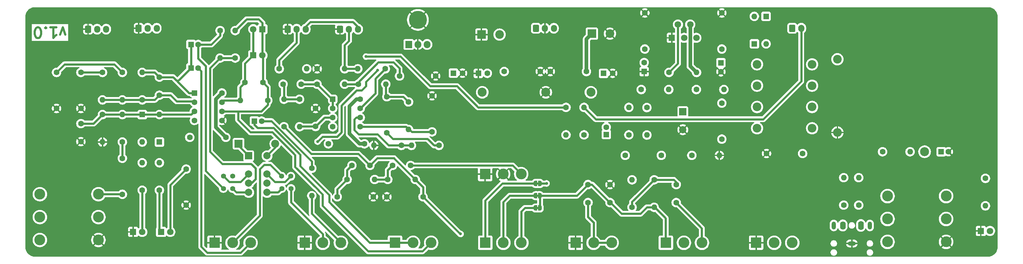
<source format=gbr>
%TF.GenerationSoftware,KiCad,Pcbnew,9.0.1*%
%TF.CreationDate,2025-09-01T21:50:29+02:00*%
%TF.ProjectId,my_mg10,6d795f6d-6731-4302-9e6b-696361645f70,rev?*%
%TF.SameCoordinates,Original*%
%TF.FileFunction,Copper,L1,Top*%
%TF.FilePolarity,Positive*%
%FSLAX46Y46*%
G04 Gerber Fmt 4.6, Leading zero omitted, Abs format (unit mm)*
G04 Created by KiCad (PCBNEW 9.0.1) date 2025-09-01 21:50:29*
%MOMM*%
%LPD*%
G01*
G04 APERTURE LIST*
G04 Aperture macros list*
%AMRoundRect*
0 Rectangle with rounded corners*
0 $1 Rounding radius*
0 $2 $3 $4 $5 $6 $7 $8 $9 X,Y pos of 4 corners*
0 Add a 4 corners polygon primitive as box body*
4,1,4,$2,$3,$4,$5,$6,$7,$8,$9,$2,$3,0*
0 Add four circle primitives for the rounded corners*
1,1,$1+$1,$2,$3*
1,1,$1+$1,$4,$5*
1,1,$1+$1,$6,$7*
1,1,$1+$1,$8,$9*
0 Add four rect primitives between the rounded corners*
20,1,$1+$1,$2,$3,$4,$5,0*
20,1,$1+$1,$4,$5,$6,$7,0*
20,1,$1+$1,$6,$7,$8,$9,0*
20,1,$1+$1,$8,$9,$2,$3,0*%
%AMFreePoly0*
4,1,23,0.500000,-0.750000,0.000000,-0.750000,0.000000,-0.745722,-0.065263,-0.745722,-0.191342,-0.711940,-0.304381,-0.646677,-0.396677,-0.554381,-0.461940,-0.441342,-0.495722,-0.315263,-0.495722,-0.250000,-0.500000,-0.250000,-0.500000,0.250000,-0.495722,0.250000,-0.495722,0.315263,-0.461940,0.441342,-0.396677,0.554381,-0.304381,0.646677,-0.191342,0.711940,-0.065263,0.745722,0.000000,0.745722,
0.000000,0.750000,0.500000,0.750000,0.500000,-0.750000,0.500000,-0.750000,$1*%
%AMFreePoly1*
4,1,23,0.000000,0.745722,0.065263,0.745722,0.191342,0.711940,0.304381,0.646677,0.396677,0.554381,0.461940,0.441342,0.495722,0.315263,0.495722,0.250000,0.500000,0.250000,0.500000,-0.250000,0.495722,-0.250000,0.495722,-0.315263,0.461940,-0.441342,0.396677,-0.554381,0.304381,-0.646677,0.191342,-0.711940,0.065263,-0.745722,0.000000,-0.745722,0.000000,-0.750000,-0.500000,-0.750000,
-0.500000,0.750000,0.000000,0.750000,0.000000,0.745722,0.000000,0.745722,$1*%
G04 Aperture macros list end*
%ADD10C,0.600000*%
%TA.AperFunction,NonConductor*%
%ADD11C,0.600000*%
%TD*%
%TA.AperFunction,EtchedComponent*%
%ADD12C,0.000000*%
%TD*%
%TA.AperFunction,SMDPad,CuDef*%
%ADD13FreePoly0,180.000000*%
%TD*%
%TA.AperFunction,SMDPad,CuDef*%
%ADD14FreePoly1,180.000000*%
%TD*%
%TA.AperFunction,ComponentPad*%
%ADD15C,1.600000*%
%TD*%
%TA.AperFunction,ComponentPad*%
%ADD16R,1.800000X1.800000*%
%TD*%
%TA.AperFunction,ComponentPad*%
%ADD17C,1.800000*%
%TD*%
%TA.AperFunction,ComponentPad*%
%ADD18O,1.600000X1.600000*%
%TD*%
%TA.AperFunction,ComponentPad*%
%ADD19C,2.500000*%
%TD*%
%TA.AperFunction,ComponentPad*%
%ADD20C,3.000000*%
%TD*%
%TA.AperFunction,ComponentPad*%
%ADD21R,1.600000X1.600000*%
%TD*%
%TA.AperFunction,ComponentPad*%
%ADD22C,2.400000*%
%TD*%
%TA.AperFunction,ComponentPad*%
%ADD23O,2.400000X2.400000*%
%TD*%
%TA.AperFunction,ComponentPad*%
%ADD24R,3.000000X3.000000*%
%TD*%
%TA.AperFunction,ComponentPad*%
%ADD25R,2.400000X2.400000*%
%TD*%
%TA.AperFunction,ComponentPad*%
%ADD26R,2.200000X2.200000*%
%TD*%
%TA.AperFunction,ComponentPad*%
%ADD27O,2.200000X2.200000*%
%TD*%
%TA.AperFunction,ComponentPad*%
%ADD28RoundRect,0.250000X-0.600000X-0.725000X0.600000X-0.725000X0.600000X0.725000X-0.600000X0.725000X0*%
%TD*%
%TA.AperFunction,ComponentPad*%
%ADD29O,1.700000X1.950000*%
%TD*%
%TA.AperFunction,ComponentPad*%
%ADD30R,2.000000X2.000000*%
%TD*%
%TA.AperFunction,ComponentPad*%
%ADD31C,2.000000*%
%TD*%
%TA.AperFunction,ComponentPad*%
%ADD32C,0.800000*%
%TD*%
%TA.AperFunction,ComponentPad*%
%ADD33C,5.000000*%
%TD*%
%TA.AperFunction,ComponentPad*%
%ADD34RoundRect,0.250000X-0.550000X-0.550000X0.550000X-0.550000X0.550000X0.550000X-0.550000X0.550000X0*%
%TD*%
%TA.AperFunction,SMDPad,CuDef*%
%ADD35FreePoly0,0.000000*%
%TD*%
%TA.AperFunction,SMDPad,CuDef*%
%ADD36FreePoly1,0.000000*%
%TD*%
%TA.AperFunction,ComponentPad*%
%ADD37O,1.200000X2.200000*%
%TD*%
%TA.AperFunction,ComponentPad*%
%ADD38O,1.600000X2.300000*%
%TD*%
%TA.AperFunction,ComponentPad*%
%ADD39O,2.200000X1.200000*%
%TD*%
%TA.AperFunction,ComponentPad*%
%ADD40O,1.600000X2.500000*%
%TD*%
%TA.AperFunction,ComponentPad*%
%ADD41RoundRect,0.250000X-0.600000X-0.750000X0.600000X-0.750000X0.600000X0.750000X-0.600000X0.750000X0*%
%TD*%
%TA.AperFunction,ComponentPad*%
%ADD42O,1.700000X2.000000*%
%TD*%
%TA.AperFunction,ComponentPad*%
%ADD43C,1.400000*%
%TD*%
%TA.AperFunction,ComponentPad*%
%ADD44R,1.905000X2.000000*%
%TD*%
%TA.AperFunction,ComponentPad*%
%ADD45O,1.905000X2.000000*%
%TD*%
%TA.AperFunction,ViaPad*%
%ADD46C,0.800000*%
%TD*%
%TA.AperFunction,Conductor*%
%ADD47C,0.600000*%
%TD*%
%TA.AperFunction,Conductor*%
%ADD48C,1.000000*%
%TD*%
G04 APERTURE END LIST*
D10*
D11*
X24885713Y-66443342D02*
X24171427Y-64443342D01*
X24171427Y-64443342D02*
X23457142Y-66443342D01*
X20742856Y-64443342D02*
X22457142Y-64443342D01*
X21599999Y-64443342D02*
X21599999Y-67443342D01*
X21599999Y-67443342D02*
X21885713Y-67014771D01*
X21885713Y-67014771D02*
X22171428Y-66729057D01*
X22171428Y-66729057D02*
X22457142Y-66586200D01*
X19457142Y-64729057D02*
X19314285Y-64586200D01*
X19314285Y-64586200D02*
X19457142Y-64443342D01*
X19457142Y-64443342D02*
X19599999Y-64586200D01*
X19599999Y-64586200D02*
X19457142Y-64729057D01*
X19457142Y-64729057D02*
X19457142Y-64443342D01*
X17457142Y-67443342D02*
X17171428Y-67443342D01*
X17171428Y-67443342D02*
X16885714Y-67300485D01*
X16885714Y-67300485D02*
X16742857Y-67157628D01*
X16742857Y-67157628D02*
X16599999Y-66871914D01*
X16599999Y-66871914D02*
X16457142Y-66300485D01*
X16457142Y-66300485D02*
X16457142Y-65586200D01*
X16457142Y-65586200D02*
X16599999Y-65014771D01*
X16599999Y-65014771D02*
X16742857Y-64729057D01*
X16742857Y-64729057D02*
X16885714Y-64586200D01*
X16885714Y-64586200D02*
X17171428Y-64443342D01*
X17171428Y-64443342D02*
X17457142Y-64443342D01*
X17457142Y-64443342D02*
X17742857Y-64586200D01*
X17742857Y-64586200D02*
X17885714Y-64729057D01*
X17885714Y-64729057D02*
X18028571Y-65014771D01*
X18028571Y-65014771D02*
X18171428Y-65586200D01*
X18171428Y-65586200D02*
X18171428Y-66300485D01*
X18171428Y-66300485D02*
X18028571Y-66871914D01*
X18028571Y-66871914D02*
X17885714Y-67157628D01*
X17885714Y-67157628D02*
X17742857Y-67300485D01*
X17742857Y-67300485D02*
X17457142Y-67443342D01*
D12*
%TA.AperFunction,EtchedComponent*%
%TO.C,JP4*%
G36*
X156000000Y-108100000D02*
G01*
X155500000Y-108100000D01*
X155500000Y-107500000D01*
X156000000Y-107500000D01*
X156000000Y-108100000D01*
G37*
%TD.AperFunction*%
%TA.AperFunction,EtchedComponent*%
%TO.C,JP3*%
G36*
X156000000Y-114900000D02*
G01*
X155500000Y-114900000D01*
X155500000Y-114300000D01*
X156000000Y-114300000D01*
X156000000Y-114900000D01*
G37*
%TD.AperFunction*%
%TA.AperFunction,EtchedComponent*%
%TO.C,JP2*%
G36*
X156000000Y-111500000D02*
G01*
X155500000Y-111500000D01*
X155500000Y-110900000D01*
X156000000Y-110900000D01*
X156000000Y-111500000D01*
G37*
%TD.AperFunction*%
%TD*%
D13*
%TO.P,JP4,1,A*%
%TO.N,Net-(JP4-A)*%
X156400000Y-107800000D03*
D14*
%TO.P,JP4,2,B*%
%TO.N,Net-(JP4-B)*%
X155100000Y-107800000D03*
%TD*%
D15*
%TO.P,C37,1*%
%TO.N,PREAMP_OUT*%
X114000000Y-93750000D03*
%TO.P,C37,2*%
%TO.N,Net-(C37-Pad2)*%
X114000000Y-83750000D03*
%TD*%
%TO.P,C17,1*%
%TO.N,Net-(D6-A)*%
X79700000Y-79800000D03*
%TO.P,C17,2*%
%TO.N,Net-(D6-K)*%
X74700000Y-79800000D03*
%TD*%
D16*
%TO.P,D6,1,K*%
%TO.N,Net-(D6-K)*%
X76990000Y-72250000D03*
D17*
%TO.P,D6,2,A*%
%TO.N,Net-(D6-A)*%
X79530000Y-72250000D03*
%TD*%
D15*
%TO.P,R36,1*%
%TO.N,Net-(D10-K)*%
X251250000Y-99000000D03*
D18*
%TO.P,R36,2*%
%TO.N,Net-(C40-Pad1)*%
X258870000Y-99000000D03*
%TD*%
D19*
%TO.P,TP2,1,1*%
%TO.N,GND*%
X158000000Y-82500000D03*
%TD*%
D15*
%TO.P,R41,1*%
%TO.N,Net-(D3-K)*%
X51000000Y-109680000D03*
D18*
%TO.P,R41,2*%
%TO.N,Net-(D1-A)*%
X51000000Y-102060000D03*
%TD*%
D15*
%TO.P,R25,1*%
%TO.N,Net-(C24-Pad1)*%
X199690000Y-81750000D03*
D18*
%TO.P,R25,2*%
%TO.N,Net-(D10-K)*%
X207310000Y-81750000D03*
%TD*%
D15*
%TO.P,R40,1*%
%TO.N,Net-(U2B--)*%
X118000000Y-97250000D03*
D18*
%TO.P,R40,2*%
%TO.N,GND*%
X110380000Y-97250000D03*
%TD*%
D15*
%TO.P,C23,1*%
%TO.N,GND*%
X185434784Y-60500000D03*
%TO.P,C23,2*%
%TO.N,-15V*%
X185434784Y-70500000D03*
%TD*%
D20*
%TO.P,J1,R*%
%TO.N,unconnected-(J1-PadR)*%
X34115000Y-117125000D03*
%TO.P,J1,RN*%
%TO.N,unconnected-(J1-PadRN)*%
X17885000Y-117125000D03*
%TO.P,J1,S*%
%TO.N,GND*%
X34115000Y-123475000D03*
%TO.P,J1,SN*%
%TO.N,IN_GND_SW_NC*%
X17885000Y-123475000D03*
%TO.P,J1,T*%
%TO.N,Net-(C1-Pad1)*%
X34115000Y-110775000D03*
%TO.P,J1,TN*%
%TO.N,unconnected-(J1-PadTN)*%
X17885000Y-110775000D03*
%TD*%
D15*
%TO.P,C6,1*%
%TO.N,Net-(D4-A)*%
X29250000Y-91190000D03*
%TO.P,C6,2*%
%TO.N,GND*%
X29250000Y-96190000D03*
%TD*%
D21*
%TO.P,C27,1*%
%TO.N,GND*%
X185250000Y-76750000D03*
D15*
%TO.P,C27,2*%
%TO.N,-15V*%
X185250000Y-74250000D03*
%TD*%
%TO.P,R24,1*%
%TO.N,CHN_SEL_B_COM*%
X181900000Y-114410000D03*
D18*
%TO.P,R24,2*%
%TO.N,IN_GND_SW_NC*%
X181900000Y-106790000D03*
%TD*%
D22*
%TO.P,R32,1*%
%TO.N,Net-(D10-K)*%
X216510000Y-86583333D03*
D23*
%TO.P,R32,2*%
%TO.N,Net-(C36-Pad2)*%
X231750000Y-86583333D03*
%TD*%
D19*
%TO.P,TP3,1,1*%
%TO.N,-15V*%
X140400000Y-82500000D03*
%TD*%
D15*
%TO.P,C14,1*%
%TO.N,+15V*%
X107800000Y-96800000D03*
%TO.P,C14,2*%
%TO.N,-15V*%
X97800000Y-96800000D03*
%TD*%
%TO.P,C35,1*%
%TO.N,Net-(U2A--)*%
X90250000Y-80250000D03*
%TO.P,C35,2*%
%TO.N,Net-(C35-Pad2)*%
X85250000Y-80250000D03*
%TD*%
D21*
%TO.P,C26,1*%
%TO.N,+15V*%
X206500000Y-74317621D03*
D15*
%TO.P,C26,2*%
%TO.N,GND*%
X206500000Y-76817621D03*
%TD*%
D16*
%TO.P,D3,1,K*%
%TO.N,Net-(D3-K)*%
X51475000Y-121250000D03*
D17*
%TO.P,D3,2,A*%
%TO.N,+5V*%
X54015000Y-121250000D03*
%TD*%
D16*
%TO.P,D7,1,K*%
%TO.N,Net-(D6-A)*%
X79540000Y-65000000D03*
D17*
%TO.P,D7,2,A*%
%TO.N,Net-(D6-K)*%
X77000000Y-65000000D03*
%TD*%
D24*
%TO.P,RV6,1,1*%
%TO.N,GND*%
X166250000Y-124250000D03*
D20*
%TO.P,RV6,2,2*%
%TO.N,Net-(JP4-A)*%
X171250000Y-124250000D03*
%TO.P,RV6,3,3*%
X176250000Y-124250000D03*
%TD*%
D15*
%TO.P,R39,1*%
%TO.N,PREAMP_OUT*%
X128410000Y-97250000D03*
D18*
%TO.P,R39,2*%
%TO.N,Net-(U2B--)*%
X120790000Y-97250000D03*
%TD*%
D21*
%TO.P,C16,1*%
%TO.N,+5V*%
X132417621Y-77200000D03*
D15*
%TO.P,C16,2*%
%TO.N,GND*%
X134917621Y-77200000D03*
%TD*%
D24*
%TO.P,RV1,1,1*%
%TO.N,GND*%
X66250000Y-124250000D03*
D20*
%TO.P,RV1,2,2*%
%TO.N,CHN_SEL_B_NC*%
X71250000Y-124250000D03*
%TO.P,RV1,3,3*%
%TO.N,Net-(C13-Pad2)*%
X76250000Y-124250000D03*
%TD*%
D15*
%TO.P,C32,1*%
%TO.N,IN_GND_SW_NC*%
X104300000Y-102800000D03*
%TO.P,C32,2*%
%TO.N,Net-(C32-Pad2)*%
X109300000Y-102800000D03*
%TD*%
D19*
%TO.P,TP1,1,1*%
%TO.N,+15V*%
X170500000Y-82500000D03*
%TD*%
D25*
%TO.P,C10,1*%
%TO.N,GND*%
X140184784Y-66500000D03*
D22*
%TO.P,C10,2*%
%TO.N,-15V*%
X145184784Y-66500000D03*
%TD*%
D21*
%TO.P,C13,1*%
%TO.N,Net-(C11-Pad2)*%
X59750000Y-75750000D03*
D15*
%TO.P,C13,2*%
%TO.N,Net-(C13-Pad2)*%
X61750000Y-75750000D03*
%TD*%
%TO.P,R8,1*%
%TO.N,CHN_SEL_A_COM*%
X72000000Y-73010000D03*
D18*
%TO.P,R8,2*%
%TO.N,Net-(D6-A)*%
X72000000Y-65390000D03*
%TD*%
D15*
%TO.P,R26,1*%
%TO.N,IN_GND_SW_NC*%
X102990000Y-106700000D03*
D18*
%TO.P,R26,2*%
%TO.N,Net-(C33-Pad1)*%
X110610000Y-106700000D03*
%TD*%
D22*
%TO.P,R35,1*%
%TO.N,Net-(D10-K)*%
X216510000Y-92500000D03*
D23*
%TO.P,R35,2*%
%TO.N,Net-(C36-Pad2)*%
X231750000Y-92500000D03*
%TD*%
D15*
%TO.P,R10,1*%
%TO.N,Net-(J5-Pin_2)*%
X84190000Y-76000000D03*
D18*
%TO.P,R10,2*%
%TO.N,Net-(R10-Pad2)*%
X91810000Y-76000000D03*
%TD*%
D21*
%TO.P,C12,1*%
%TO.N,Net-(C11-Pad2)*%
X59750000Y-69250000D03*
D15*
%TO.P,C12,2*%
%TO.N,CHN_SEL_A_NO*%
X61750000Y-69250000D03*
%TD*%
D26*
%TO.P,D1,1,K*%
%TO.N,+5V*%
X72920000Y-96800000D03*
D27*
%TO.P,D1,2,A*%
%TO.N,Net-(D1-A)*%
X83080000Y-96800000D03*
%TD*%
D15*
%TO.P,R4,1*%
%TO.N,Net-(C5-Pad2)*%
X40750000Y-77000000D03*
D18*
%TO.P,R4,2*%
%TO.N,Net-(U1A--)*%
X40750000Y-84620000D03*
%TD*%
D28*
%TO.P,SW2,1,B*%
%TO.N,GND*%
X45250000Y-64750000D03*
D29*
%TO.P,SW2,2,C*%
%TO.N,Net-(D1-A)*%
X47750000Y-64750000D03*
%TO.P,SW2,3,A*%
%TO.N,unconnected-(SW2-A-Pad3)*%
X50250000Y-64750000D03*
%TD*%
D15*
%TO.P,R12,1*%
%TO.N,Net-(J3-PadR)*%
X240500000Y-113810000D03*
D18*
%TO.P,R12,2*%
%TO.N,Net-(R10-Pad2)*%
X240500000Y-106190000D03*
%TD*%
D30*
%TO.P,K1,1*%
%TO.N,+5V*%
X75720000Y-100120000D03*
D31*
%TO.P,K1,3*%
%TO.N,Net-(JP8-A)*%
X75720000Y-105200000D03*
%TO.P,K1,4*%
%TO.N,CHN_SEL_A_COM*%
X75720000Y-107740000D03*
%TO.P,K1,5*%
%TO.N,Net-(JP7-A)*%
X75720000Y-110280000D03*
%TO.P,K1,8*%
%TO.N,Net-(JP5-A)*%
X80800000Y-110280000D03*
%TO.P,K1,9*%
%TO.N,CHN_SEL_B_COM*%
X80800000Y-107740000D03*
%TO.P,K1,10*%
%TO.N,Net-(JP6-A)*%
X80800000Y-105200000D03*
%TO.P,K1,12*%
%TO.N,Net-(D1-A)*%
X80800000Y-100120000D03*
%TD*%
D15*
%TO.P,C18,1*%
%TO.N,+5V*%
X58400000Y-103800000D03*
%TO.P,C18,2*%
%TO.N,GND*%
X58400000Y-113800000D03*
%TD*%
D22*
%TO.P,R29,1*%
%TO.N,Net-(D10-K)*%
X216510000Y-74750000D03*
D23*
%TO.P,R29,2*%
%TO.N,Net-(C36-Pad2)*%
X231750000Y-74750000D03*
%TD*%
D15*
%TO.P,R27,1*%
%TO.N,Net-(C33-Pad1)*%
X114240000Y-106700000D03*
D18*
%TO.P,R27,2*%
%TO.N,Net-(C32-Pad2)*%
X121860000Y-106700000D03*
%TD*%
D15*
%TO.P,R23,1*%
%TO.N,CHN_SEL_B_COM*%
X188000000Y-106790000D03*
D18*
%TO.P,R23,2*%
%TO.N,Net-(JP2-A)*%
X188000000Y-114410000D03*
%TD*%
D15*
%TO.P,C2,1*%
%TO.N,+15V*%
X169250000Y-76750000D03*
%TO.P,C2,2*%
%TO.N,GND*%
X159250000Y-76750000D03*
%TD*%
%TO.P,C31,1*%
%TO.N,IN_GND_SW_NC*%
X100250000Y-111500000D03*
%TO.P,C31,2*%
%TO.N,GND*%
X110250000Y-111500000D03*
%TD*%
D21*
%TO.P,D10,1,K*%
%TO.N,Net-(D10-K)*%
X215750000Y-69060000D03*
D18*
%TO.P,D10,2,A*%
%TO.N,-15V*%
X215750000Y-61440000D03*
%TD*%
D15*
%TO.P,R13,1*%
%TO.N,Net-(D6-A)*%
X81010000Y-84800000D03*
D18*
%TO.P,R13,2*%
%TO.N,Net-(D6-K)*%
X73390000Y-84800000D03*
%TD*%
D15*
%TO.P,R1,1*%
%TO.N,Net-(C1-Pad2)*%
X40750000Y-96310000D03*
D18*
%TO.P,R1,2*%
%TO.N,Net-(D4-A)*%
X40750000Y-88690000D03*
%TD*%
D32*
%TO.P,H1,1,1*%
%TO.N,GND*%
X120700825Y-62424175D03*
X121250000Y-61098350D03*
X121250000Y-63750000D03*
X122575825Y-60549175D03*
D33*
X122575825Y-62424175D03*
D32*
X122575825Y-64299175D03*
X123901650Y-61098350D03*
X123901650Y-63750000D03*
X124450825Y-62424175D03*
%TD*%
D15*
%TO.P,R7,1*%
%TO.N,GND*%
X94690000Y-76000000D03*
D18*
%TO.P,R7,2*%
%TO.N,Net-(J4-Pin_2)*%
X102310000Y-76000000D03*
%TD*%
D15*
%TO.P,R33,1*%
%TO.N,Net-(C35-Pad2)*%
X89810000Y-84440000D03*
D18*
%TO.P,R33,2*%
%TO.N,Net-(U2A-+)*%
X89810000Y-92060000D03*
%TD*%
D20*
%TO.P,J6,R*%
%TO.N,Net-(C40-Pad1)*%
X268865000Y-117650000D03*
%TO.P,J6,RN*%
%TO.N,unconnected-(J6-PadRN)*%
X252635000Y-117650000D03*
%TO.P,J6,S*%
%TO.N,GND*%
X268865000Y-124000000D03*
%TO.P,J6,SN*%
%TO.N,unconnected-(J6-PadSN)*%
X252635000Y-124000000D03*
%TO.P,J6,T*%
%TO.N,Net-(C40-Pad1)*%
X268865000Y-111300000D03*
%TO.P,J6,TN*%
%TO.N,unconnected-(J6-PadTN)*%
X252635000Y-111300000D03*
%TD*%
D15*
%TO.P,C5,1*%
%TO.N,GND*%
X22500000Y-87000000D03*
%TO.P,C5,2*%
%TO.N,Net-(C5-Pad2)*%
X22500000Y-77000000D03*
%TD*%
D34*
%TO.P,U2,1*%
%TO.N,Net-(U2A--)*%
X99000000Y-84440000D03*
D15*
%TO.P,U2,2,-*%
X99000000Y-86980000D03*
%TO.P,U2,3,+*%
%TO.N,Net-(U2A-+)*%
X99000000Y-89520000D03*
%TO.P,U2,4,V-*%
%TO.N,-15V*%
X99000000Y-92060000D03*
%TO.P,U2,5,+*%
%TO.N,Net-(U2B-+)*%
X106620000Y-92060000D03*
%TO.P,U2,6,-*%
%TO.N,Net-(U2B--)*%
X106620000Y-89520000D03*
%TO.P,U2,7*%
%TO.N,PREAMP_OUT*%
X106620000Y-86980000D03*
%TO.P,U2,8,V+*%
%TO.N,+15V*%
X106620000Y-84440000D03*
%TD*%
D35*
%TO.P,JP3,1,A*%
%TO.N,Net-(JP3-A)*%
X155100000Y-114600000D03*
D36*
%TO.P,JP3,2,B*%
%TO.N,Net-(JP2-A)*%
X156400000Y-114600000D03*
%TD*%
D21*
%TO.P,D5,1,K*%
%TO.N,Net-(D4-A)*%
X46250000Y-88690000D03*
D18*
%TO.P,D5,2,A*%
%TO.N,-15V*%
X46250000Y-96310000D03*
%TD*%
D21*
%TO.P,C21,1*%
%TO.N,Net-(C21-Pad1)*%
X174750000Y-94205112D03*
D15*
%TO.P,C21,2*%
%TO.N,Net-(U4--)*%
X174750000Y-92205112D03*
%TD*%
%TO.P,R34,1*%
%TO.N,Net-(C37-Pad2)*%
X120000000Y-85190000D03*
D18*
%TO.P,R34,2*%
%TO.N,Net-(U2B-+)*%
X120000000Y-92810000D03*
%TD*%
D21*
%TO.P,C7,1*%
%TO.N,+15V*%
X174000000Y-77250000D03*
D15*
%TO.P,C7,2*%
%TO.N,GND*%
X176500000Y-77250000D03*
%TD*%
%TO.P,C34,1*%
%TO.N,Net-(C32-Pad2)*%
X124000000Y-111500000D03*
%TO.P,C34,2*%
%TO.N,GND*%
X114000000Y-111500000D03*
%TD*%
D28*
%TO.P,J4,1,Pin_1*%
%TO.N,GND*%
X101000000Y-65000000D03*
D29*
%TO.P,J4,2,Pin_2*%
%TO.N,Net-(J4-Pin_2)*%
X103500000Y-65000000D03*
%TO.P,J4,3,Pin_3*%
%TO.N,Net-(J4-Pin_3)*%
X106000000Y-65000000D03*
%TD*%
D15*
%TO.P,C39,1*%
%TO.N,Net-(U2B-+)*%
X126500000Y-93500000D03*
%TO.P,C39,2*%
%TO.N,GND*%
X126500000Y-83500000D03*
%TD*%
%TO.P,C41,1*%
%TO.N,Net-(C41-Pad1)*%
X117500000Y-78000000D03*
%TO.P,C41,2*%
%TO.N,GND*%
X127500000Y-78000000D03*
%TD*%
%TO.P,R21,1*%
%TO.N,Net-(C20-Pad1)*%
X186000000Y-86750000D03*
D18*
%TO.P,R21,2*%
%TO.N,Net-(C28-Pad1)*%
X186000000Y-94370000D03*
%TD*%
D15*
%TO.P,R16,1*%
%TO.N,Net-(C19-Pad2)*%
X93200000Y-103590000D03*
D18*
%TO.P,R16,2*%
%TO.N,Net-(R16-Pad2)*%
X93200000Y-111210000D03*
%TD*%
D30*
%TO.P,C24,1*%
%TO.N,Net-(C24-Pad1)*%
X195940000Y-87882323D03*
D31*
%TO.P,C24,2*%
%TO.N,GND*%
X195940000Y-92882323D03*
%TD*%
D15*
%TO.P,C33,1*%
%TO.N,Net-(C33-Pad1)*%
X115550000Y-102800000D03*
%TO.P,C33,2*%
%TO.N,Net-(C33-Pad2)*%
X120550000Y-102800000D03*
%TD*%
%TO.P,R38,1*%
%TO.N,Net-(U2A--)*%
X94630000Y-80250000D03*
D18*
%TO.P,R38,2*%
%TO.N,Net-(C41-Pad1)*%
X102250000Y-80250000D03*
%TD*%
D21*
%TO.P,D9,1,K*%
%TO.N,+15V*%
X219000000Y-61440000D03*
D18*
%TO.P,D9,2,A*%
%TO.N,Net-(D10-K)*%
X219000000Y-69060000D03*
%TD*%
D37*
%TO.P,J3,R*%
%TO.N,Net-(J3-PadR)*%
X237750000Y-119450000D03*
D38*
%TO.P,J3,RN*%
%TO.N,N/C*%
X240250000Y-119450000D03*
D39*
%TO.P,J3,S*%
%TO.N,GND*%
X242750000Y-124450000D03*
D37*
%TO.P,J3,T*%
%TO.N,Net-(J3-PadT)*%
X247750000Y-119450000D03*
D40*
%TO.P,J3,TN*%
%TO.N,N/C*%
X245250000Y-119450000D03*
%TD*%
D22*
%TO.P,R31,1*%
%TO.N,Net-(D10-K)*%
X216510000Y-80666667D03*
D23*
%TO.P,R31,2*%
%TO.N,Net-(C36-Pad2)*%
X231750000Y-80666667D03*
%TD*%
D24*
%TO.P,RV3,1,1*%
%TO.N,GND*%
X91250000Y-124250000D03*
D20*
%TO.P,RV3,2,2*%
%TO.N,CHN_SEL_B_NO*%
X96250000Y-124250000D03*
%TO.P,RV3,3,3*%
%TO.N,Net-(R16-Pad2)*%
X101250000Y-124250000D03*
%TD*%
D15*
%TO.P,C29,1*%
%TO.N,CHN_SEL_B_COM*%
X194100000Y-108100000D03*
%TO.P,C29,2*%
%TO.N,Net-(C29-Pad2)*%
X194100000Y-113100000D03*
%TD*%
%TO.P,R6,1*%
%TO.N,CHN_SEL_A_NO*%
X67800000Y-65390000D03*
D18*
%TO.P,R6,2*%
%TO.N,CHN_SEL_A_COM*%
X67800000Y-73010000D03*
%TD*%
D15*
%TO.P,R19,1*%
%TO.N,Net-(C21-Pad1)*%
X168600000Y-94310000D03*
D18*
%TO.P,R19,2*%
%TO.N,Net-(LS1-Pad2)*%
X168600000Y-86690000D03*
%TD*%
D16*
%TO.P,D8,1,K*%
%TO.N,GND*%
X278475000Y-120975000D03*
D17*
%TO.P,D8,2,A*%
%TO.N,Net-(D8-A)*%
X281015000Y-120975000D03*
%TD*%
D15*
%TO.P,R17,1*%
%TO.N,Net-(C20-Pad2)*%
X198440000Y-100000000D03*
D18*
%TO.P,R17,2*%
%TO.N,GND*%
X206060000Y-100000000D03*
%TD*%
D21*
%TO.P,C19,1*%
%TO.N,Net-(D6-K)*%
X77294888Y-90500000D03*
D15*
%TO.P,C19,2*%
%TO.N,Net-(C19-Pad2)*%
X79294888Y-90500000D03*
%TD*%
D41*
%TO.P,LS1,1,1*%
%TO.N,Net-(D10-K)*%
X226250000Y-64750000D03*
D42*
%TO.P,LS1,2,2*%
%TO.N,Net-(LS1-Pad2)*%
X228750000Y-64750000D03*
%TD*%
D15*
%TO.P,C4,1*%
%TO.N,GND*%
X29250000Y-87000000D03*
%TO.P,C4,2*%
%TO.N,Net-(C4-Pad2)*%
X29250000Y-77000000D03*
%TD*%
%TO.P,C25,1*%
%TO.N,Net-(JP2-A)*%
X175800000Y-113100000D03*
%TO.P,C25,2*%
%TO.N,GND*%
X175800000Y-108100000D03*
%TD*%
D43*
%TO.P,JP6,1,A*%
%TO.N,Net-(JP6-A)*%
X87400000Y-105800000D03*
%TO.P,JP6,2,B*%
%TO.N,CHN_SEL_B_NC*%
X84860000Y-105800000D03*
%TD*%
%TO.P,JP5,1,A*%
%TO.N,Net-(JP5-A)*%
X84900000Y-109200000D03*
%TO.P,JP5,2,B*%
%TO.N,CHN_SEL_B_NO*%
X87440000Y-109200000D03*
%TD*%
%TO.P,JP7,1,A*%
%TO.N,Net-(JP7-A)*%
X71250000Y-109200000D03*
%TO.P,JP7,2,B*%
%TO.N,CHN_SEL_A_NO*%
X68710000Y-109200000D03*
%TD*%
D21*
%TO.P,D4,1,K*%
%TO.N,+15V*%
X51000000Y-96310000D03*
D18*
%TO.P,D4,2,A*%
%TO.N,Net-(D4-A)*%
X51000000Y-88690000D03*
%TD*%
D34*
%TO.P,U1,1*%
%TO.N,Net-(C11-Pad2)*%
X60690000Y-82690000D03*
D15*
%TO.P,U1,2,-*%
%TO.N,Net-(U1A--)*%
X60690000Y-85230000D03*
%TO.P,U1,3,+*%
%TO.N,Net-(D4-A)*%
X60690000Y-87770000D03*
%TO.P,U1,4,V-*%
%TO.N,-15V*%
X60690000Y-90310000D03*
%TO.P,U1,5,+*%
%TO.N,GND*%
X68310000Y-90310000D03*
%TO.P,U1,6,-*%
%TO.N,Net-(D6-A)*%
X68310000Y-87770000D03*
%TO.P,U1,7*%
%TO.N,Net-(D6-K)*%
X68310000Y-85230000D03*
%TO.P,U1,8,V+*%
%TO.N,+15V*%
X68310000Y-82690000D03*
%TD*%
%TO.P,R9,1*%
%TO.N,PREAMP_OUT*%
X113560000Y-76000000D03*
D18*
%TO.P,R9,2*%
%TO.N,Net-(J4-Pin_2)*%
X105940000Y-76000000D03*
%TD*%
D21*
%TO.P,C8,1*%
%TO.N,GND*%
X139317620Y-77250000D03*
D15*
%TO.P,C8,2*%
%TO.N,-15V*%
X141817620Y-77250000D03*
%TD*%
%TO.P,R42,1*%
%TO.N,Net-(D2-A)*%
X46250000Y-109680000D03*
D18*
%TO.P,R42,2*%
%TO.N,Net-(D1-A)*%
X46250000Y-102060000D03*
%TD*%
D15*
%TO.P,C22,1*%
%TO.N,+15V*%
X206750000Y-70500000D03*
%TO.P,C22,2*%
%TO.N,GND*%
X206750000Y-60500000D03*
%TD*%
D19*
%TO.P,TP17,1,1*%
%TO.N,Net-(C40-Pad1)*%
X262900000Y-99000000D03*
%TD*%
D15*
%TO.P,C11,1*%
%TO.N,Net-(U1A--)*%
X51000000Y-83310000D03*
%TO.P,C11,2*%
%TO.N,Net-(C11-Pad2)*%
X51000000Y-78310000D03*
%TD*%
D24*
%TO.P,RV2,1,1*%
%TO.N,Net-(D6-K)*%
X116250000Y-124250000D03*
D20*
%TO.P,RV2,2,2*%
X121250000Y-124250000D03*
%TO.P,RV2,3,3*%
%TO.N,Net-(D6-A)*%
X126250000Y-124250000D03*
%TD*%
D25*
%TO.P,C9,1*%
%TO.N,+15V*%
X170750000Y-66250000D03*
D22*
%TO.P,C9,2*%
%TO.N,GND*%
X175750000Y-66250000D03*
%TD*%
D21*
%TO.P,C40,1*%
%TO.N,Net-(C40-Pad1)*%
X267500000Y-99000000D03*
D15*
%TO.P,C40,2*%
%TO.N,GND*%
X269500000Y-99000000D03*
%TD*%
D16*
%TO.P,U4,1,+*%
%TO.N,GND*%
X192900000Y-67400000D03*
D17*
%TO.P,U4,2,-*%
%TO.N,Net-(U4--)*%
X194600000Y-63700000D03*
%TO.P,U4,3,-Vs*%
%TO.N,-15V*%
X196300000Y-67400000D03*
%TO.P,U4,4*%
%TO.N,Net-(D10-K)*%
X198000000Y-63700000D03*
%TO.P,U4,5,+Vs*%
%TO.N,+15V*%
X199700000Y-67400000D03*
%TD*%
D15*
%TO.P,C28,1*%
%TO.N,Net-(C28-Pad1)*%
X206750000Y-95500000D03*
%TO.P,C28,2*%
%TO.N,Net-(D10-K)*%
X206750000Y-85500000D03*
%TD*%
%TO.P,R11,1*%
%TO.N,Net-(J3-PadT)*%
X244650000Y-113810000D03*
D18*
%TO.P,R11,2*%
%TO.N,Net-(R10-Pad2)*%
X244650000Y-106190000D03*
%TD*%
D43*
%TO.P,JP8,1,A*%
%TO.N,Net-(JP8-A)*%
X68750000Y-105800000D03*
%TO.P,JP8,2,B*%
%TO.N,unconnected-(JP8-B-Pad2)*%
X71290000Y-105800000D03*
%TD*%
D28*
%TO.P,J2,1,Pin_1*%
%TO.N,-15V*%
X155250000Y-64750000D03*
D29*
%TO.P,J2,2,Pin_2*%
%TO.N,GND*%
X157750000Y-64750000D03*
%TO.P,J2,3,Pin_3*%
%TO.N,+15V*%
X160250000Y-64750000D03*
%TD*%
D15*
%TO.P,C36,1*%
%TO.N,GND*%
X219130000Y-99500000D03*
%TO.P,C36,2*%
%TO.N,Net-(C36-Pad2)*%
X229130000Y-99500000D03*
%TD*%
D44*
%TO.P,U3,1,VI*%
%TO.N,+15V*%
X120035825Y-69244175D03*
D45*
%TO.P,U3,2,GND*%
%TO.N,GND*%
X122575825Y-69244175D03*
%TO.P,U3,3,VO*%
%TO.N,+5V*%
X125115825Y-69244175D03*
%TD*%
D24*
%TO.P,RV4,1,1*%
%TO.N,Net-(JP2-A)*%
X191250000Y-124250000D03*
D20*
%TO.P,RV4,2,2*%
%TO.N,Net-(RV4-Pad2)*%
X196250000Y-124250000D03*
%TO.P,RV4,3,3*%
%TO.N,Net-(C29-Pad2)*%
X201250000Y-124250000D03*
%TD*%
D15*
%TO.P,C38,1*%
%TO.N,Net-(U2A-+)*%
X94250000Y-92000000D03*
%TO.P,C38,2*%
%TO.N,GND*%
X94250000Y-87000000D03*
%TD*%
%TO.P,C15,1*%
%TO.N,+15V*%
X69400000Y-95000000D03*
%TO.P,C15,2*%
%TO.N,-15V*%
X59400000Y-95000000D03*
%TD*%
%TO.P,R3,1*%
%TO.N,Net-(C4-Pad2)*%
X35250000Y-77000000D03*
D18*
%TO.P,R3,2*%
%TO.N,Net-(U1A--)*%
X35250000Y-84620000D03*
%TD*%
D24*
%TO.P,RV8,1,1*%
%TO.N,GND*%
X216250000Y-124250000D03*
D20*
%TO.P,RV8,2,2*%
%TO.N,Net-(C32-Pad2)*%
X221250000Y-124250000D03*
%TO.P,RV8,3,3*%
%TO.N,Net-(RV4-Pad2)*%
X226250000Y-124250000D03*
%TD*%
D15*
%TO.P,R2,1*%
%TO.N,Net-(D4-A)*%
X35250000Y-88690000D03*
D18*
%TO.P,R2,2*%
%TO.N,GND*%
X35250000Y-96310000D03*
%TD*%
D15*
%TO.P,R15,1*%
%TO.N,+15V*%
X279750000Y-106390000D03*
D18*
%TO.P,R15,2*%
%TO.N,Net-(D8-A)*%
X279750000Y-114010000D03*
%TD*%
D15*
%TO.P,R18,1*%
%TO.N,Net-(C20-Pad1)*%
X181000000Y-94310000D03*
D18*
%TO.P,R18,2*%
%TO.N,Net-(U4--)*%
X181000000Y-86690000D03*
%TD*%
D24*
%TO.P,RV5,1,1*%
%TO.N,Net-(JP4-B)*%
X141250000Y-124250000D03*
D20*
%TO.P,RV5,2,2*%
%TO.N,Net-(JP2-B)*%
X146250000Y-124250000D03*
%TO.P,RV5,3,3*%
%TO.N,Net-(JP3-A)*%
X151250000Y-124250000D03*
%TD*%
D28*
%TO.P,SW1,1,B*%
%TO.N,GND*%
X31250000Y-65000000D03*
D29*
%TO.P,SW1,2,C*%
%TO.N,Net-(D1-A)*%
X33750000Y-65000000D03*
%TO.P,SW1,3,A*%
%TO.N,unconnected-(SW1-A-Pad3)*%
X36250000Y-65000000D03*
%TD*%
D15*
%TO.P,R20,1*%
%TO.N,Net-(U4--)*%
X184440000Y-81750000D03*
D18*
%TO.P,R20,2*%
%TO.N,Net-(C24-Pad1)*%
X192060000Y-81750000D03*
%TD*%
D16*
%TO.P,D2,1,K*%
%TO.N,GND*%
X43725000Y-121250000D03*
D17*
%TO.P,D2,2,A*%
%TO.N,Net-(D2-A)*%
X46265000Y-121250000D03*
%TD*%
D22*
%TO.P,R37,1*%
%TO.N,Net-(LS1-Pad2)*%
X238750000Y-73340000D03*
D23*
%TO.P,R37,2*%
%TO.N,GND*%
X238750000Y-93660000D03*
%TD*%
D15*
%TO.P,C3,1*%
%TO.N,GND*%
X156500000Y-76750000D03*
%TO.P,C3,2*%
%TO.N,-15V*%
X146500000Y-76750000D03*
%TD*%
%TO.P,C1,1*%
%TO.N,Net-(C1-Pad1)*%
X40750000Y-110810000D03*
%TO.P,C1,2*%
%TO.N,Net-(C1-Pad2)*%
X40750000Y-100810000D03*
%TD*%
%TO.P,C30,1*%
%TO.N,Net-(JP2-A)*%
X169700000Y-108100000D03*
%TO.P,C30,2*%
%TO.N,Net-(JP4-A)*%
X169700000Y-113100000D03*
%TD*%
D24*
%TO.P,RV7,1,1*%
%TO.N,GND*%
X141200000Y-105200000D03*
D20*
%TO.P,RV7,2,2*%
X146200000Y-105200000D03*
%TO.P,RV7,3,3*%
%TO.N,Net-(C33-Pad2)*%
X151200000Y-105200000D03*
%TD*%
D15*
%TO.P,C20,1*%
%TO.N,Net-(C20-Pad1)*%
X180000000Y-100000000D03*
%TO.P,C20,2*%
%TO.N,Net-(C20-Pad2)*%
X190000000Y-100000000D03*
%TD*%
%TO.P,R5,1*%
%TO.N,Net-(U1A--)*%
X46250000Y-84620000D03*
D18*
%TO.P,R5,2*%
%TO.N,Net-(C11-Pad2)*%
X46250000Y-77000000D03*
%TD*%
D15*
%TO.P,R30,1*%
%TO.N,Net-(C41-Pad1)*%
X106070000Y-80250000D03*
D18*
%TO.P,R30,2*%
%TO.N,Net-(C37-Pad2)*%
X113690000Y-80250000D03*
%TD*%
D15*
%TO.P,R28,1*%
%TO.N,Net-(C32-Pad2)*%
X85500000Y-92060000D03*
D18*
%TO.P,R28,2*%
%TO.N,Net-(C35-Pad2)*%
X85500000Y-84440000D03*
%TD*%
D15*
%TO.P,R22,1*%
%TO.N,Net-(U4--)*%
X192130000Y-77000000D03*
D18*
%TO.P,R22,2*%
%TO.N,Net-(D10-K)*%
X199750000Y-77000000D03*
%TD*%
D28*
%TO.P,J5,1,Pin_1*%
%TO.N,GND*%
X86500000Y-65000000D03*
D29*
%TO.P,J5,2,Pin_2*%
%TO.N,Net-(J5-Pin_2)*%
X89000000Y-65000000D03*
%TO.P,J5,3,Pin_3*%
%TO.N,Net-(J4-Pin_3)*%
X91500000Y-65000000D03*
%TD*%
D13*
%TO.P,JP2,1,A*%
%TO.N,Net-(JP2-A)*%
X156400000Y-111200000D03*
D14*
%TO.P,JP2,2,B*%
%TO.N,Net-(JP2-B)*%
X155100000Y-111200000D03*
%TD*%
D15*
%TO.P,R14,1*%
%TO.N,Net-(R10-Pad2)*%
X163600000Y-86690000D03*
D18*
%TO.P,R14,2*%
%TO.N,Net-(C21-Pad1)*%
X163600000Y-94310000D03*
%TD*%
D46*
%TO.N,+5V*%
X111400000Y-76400000D03*
X94800000Y-96200000D03*
%TO.N,Net-(JP4-A)*%
X158200000Y-107800000D03*
%TO.N,Net-(C32-Pad2)*%
X134400000Y-121800000D03*
%TO.N,Net-(R10-Pad2)*%
X108200000Y-72600000D03*
%TD*%
D47*
%TO.N,Net-(D1-A)*%
X83080000Y-96800000D02*
X83080000Y-97840000D01*
X83080000Y-97840000D02*
X80800000Y-100120000D01*
D48*
%TO.N,+15V*%
X66600000Y-92200000D02*
X66600000Y-84400000D01*
X105560000Y-84440000D02*
X103600000Y-86400000D01*
X103600000Y-86400000D02*
X103600000Y-94000000D01*
X103600000Y-94000000D02*
X106400000Y-96800000D01*
X66600000Y-84400000D02*
X68310000Y-82690000D01*
X106400000Y-96800000D02*
X107800000Y-96800000D01*
X169250000Y-76750000D02*
X169250000Y-67750000D01*
X69400000Y-95000000D02*
X66600000Y-92200000D01*
X169250000Y-67750000D02*
X170750000Y-66250000D01*
X106620000Y-84440000D02*
X105560000Y-84440000D01*
D47*
%TO.N,Net-(D4-A)*%
X35250000Y-88690000D02*
X40750000Y-88690000D01*
X46250000Y-88690000D02*
X51000000Y-88690000D01*
X59770000Y-88690000D02*
X60690000Y-87770000D01*
X51000000Y-88690000D02*
X59770000Y-88690000D01*
X40750000Y-88690000D02*
X46250000Y-88690000D01*
X29250000Y-91190000D02*
X32750000Y-91190000D01*
X32750000Y-91190000D02*
X35250000Y-88690000D01*
%TO.N,Net-(C1-Pad1)*%
X40715000Y-110775000D02*
X40750000Y-110810000D01*
X34115000Y-110775000D02*
X40715000Y-110775000D01*
%TO.N,IN_GND_SW_NC*%
X100250000Y-109440000D02*
X100250000Y-111500000D01*
X102990000Y-106700000D02*
X102990000Y-104110000D01*
X102990000Y-104110000D02*
X104300000Y-102800000D01*
X102990000Y-106700000D02*
X100250000Y-109440000D01*
%TO.N,Net-(C1-Pad2)*%
X40750000Y-100810000D02*
X40750000Y-96310000D01*
%TO.N,Net-(C4-Pad2)*%
X29250000Y-77000000D02*
X35250000Y-77000000D01*
%TO.N,Net-(C5-Pad2)*%
X38500000Y-74750000D02*
X40750000Y-77000000D01*
X22500000Y-77000000D02*
X24750000Y-74750000D01*
X24750000Y-74750000D02*
X38500000Y-74750000D01*
%TO.N,Net-(C29-Pad2)*%
X201200000Y-124200000D02*
X201250000Y-124250000D01*
X194100000Y-113100000D02*
X201200000Y-120200000D01*
X201200000Y-120200000D02*
X201200000Y-124200000D01*
%TO.N,Net-(JP2-A)*%
X191200000Y-117410000D02*
X191200000Y-124200000D01*
X169700000Y-108100000D02*
X170800000Y-108100000D01*
X185990000Y-114410000D02*
X184200000Y-116200000D01*
X156400000Y-111200000D02*
X166600000Y-111200000D01*
X179000000Y-116200000D02*
X175900000Y-113100000D01*
X188200000Y-114410000D02*
X185990000Y-114410000D01*
X188200000Y-114410000D02*
X191200000Y-117410000D01*
X166600000Y-111200000D02*
X169700000Y-108100000D01*
X170800000Y-108100000D02*
X175800000Y-113100000D01*
X156400000Y-111200000D02*
X156400000Y-114600000D01*
X191200000Y-124200000D02*
X191250000Y-124250000D01*
X184200000Y-116200000D02*
X179000000Y-116200000D01*
X175900000Y-113100000D02*
X175800000Y-113100000D01*
%TO.N,Net-(U2A-+)*%
X96730000Y-89520000D02*
X94250000Y-92000000D01*
X89870000Y-92000000D02*
X89810000Y-92060000D01*
X94250000Y-92000000D02*
X89870000Y-92000000D01*
X99000000Y-89520000D02*
X96730000Y-89520000D01*
%TO.N,Net-(U2B-+)*%
X120210000Y-92810000D02*
X120900000Y-93500000D01*
X120900000Y-93500000D02*
X126500000Y-93500000D01*
X120000000Y-92810000D02*
X120210000Y-92810000D01*
X119250000Y-92060000D02*
X120000000Y-92810000D01*
X106620000Y-92060000D02*
X119250000Y-92060000D01*
%TO.N,Net-(U2A--)*%
X94630000Y-80250000D02*
X98820000Y-84440000D01*
X94630000Y-80250000D02*
X90250000Y-80250000D01*
X99000000Y-86980000D02*
X99000000Y-84440000D01*
X98820000Y-84440000D02*
X99000000Y-84440000D01*
%TO.N,Net-(U2B--)*%
X106200000Y-94200000D02*
X105000000Y-93000000D01*
X118000000Y-97250000D02*
X114450000Y-97250000D01*
X105000000Y-93000000D02*
X105000000Y-90000000D01*
X105480000Y-89520000D02*
X106620000Y-89520000D01*
X114450000Y-97250000D02*
X111400000Y-94200000D01*
X120790000Y-97250000D02*
X118000000Y-97250000D01*
X105000000Y-90000000D02*
X105480000Y-89520000D01*
X111400000Y-94200000D02*
X106200000Y-94200000D01*
%TO.N,Net-(C13-Pad2)*%
X76250000Y-124250000D02*
X73500000Y-127000000D01*
X62600000Y-76600000D02*
X61750000Y-75750000D01*
X64250000Y-127000000D02*
X62600000Y-125350000D01*
X62600000Y-125350000D02*
X62600000Y-76600000D01*
X73500000Y-127000000D02*
X64250000Y-127000000D01*
%TO.N,Net-(C11-Pad2)*%
X55750000Y-79250000D02*
X56250000Y-79250000D01*
X54810000Y-78310000D02*
X55750000Y-79250000D01*
X51000000Y-78310000D02*
X54810000Y-78310000D01*
X59190000Y-82690000D02*
X60690000Y-82690000D01*
X49690000Y-77000000D02*
X51000000Y-78310000D01*
X59750000Y-75750000D02*
X59750000Y-69250000D01*
X55750000Y-79250000D02*
X59190000Y-82690000D01*
X46250000Y-77000000D02*
X49690000Y-77000000D01*
X56250000Y-79250000D02*
X59750000Y-75750000D01*
%TO.N,Net-(U1A--)*%
X40750000Y-84620000D02*
X46250000Y-84620000D01*
X49690000Y-84620000D02*
X51000000Y-83310000D01*
X51000000Y-83310000D02*
X54060000Y-83310000D01*
X35250000Y-84620000D02*
X40750000Y-84620000D01*
X46250000Y-84620000D02*
X49690000Y-84620000D01*
X60460000Y-85000000D02*
X60690000Y-85230000D01*
X54060000Y-83310000D02*
X55750000Y-85000000D01*
X55750000Y-85000000D02*
X60460000Y-85000000D01*
%TO.N,CHN_SEL_A_NO*%
X63800000Y-104290000D02*
X68710000Y-109200000D01*
X63800000Y-75200000D02*
X63800000Y-104290000D01*
X61750000Y-73150000D02*
X63800000Y-75200000D01*
X67800000Y-66790000D02*
X67800000Y-65390000D01*
X65340000Y-69250000D02*
X67800000Y-66790000D01*
X61750000Y-69250000D02*
X61750000Y-73150000D01*
X61750000Y-69250000D02*
X65340000Y-69250000D01*
%TO.N,+5V*%
X75720000Y-100120000D02*
X75720000Y-99480000D01*
X101400000Y-86200000D02*
X105600000Y-82000000D01*
X107000000Y-82000000D02*
X108200000Y-80800000D01*
X96200000Y-94800000D02*
X100200000Y-94800000D01*
X105600000Y-82000000D02*
X107000000Y-82000000D01*
X100200000Y-94800000D02*
X101400000Y-93600000D01*
X72920000Y-96800000D02*
X72920000Y-97320000D01*
X54015000Y-121250000D02*
X54015000Y-108185000D01*
X54015000Y-108185000D02*
X58400000Y-103800000D01*
X94800000Y-96200000D02*
X96200000Y-94800000D01*
X101400000Y-93600000D02*
X101400000Y-86200000D01*
X108200000Y-80800000D02*
X108200000Y-79600000D01*
X72920000Y-97320000D02*
X75720000Y-100120000D01*
X108200000Y-79600000D02*
X111400000Y-76400000D01*
X58400000Y-103800000D02*
X58400000Y-103600000D01*
%TO.N,Net-(D6-K)*%
X78200000Y-92400000D02*
X77294888Y-91494888D01*
X74700000Y-74540000D02*
X76990000Y-72250000D01*
X73390000Y-84800000D02*
X73390000Y-81110000D01*
X98000000Y-113000000D02*
X98000000Y-111000000D01*
X76990000Y-72250000D02*
X76990000Y-72010000D01*
X77000000Y-72000000D02*
X77000000Y-65000000D01*
X90000000Y-99800000D02*
X82600000Y-92400000D01*
X121250000Y-124250000D02*
X116250000Y-124250000D01*
X90000000Y-103000000D02*
X90000000Y-99800000D01*
X73390000Y-84800000D02*
X68740000Y-84800000D01*
X73390000Y-81110000D02*
X74700000Y-79800000D01*
X77294888Y-91494888D02*
X77294888Y-90500000D01*
X109250000Y-124250000D02*
X98000000Y-113000000D01*
X74700000Y-79800000D02*
X74700000Y-74540000D01*
X116250000Y-124250000D02*
X109250000Y-124250000D01*
X98000000Y-111000000D02*
X90000000Y-103000000D01*
X82600000Y-92400000D02*
X78200000Y-92400000D01*
X76990000Y-72010000D02*
X77000000Y-72000000D01*
X68740000Y-84800000D02*
X68310000Y-85230000D01*
%TO.N,Net-(D6-A)*%
X96200000Y-110800000D02*
X95101000Y-109701000D01*
X82264156Y-93600000D02*
X76200000Y-93600000D01*
X79540000Y-65000000D02*
X79540000Y-69750000D01*
X123900000Y-126600000D02*
X108800000Y-126600000D01*
X79540000Y-69750000D02*
X79540000Y-72240000D01*
X94338892Y-108899000D02*
X94299000Y-108899000D01*
X72800000Y-87770000D02*
X68310000Y-87770000D01*
X88600000Y-103200000D02*
X88600000Y-99935844D01*
X75140000Y-62250000D02*
X78500000Y-62250000D01*
X126250000Y-124250000D02*
X123900000Y-126600000D01*
X79540000Y-63290000D02*
X79540000Y-65000000D01*
X79530000Y-72250000D02*
X79530000Y-72730000D01*
X78500000Y-62250000D02*
X79540000Y-63290000D01*
X94299000Y-108899000D02*
X88600000Y-103200000D01*
X72800000Y-87770000D02*
X79230000Y-87770000D01*
X95101000Y-109701000D02*
X95101000Y-109661108D01*
X79230000Y-87770000D02*
X81010000Y-85990000D01*
X88600000Y-99935844D02*
X82264156Y-93600000D01*
X72800000Y-90200000D02*
X72800000Y-87770000D01*
X81010000Y-84800000D02*
X81010000Y-81110000D01*
X79540000Y-72240000D02*
X79530000Y-72250000D01*
X108800000Y-126600000D02*
X96200000Y-114000000D01*
X76200000Y-93600000D02*
X72800000Y-90200000D01*
X79530000Y-72730000D02*
X79700000Y-72900000D01*
X72000000Y-65390000D02*
X75140000Y-62250000D01*
X81010000Y-81110000D02*
X79700000Y-79800000D01*
X81010000Y-85990000D02*
X81010000Y-84800000D01*
X96200000Y-114000000D02*
X96200000Y-110800000D01*
X95101000Y-109661108D02*
X94338892Y-108899000D01*
X79700000Y-72900000D02*
X79700000Y-79800000D01*
%TO.N,Net-(C19-Pad2)*%
X79294888Y-90500000D02*
X82000000Y-90500000D01*
X93200000Y-101700000D02*
X93200000Y-103590000D01*
X82000000Y-90500000D02*
X93200000Y-101700000D01*
%TO.N,Net-(U4--)*%
X194600000Y-74530000D02*
X194600000Y-63700000D01*
X192130000Y-77000000D02*
X194600000Y-74530000D01*
%TO.N,Net-(JP4-A)*%
X169700000Y-113100000D02*
X169700000Y-117100000D01*
X156400000Y-107800000D02*
X158200000Y-107800000D01*
X171250000Y-118650000D02*
X171250000Y-124250000D01*
X169700000Y-117100000D02*
X171250000Y-118650000D01*
X171250000Y-124250000D02*
X176250000Y-124250000D01*
D48*
%TO.N,Net-(D10-K)*%
X198000000Y-63700000D02*
X198000000Y-75250000D01*
X198000000Y-75250000D02*
X199750000Y-77000000D01*
D47*
%TO.N,CHN_SEL_B_COM*%
X181900000Y-114410000D02*
X181900000Y-112890000D01*
X181900000Y-112890000D02*
X188000000Y-106790000D01*
X188210000Y-106800000D02*
X188200000Y-106790000D01*
X194600000Y-107900000D02*
X193490000Y-106790000D01*
X193490000Y-106790000D02*
X188000000Y-106790000D01*
X188200000Y-106790000D02*
X188200000Y-106800000D01*
%TO.N,Net-(C32-Pad2)*%
X109300000Y-102800000D02*
X106100000Y-99600000D01*
X109300000Y-102800000D02*
X111300000Y-100800000D01*
X111300000Y-100800000D02*
X116000000Y-100800000D01*
X134300000Y-121800000D02*
X124000000Y-111500000D01*
X93040000Y-99600000D02*
X85500000Y-92060000D01*
X134400000Y-121800000D02*
X134300000Y-121800000D01*
X106100000Y-99600000D02*
X93040000Y-99600000D01*
X116000000Y-100840000D02*
X121860000Y-106700000D01*
X124000000Y-111500000D02*
X124000000Y-108840000D01*
X124000000Y-108840000D02*
X121860000Y-106700000D01*
X116000000Y-100800000D02*
X116000000Y-100840000D01*
%TO.N,Net-(C33-Pad1)*%
X110610000Y-106700000D02*
X114240000Y-106700000D01*
X114240000Y-104110000D02*
X115550000Y-102800000D01*
X114240000Y-106700000D02*
X114240000Y-104110000D01*
%TO.N,Net-(C33-Pad2)*%
X148800000Y-102800000D02*
X120550000Y-102800000D01*
X151200000Y-105200000D02*
X148800000Y-102800000D01*
%TO.N,Net-(C35-Pad2)*%
X89810000Y-84440000D02*
X85500000Y-84440000D01*
X85500000Y-80500000D02*
X85250000Y-80250000D01*
X85500000Y-84440000D02*
X85500000Y-80500000D01*
%TO.N,Net-(C37-Pad2)*%
X113690000Y-80250000D02*
X113690000Y-83440000D01*
X118560000Y-83750000D02*
X120000000Y-85190000D01*
X114000000Y-83750000D02*
X118560000Y-83750000D01*
X113690000Y-83440000D02*
X114000000Y-83750000D01*
%TO.N,PREAMP_OUT*%
X110800000Y-82800000D02*
X110800000Y-78760000D01*
X106620000Y-86980000D02*
X110800000Y-82800000D01*
X114000000Y-93750000D02*
X115650000Y-95400000D01*
X110800000Y-78760000D02*
X113560000Y-76000000D01*
X115650000Y-95400000D02*
X125200000Y-95400000D01*
X128410000Y-97250000D02*
X127050000Y-97250000D01*
X125200000Y-95400000D02*
X127050000Y-97250000D01*
%TO.N,Net-(C41-Pad1)*%
X117500000Y-75900000D02*
X115800000Y-74200000D01*
X117500000Y-78000000D02*
X117500000Y-75900000D01*
X115800000Y-74200000D02*
X111600000Y-74200000D01*
X111600000Y-74200000D02*
X106070000Y-79730000D01*
X106070000Y-80250000D02*
X102250000Y-80250000D01*
X106070000Y-79730000D02*
X106070000Y-80250000D01*
%TO.N,Net-(J4-Pin_3)*%
X106000000Y-64400000D02*
X106000000Y-65000000D01*
X104600000Y-63000000D02*
X106000000Y-64400000D01*
X92800000Y-63000000D02*
X104600000Y-63000000D01*
X91500000Y-64300000D02*
X92800000Y-63000000D01*
X91500000Y-65000000D02*
X91500000Y-64300000D01*
%TO.N,Net-(J4-Pin_2)*%
X103500000Y-68250000D02*
X103500000Y-65000000D01*
X102310000Y-69440000D02*
X103500000Y-68250000D01*
X102310000Y-76000000D02*
X102310000Y-69440000D01*
X102310000Y-76000000D02*
X105940000Y-76000000D01*
%TO.N,Net-(J5-Pin_2)*%
X89000000Y-68750000D02*
X89000000Y-65000000D01*
X89000000Y-68750000D02*
X84190000Y-73560000D01*
X84190000Y-73560000D02*
X84190000Y-76000000D01*
%TO.N,CHN_SEL_A_COM*%
X68400000Y-102400000D02*
X76400000Y-102400000D01*
X77600000Y-106600000D02*
X76460000Y-107740000D01*
X72000000Y-73010000D02*
X67800000Y-73010000D01*
X67800000Y-73010000D02*
X65000000Y-75810000D01*
X77600000Y-103600000D02*
X77600000Y-106600000D01*
X76460000Y-107740000D02*
X75720000Y-107740000D01*
X65000000Y-75810000D02*
X65000000Y-99000000D01*
X76400000Y-102400000D02*
X77600000Y-103600000D01*
X65000000Y-99000000D02*
X68400000Y-102400000D01*
%TO.N,CHN_SEL_B_NC*%
X80000000Y-102600000D02*
X78800000Y-103800000D01*
X78800000Y-103800000D02*
X78800000Y-116700000D01*
X81660000Y-102600000D02*
X80000000Y-102600000D01*
X78800000Y-116700000D02*
X71250000Y-124250000D01*
X84860000Y-105800000D02*
X81660000Y-102600000D01*
%TO.N,CHN_SEL_B_NO*%
X87440000Y-113040000D02*
X96250000Y-121850000D01*
X96250000Y-121850000D02*
X96250000Y-124250000D01*
X87440000Y-109200000D02*
X87440000Y-113040000D01*
%TO.N,Net-(R16-Pad2)*%
X101250000Y-124250000D02*
X93200000Y-116200000D01*
X93200000Y-116200000D02*
X93200000Y-111210000D01*
X101250000Y-124250000D02*
X101250000Y-124000000D01*
%TO.N,Net-(D2-A)*%
X46250000Y-109680000D02*
X46250000Y-121235000D01*
X46250000Y-121235000D02*
X46265000Y-121250000D01*
%TO.N,Net-(D3-K)*%
X51000000Y-109680000D02*
X51000000Y-120775000D01*
X51000000Y-120775000D02*
X51475000Y-121250000D01*
%TO.N,Net-(R10-Pad2)*%
X133400000Y-80800000D02*
X139290000Y-86690000D01*
X117800000Y-72600000D02*
X126000000Y-80800000D01*
X126000000Y-80800000D02*
X133400000Y-80800000D01*
X108200000Y-72600000D02*
X117800000Y-72600000D01*
X139290000Y-86690000D02*
X163600000Y-86690000D01*
%TO.N,Net-(LS1-Pad2)*%
X228750000Y-79450000D02*
X218200000Y-90000000D01*
X218200000Y-90000000D02*
X171910000Y-90000000D01*
X171910000Y-90000000D02*
X168600000Y-86690000D01*
X228750000Y-64750000D02*
X228750000Y-79450000D01*
%TO.N,Net-(JP2-B)*%
X148000000Y-111200000D02*
X155100000Y-111200000D01*
X146250000Y-124250000D02*
X146250000Y-112950000D01*
X146250000Y-112950000D02*
X148000000Y-111200000D01*
%TO.N,Net-(JP3-A)*%
X151250000Y-124250000D02*
X151250000Y-115550000D01*
X152200000Y-114600000D02*
X155100000Y-114600000D01*
X151250000Y-115550000D02*
X152200000Y-114600000D01*
%TO.N,Net-(JP4-B)*%
X141250000Y-112550000D02*
X146000000Y-107800000D01*
X146000000Y-107800000D02*
X155100000Y-107800000D01*
X141250000Y-124250000D02*
X141250000Y-112550000D01*
%TO.N,Net-(JP5-A)*%
X80800000Y-110280000D02*
X83820000Y-110280000D01*
X83820000Y-110280000D02*
X84900000Y-109200000D01*
%TO.N,Net-(JP6-A)*%
X85800000Y-107400000D02*
X87400000Y-105800000D01*
X80800000Y-105200000D02*
X83000000Y-107400000D01*
X83000000Y-107400000D02*
X85800000Y-107400000D01*
%TO.N,Net-(JP7-A)*%
X72330000Y-110280000D02*
X71250000Y-109200000D01*
X75720000Y-110280000D02*
X72330000Y-110280000D01*
%TO.N,Net-(JP8-A)*%
X75720000Y-105200000D02*
X73520000Y-107400000D01*
X70350000Y-107400000D02*
X68750000Y-105800000D01*
X73520000Y-107400000D02*
X70350000Y-107400000D01*
%TD*%
%TA.AperFunction,Conductor*%
%TO.N,GND*%
G36*
X63605703Y-105228227D02*
G01*
X63612181Y-105234259D01*
X67473181Y-109095259D01*
X67506666Y-109156582D01*
X67509500Y-109182940D01*
X67509500Y-109294486D01*
X67539059Y-109481118D01*
X67597454Y-109660836D01*
X67659370Y-109782351D01*
X67683240Y-109829199D01*
X67794310Y-109982073D01*
X67927927Y-110115690D01*
X68080801Y-110226760D01*
X68160347Y-110267290D01*
X68249163Y-110312545D01*
X68249165Y-110312545D01*
X68249168Y-110312547D01*
X68345497Y-110343846D01*
X68428881Y-110370940D01*
X68615514Y-110400500D01*
X68615519Y-110400500D01*
X68804486Y-110400500D01*
X68991118Y-110370940D01*
X69170832Y-110312547D01*
X69339199Y-110226760D01*
X69492073Y-110115690D01*
X69625690Y-109982073D01*
X69736760Y-109829199D01*
X69822547Y-109660832D01*
X69862069Y-109539195D01*
X69901507Y-109481521D01*
X69965866Y-109454323D01*
X70034712Y-109466238D01*
X70086188Y-109513482D01*
X70097931Y-109539196D01*
X70137454Y-109660836D01*
X70199370Y-109782351D01*
X70223240Y-109829199D01*
X70334310Y-109982073D01*
X70467927Y-110115690D01*
X70620801Y-110226760D01*
X70700347Y-110267290D01*
X70789163Y-110312545D01*
X70789165Y-110312545D01*
X70789168Y-110312547D01*
X70885497Y-110343846D01*
X70968881Y-110370940D01*
X71155514Y-110400500D01*
X71155519Y-110400500D01*
X71267060Y-110400500D01*
X71334099Y-110420185D01*
X71354741Y-110436819D01*
X71819707Y-110901786D01*
X71819711Y-110901789D01*
X71950814Y-110989390D01*
X71950818Y-110989392D01*
X71950821Y-110989394D01*
X72096503Y-111049738D01*
X72234266Y-111077140D01*
X72251153Y-111080499D01*
X72251157Y-111080500D01*
X72251158Y-111080500D01*
X74383696Y-111080500D01*
X74450735Y-111100185D01*
X74484013Y-111131613D01*
X74575483Y-111257510D01*
X74742490Y-111424517D01*
X74933567Y-111563343D01*
X75010058Y-111602317D01*
X75144003Y-111670566D01*
X75144005Y-111670566D01*
X75144008Y-111670568D01*
X75262963Y-111709219D01*
X75368631Y-111743553D01*
X75601903Y-111780500D01*
X75601908Y-111780500D01*
X75838097Y-111780500D01*
X76071368Y-111743553D01*
X76295992Y-111670568D01*
X76506433Y-111563343D01*
X76697510Y-111424517D01*
X76864517Y-111257510D01*
X77003343Y-111066433D01*
X77110568Y-110855992D01*
X77183553Y-110631368D01*
X77220500Y-110398097D01*
X77220500Y-110161902D01*
X77183553Y-109928631D01*
X77139392Y-109792718D01*
X77110568Y-109704008D01*
X77110566Y-109704005D01*
X77110566Y-109704003D01*
X77026592Y-109539196D01*
X77003343Y-109493567D01*
X76864517Y-109302490D01*
X76697510Y-109135483D01*
X76662872Y-109110317D01*
X76620207Y-109054989D01*
X76614228Y-108985375D01*
X76646833Y-108923580D01*
X76662873Y-108909682D01*
X76697510Y-108884517D01*
X76864517Y-108717510D01*
X77003343Y-108526433D01*
X77110568Y-108315992D01*
X77146843Y-108204346D01*
X77177091Y-108154985D01*
X77787820Y-107544257D01*
X77849142Y-107510773D01*
X77918834Y-107515757D01*
X77974767Y-107557629D01*
X77999184Y-107623093D01*
X77999500Y-107631939D01*
X77999500Y-116317059D01*
X77979815Y-116384098D01*
X77963181Y-116404740D01*
X72039201Y-122328719D01*
X71977878Y-122362204D01*
X71908186Y-122357220D01*
X71904086Y-122355606D01*
X71899895Y-122353870D01*
X71894418Y-122351601D01*
X71724998Y-122306206D01*
X71641116Y-122283730D01*
X71583339Y-122276123D01*
X71381127Y-122249500D01*
X71381120Y-122249500D01*
X71118880Y-122249500D01*
X71118872Y-122249500D01*
X70887772Y-122279926D01*
X70858884Y-122283730D01*
X70605585Y-122351601D01*
X70605581Y-122351602D01*
X70605571Y-122351605D01*
X70363309Y-122451953D01*
X70363299Y-122451958D01*
X70136196Y-122583075D01*
X69928148Y-122742718D01*
X69742718Y-122928148D01*
X69583075Y-123136196D01*
X69451958Y-123363299D01*
X69451953Y-123363309D01*
X69351605Y-123605571D01*
X69351602Y-123605581D01*
X69297747Y-123806574D01*
X69283730Y-123858885D01*
X69249500Y-124118872D01*
X69249500Y-124381127D01*
X69270908Y-124543726D01*
X69283730Y-124641116D01*
X69351602Y-124894419D01*
X69351603Y-124894421D01*
X69351605Y-124894428D01*
X69451953Y-125136690D01*
X69451958Y-125136700D01*
X69583075Y-125363803D01*
X69742718Y-125571851D01*
X69742726Y-125571860D01*
X69928140Y-125757274D01*
X69928148Y-125757281D01*
X70136196Y-125916924D01*
X70224859Y-125968113D01*
X70273074Y-126018680D01*
X70286298Y-126087287D01*
X70260330Y-126152151D01*
X70203416Y-126192680D01*
X70162859Y-126199500D01*
X68285808Y-126199500D01*
X68218769Y-126179815D01*
X68173014Y-126127011D01*
X68163070Y-126057853D01*
X68186540Y-126001190D01*
X68193353Y-125992088D01*
X68193354Y-125992086D01*
X68243596Y-125857379D01*
X68243598Y-125857372D01*
X68249999Y-125797844D01*
X68250000Y-125797827D01*
X68250000Y-124450000D01*
X66817576Y-124450000D01*
X66850000Y-124328991D01*
X66850000Y-124171009D01*
X66817576Y-124050000D01*
X68250000Y-124050000D01*
X68250000Y-122702172D01*
X68249999Y-122702155D01*
X68243598Y-122642627D01*
X68243596Y-122642620D01*
X68193354Y-122507913D01*
X68193350Y-122507906D01*
X68107190Y-122392812D01*
X68107187Y-122392809D01*
X67992093Y-122306649D01*
X67992086Y-122306645D01*
X67857379Y-122256403D01*
X67857372Y-122256401D01*
X67797844Y-122250000D01*
X66450000Y-122250000D01*
X66450000Y-123682424D01*
X66328991Y-123650000D01*
X66171009Y-123650000D01*
X66050000Y-123682424D01*
X66050000Y-122250000D01*
X64702155Y-122250000D01*
X64642627Y-122256401D01*
X64642620Y-122256403D01*
X64507913Y-122306645D01*
X64507906Y-122306649D01*
X64392812Y-122392809D01*
X64392809Y-122392812D01*
X64306649Y-122507906D01*
X64306645Y-122507913D01*
X64256403Y-122642620D01*
X64256401Y-122642627D01*
X64250000Y-122702155D01*
X64250000Y-124050000D01*
X65682424Y-124050000D01*
X65650000Y-124171009D01*
X65650000Y-124328991D01*
X65682424Y-124450000D01*
X64250000Y-124450000D01*
X64250000Y-125568560D01*
X64230315Y-125635599D01*
X64177511Y-125681354D01*
X64108353Y-125691298D01*
X64044797Y-125662273D01*
X64038319Y-125656241D01*
X63436819Y-125054741D01*
X63403334Y-124993418D01*
X63400500Y-124967060D01*
X63400500Y-105321940D01*
X63420185Y-105254901D01*
X63472989Y-105209146D01*
X63542147Y-105199202D01*
X63605703Y-105228227D01*
G37*
%TD.AperFunction*%
%TA.AperFunction,Conductor*%
G36*
X148484099Y-103620185D02*
G01*
X148504741Y-103636819D01*
X149278718Y-104410796D01*
X149312203Y-104472119D01*
X149307219Y-104541811D01*
X149305602Y-104545920D01*
X149301608Y-104555564D01*
X149301606Y-104555571D01*
X149301602Y-104555581D01*
X149233730Y-104808884D01*
X149233716Y-104808990D01*
X149199500Y-105068872D01*
X149199500Y-105331127D01*
X149224568Y-105521523D01*
X149233730Y-105591116D01*
X149289700Y-105800000D01*
X149301602Y-105844418D01*
X149301605Y-105844428D01*
X149401953Y-106086690D01*
X149401958Y-106086700D01*
X149533075Y-106313803D01*
X149692718Y-106521851D01*
X149692726Y-106521860D01*
X149878140Y-106707274D01*
X149878148Y-106707281D01*
X149878149Y-106707282D01*
X149912032Y-106733281D01*
X149969169Y-106777125D01*
X150010372Y-106833553D01*
X150014526Y-106903299D01*
X149980313Y-106964219D01*
X149918595Y-106996971D01*
X149893682Y-106999500D01*
X147505496Y-106999500D01*
X147438457Y-106979815D01*
X147392702Y-106927011D01*
X147382758Y-106857853D01*
X147411783Y-106794297D01*
X147430009Y-106777125D01*
X147466375Y-106749219D01*
X147466375Y-106749218D01*
X146459916Y-105742757D01*
X146568408Y-105680119D01*
X146680119Y-105568408D01*
X146742757Y-105459915D01*
X147749218Y-106466375D01*
X147866505Y-106313524D01*
X147866511Y-106313516D01*
X147997590Y-106086482D01*
X147997595Y-106086471D01*
X148097924Y-105844255D01*
X148165777Y-105591020D01*
X148165779Y-105591009D01*
X148199999Y-105331094D01*
X148200000Y-105331080D01*
X148200000Y-105068919D01*
X148199999Y-105068905D01*
X148165779Y-104808990D01*
X148165777Y-104808979D01*
X148097924Y-104555744D01*
X147997595Y-104313528D01*
X147997590Y-104313517D01*
X147866511Y-104086483D01*
X147866500Y-104086467D01*
X147749218Y-103933623D01*
X146742757Y-104940084D01*
X146680119Y-104831592D01*
X146568408Y-104719881D01*
X146459915Y-104657242D01*
X147480337Y-103636819D01*
X147541660Y-103603334D01*
X147568018Y-103600500D01*
X148417060Y-103600500D01*
X148484099Y-103620185D01*
G37*
%TD.AperFunction*%
%TA.AperFunction,Conductor*%
G36*
X71942539Y-88590185D02*
G01*
X71988294Y-88642989D01*
X71999500Y-88694500D01*
X71999500Y-90278846D01*
X72030261Y-90433489D01*
X72030264Y-90433501D01*
X72090602Y-90579172D01*
X72090609Y-90579185D01*
X72178210Y-90710288D01*
X72178213Y-90710292D01*
X75578211Y-94110289D01*
X75639324Y-94171402D01*
X75689712Y-94221790D01*
X75820814Y-94309390D01*
X75820818Y-94309392D01*
X75820821Y-94309394D01*
X75948353Y-94362219D01*
X75948356Y-94362220D01*
X75948357Y-94362221D01*
X75966498Y-94369735D01*
X75966503Y-94369737D01*
X76121153Y-94400499D01*
X76121156Y-94400500D01*
X76121158Y-94400500D01*
X76278842Y-94400500D01*
X81881216Y-94400500D01*
X81948255Y-94420185D01*
X81968897Y-94436819D01*
X82611775Y-95079697D01*
X82645260Y-95141020D01*
X82640276Y-95210712D01*
X82598404Y-95266645D01*
X82562413Y-95285309D01*
X82465616Y-95316760D01*
X82241151Y-95431132D01*
X82037350Y-95579201D01*
X82037345Y-95579205D01*
X81859205Y-95757345D01*
X81859201Y-95757350D01*
X81711132Y-95961151D01*
X81596760Y-96185616D01*
X81518910Y-96425214D01*
X81500821Y-96539425D01*
X81479500Y-96674038D01*
X81479500Y-96925962D01*
X81489856Y-96991349D01*
X81518910Y-97174785D01*
X81596760Y-97414383D01*
X81648139Y-97515218D01*
X81696686Y-97610498D01*
X81711132Y-97638848D01*
X81833170Y-97806821D01*
X81856650Y-97872627D01*
X81840824Y-97940681D01*
X81820533Y-97967387D01*
X81178869Y-98609051D01*
X81117546Y-98642536D01*
X81071790Y-98643843D01*
X80918097Y-98619500D01*
X80918092Y-98619500D01*
X80681908Y-98619500D01*
X80681903Y-98619500D01*
X80448631Y-98656446D01*
X80224003Y-98729433D01*
X80013566Y-98836657D01*
X79904550Y-98915862D01*
X79822490Y-98975483D01*
X79822488Y-98975485D01*
X79822487Y-98975485D01*
X79655485Y-99142487D01*
X79655485Y-99142488D01*
X79655483Y-99142490D01*
X79616994Y-99195465D01*
X79516657Y-99333566D01*
X79409433Y-99544003D01*
X79336446Y-99768631D01*
X79299500Y-100001902D01*
X79299500Y-100238097D01*
X79336446Y-100471368D01*
X79409433Y-100695996D01*
X79462681Y-100800500D01*
X79516657Y-100906433D01*
X79655483Y-101097510D01*
X79822490Y-101264517D01*
X80013567Y-101403343D01*
X80112991Y-101454002D01*
X80224003Y-101510566D01*
X80224005Y-101510566D01*
X80224008Y-101510568D01*
X80368662Y-101557569D01*
X80426337Y-101597007D01*
X80453535Y-101661366D01*
X80441620Y-101730212D01*
X80394376Y-101781688D01*
X80330343Y-101799500D01*
X79921155Y-101799500D01*
X79766508Y-101830261D01*
X79766498Y-101830264D01*
X79620827Y-101890602D01*
X79620814Y-101890609D01*
X79489712Y-101978209D01*
X79452704Y-102015218D01*
X79378211Y-102089711D01*
X79378209Y-102089713D01*
X78387681Y-103080240D01*
X78326358Y-103113725D01*
X78256666Y-103108741D01*
X78212319Y-103080240D01*
X78105970Y-102973891D01*
X78105947Y-102973870D01*
X76905982Y-101773903D01*
X76907641Y-101772243D01*
X76874174Y-101723086D01*
X76872320Y-101653241D01*
X76908521Y-101593481D01*
X76948848Y-101568824D01*
X76962331Y-101563796D01*
X77077546Y-101477546D01*
X77163796Y-101362331D01*
X77214091Y-101227483D01*
X77220500Y-101167873D01*
X77220499Y-99072128D01*
X77214091Y-99012517D01*
X77209711Y-99000774D01*
X77163797Y-98877671D01*
X77163793Y-98877664D01*
X77077547Y-98762455D01*
X77077544Y-98762452D01*
X76962335Y-98676206D01*
X76962328Y-98676202D01*
X76827482Y-98625908D01*
X76827483Y-98625908D01*
X76767883Y-98619501D01*
X76767881Y-98619500D01*
X76767873Y-98619500D01*
X76767865Y-98619500D01*
X75402940Y-98619500D01*
X75335901Y-98599815D01*
X75315259Y-98583181D01*
X74556818Y-97824740D01*
X74523333Y-97763417D01*
X74520499Y-97737059D01*
X74520499Y-95652129D01*
X74520498Y-95652123D01*
X74520497Y-95652116D01*
X74514091Y-95592517D01*
X74509124Y-95579201D01*
X74463797Y-95457671D01*
X74463793Y-95457664D01*
X74377547Y-95342455D01*
X74377544Y-95342452D01*
X74262335Y-95256206D01*
X74262328Y-95256202D01*
X74127482Y-95205908D01*
X74127483Y-95205908D01*
X74067883Y-95199501D01*
X74067881Y-95199500D01*
X74067873Y-95199500D01*
X74067864Y-95199500D01*
X71772129Y-95199500D01*
X71772123Y-95199501D01*
X71712516Y-95205908D01*
X71577671Y-95256202D01*
X71577664Y-95256206D01*
X71462455Y-95342452D01*
X71462452Y-95342455D01*
X71376206Y-95457664D01*
X71376202Y-95457671D01*
X71325908Y-95592517D01*
X71319501Y-95652116D01*
X71319501Y-95652123D01*
X71319500Y-95652135D01*
X71319500Y-97947870D01*
X71319501Y-97947876D01*
X71325908Y-98007483D01*
X71376202Y-98142328D01*
X71376206Y-98142335D01*
X71462452Y-98257544D01*
X71462455Y-98257547D01*
X71577664Y-98343793D01*
X71577671Y-98343797D01*
X71712517Y-98394091D01*
X71712516Y-98394091D01*
X71719444Y-98394835D01*
X71772127Y-98400500D01*
X72817059Y-98400499D01*
X72884098Y-98420183D01*
X72904740Y-98436818D01*
X74183181Y-99715259D01*
X74216666Y-99776582D01*
X74219500Y-99802940D01*
X74219500Y-101167870D01*
X74219501Y-101167876D01*
X74225908Y-101227483D01*
X74276202Y-101362328D01*
X74276204Y-101362331D01*
X74305293Y-101401189D01*
X74329710Y-101466653D01*
X74314858Y-101534926D01*
X74265453Y-101584332D01*
X74206026Y-101599500D01*
X68782940Y-101599500D01*
X68715901Y-101579815D01*
X68695259Y-101563181D01*
X65836819Y-98704741D01*
X65803334Y-98643418D01*
X65800500Y-98617060D01*
X65800500Y-93114782D01*
X65820185Y-93047743D01*
X65872989Y-93001988D01*
X65942147Y-92992044D01*
X66005703Y-93021069D01*
X66012181Y-93027101D01*
X68073281Y-95088201D01*
X68106766Y-95149524D01*
X68108073Y-95156483D01*
X68131523Y-95304535D01*
X68194781Y-95499223D01*
X68256415Y-95620185D01*
X68283320Y-95672989D01*
X68287715Y-95681613D01*
X68408028Y-95847213D01*
X68552786Y-95991971D01*
X68652470Y-96064394D01*
X68718390Y-96112287D01*
X68831140Y-96169736D01*
X68900776Y-96205218D01*
X68900778Y-96205218D01*
X68900781Y-96205220D01*
X68998033Y-96236819D01*
X69095465Y-96268477D01*
X69196557Y-96284488D01*
X69297648Y-96300500D01*
X69297649Y-96300500D01*
X69502351Y-96300500D01*
X69502352Y-96300500D01*
X69704534Y-96268477D01*
X69899219Y-96205220D01*
X70081610Y-96112287D01*
X70187153Y-96035606D01*
X70247213Y-95991971D01*
X70247215Y-95991968D01*
X70247219Y-95991966D01*
X70391966Y-95847219D01*
X70391968Y-95847215D01*
X70391971Y-95847213D01*
X70461976Y-95750858D01*
X70512287Y-95681610D01*
X70605220Y-95499219D01*
X70668477Y-95304534D01*
X70700500Y-95102352D01*
X70700500Y-94897648D01*
X70680041Y-94768477D01*
X70668477Y-94695465D01*
X70628972Y-94573883D01*
X70605220Y-94500781D01*
X70605218Y-94500778D01*
X70605218Y-94500776D01*
X70560163Y-94412352D01*
X70512287Y-94318390D01*
X70495134Y-94294781D01*
X70391971Y-94152786D01*
X70247213Y-94008028D01*
X70081613Y-93887715D01*
X70081612Y-93887714D01*
X70081610Y-93887713D01*
X70012195Y-93852344D01*
X69899223Y-93794781D01*
X69704535Y-93731523D01*
X69556483Y-93708073D01*
X69493349Y-93678143D01*
X69488201Y-93673281D01*
X67636819Y-91821899D01*
X67622115Y-91794971D01*
X67605523Y-91769153D01*
X67604631Y-91762952D01*
X67603334Y-91760576D01*
X67600500Y-91734218D01*
X67600500Y-91609865D01*
X67620185Y-91542826D01*
X67672989Y-91497071D01*
X67742147Y-91487127D01*
X67780797Y-91499381D01*
X67810969Y-91514755D01*
X68005582Y-91577990D01*
X68207683Y-91610000D01*
X68412317Y-91610000D01*
X68614417Y-91577990D01*
X68809031Y-91514755D01*
X68991349Y-91421859D01*
X69076876Y-91359719D01*
X69076877Y-91359719D01*
X68413528Y-90696370D01*
X68464394Y-90682741D01*
X68555606Y-90630080D01*
X68630080Y-90555606D01*
X68682741Y-90464394D01*
X68696370Y-90413528D01*
X69359718Y-91076877D01*
X69359719Y-91076876D01*
X69421859Y-90991349D01*
X69514755Y-90809031D01*
X69577990Y-90614417D01*
X69610000Y-90412317D01*
X69610000Y-90207682D01*
X69577990Y-90005582D01*
X69514755Y-89810968D01*
X69421858Y-89628649D01*
X69421852Y-89628640D01*
X69359720Y-89543122D01*
X69359719Y-89543121D01*
X68696370Y-90206470D01*
X68682741Y-90155606D01*
X68630080Y-90064394D01*
X68555606Y-89989920D01*
X68464394Y-89937259D01*
X68413526Y-89923629D01*
X69076876Y-89260279D01*
X68991347Y-89198139D01*
X68898369Y-89150765D01*
X68847573Y-89102790D01*
X68830778Y-89034969D01*
X68853315Y-88968835D01*
X68898370Y-88929795D01*
X68898920Y-88929515D01*
X68991610Y-88882287D01*
X69090267Y-88810609D01*
X69157213Y-88761971D01*
X69157215Y-88761968D01*
X69157219Y-88761966D01*
X69301966Y-88617219D01*
X69301972Y-88617210D01*
X69304748Y-88613962D01*
X69363258Y-88575773D01*
X69399033Y-88570500D01*
X71875500Y-88570500D01*
X71942539Y-88590185D01*
G37*
%TD.AperFunction*%
%TA.AperFunction,Conductor*%
G36*
X280503471Y-58900695D02*
G01*
X280541470Y-58902828D01*
X280784106Y-58916454D01*
X280797909Y-58918010D01*
X281071584Y-58964509D01*
X281085123Y-58967599D01*
X281351874Y-59044449D01*
X281364993Y-59049040D01*
X281621445Y-59155265D01*
X281633967Y-59161294D01*
X281761915Y-59232009D01*
X281876921Y-59295571D01*
X281888695Y-59302969D01*
X282096309Y-59450279D01*
X282115081Y-59463598D01*
X282125953Y-59472268D01*
X282332931Y-59657235D01*
X282342762Y-59667066D01*
X282435247Y-59770557D01*
X282527731Y-59874046D01*
X282536401Y-59884918D01*
X282697030Y-60111304D01*
X282704428Y-60123078D01*
X282838701Y-60366025D01*
X282844734Y-60378554D01*
X282950959Y-60635006D01*
X282955552Y-60648130D01*
X283032397Y-60914865D01*
X283035491Y-60928422D01*
X283081988Y-61202082D01*
X283083545Y-61215900D01*
X283091361Y-61355079D01*
X283098391Y-61480261D01*
X283099305Y-61496527D01*
X283099500Y-61503480D01*
X283099500Y-125496519D01*
X283099305Y-125503472D01*
X283083545Y-125784099D01*
X283081988Y-125797917D01*
X283035491Y-126071577D01*
X283032397Y-126085134D01*
X282955552Y-126351869D01*
X282950959Y-126364993D01*
X282844734Y-126621445D01*
X282838701Y-126633974D01*
X282704428Y-126876921D01*
X282697030Y-126888695D01*
X282536401Y-127115081D01*
X282527731Y-127125953D01*
X282342764Y-127332931D01*
X282332931Y-127342764D01*
X282125953Y-127527731D01*
X282115081Y-127536401D01*
X281888695Y-127697030D01*
X281876921Y-127704428D01*
X281633974Y-127838701D01*
X281621445Y-127844734D01*
X281364993Y-127950959D01*
X281351869Y-127955552D01*
X281085134Y-128032397D01*
X281071577Y-128035491D01*
X280797917Y-128081988D01*
X280784099Y-128083545D01*
X280503472Y-128099305D01*
X280496519Y-128099500D01*
X16503481Y-128099500D01*
X16496528Y-128099305D01*
X16215900Y-128083545D01*
X16202082Y-128081988D01*
X15928422Y-128035491D01*
X15914865Y-128032397D01*
X15648130Y-127955552D01*
X15635006Y-127950959D01*
X15378554Y-127844734D01*
X15366025Y-127838701D01*
X15123078Y-127704428D01*
X15111304Y-127697030D01*
X14884918Y-127536401D01*
X14874046Y-127527731D01*
X14667068Y-127342764D01*
X14657235Y-127332931D01*
X14636197Y-127309390D01*
X14472268Y-127125953D01*
X14463598Y-127115081D01*
X14302969Y-126888695D01*
X14295571Y-126876921D01*
X14190793Y-126687341D01*
X14161294Y-126633967D01*
X14155265Y-126621445D01*
X14049040Y-126364993D01*
X14044447Y-126351869D01*
X13967599Y-126085123D01*
X13964508Y-126071577D01*
X13918010Y-125797909D01*
X13916454Y-125784106D01*
X13900909Y-125507281D01*
X13900695Y-125503471D01*
X13900500Y-125496519D01*
X13900500Y-123343872D01*
X15884500Y-123343872D01*
X15884500Y-123606127D01*
X15903513Y-123750535D01*
X15918730Y-123866116D01*
X15986458Y-124118880D01*
X15986602Y-124119418D01*
X15986605Y-124119428D01*
X16086953Y-124361690D01*
X16086958Y-124361700D01*
X16218075Y-124588803D01*
X16377718Y-124796851D01*
X16377726Y-124796860D01*
X16563140Y-124982274D01*
X16563148Y-124982281D01*
X16771196Y-125141924D01*
X16998299Y-125273041D01*
X16998309Y-125273046D01*
X17240571Y-125373394D01*
X17240581Y-125373398D01*
X17493884Y-125441270D01*
X17742188Y-125473960D01*
X17750074Y-125474999D01*
X17753880Y-125475500D01*
X17753887Y-125475500D01*
X18016113Y-125475500D01*
X18016120Y-125475500D01*
X18276116Y-125441270D01*
X18529419Y-125373398D01*
X18771697Y-125273043D01*
X18998803Y-125141924D01*
X19206851Y-124982282D01*
X19206855Y-124982277D01*
X19206860Y-124982274D01*
X19392274Y-124796860D01*
X19392277Y-124796855D01*
X19392282Y-124796851D01*
X19551924Y-124588803D01*
X19683043Y-124361697D01*
X19783398Y-124119419D01*
X19851270Y-123866116D01*
X19885500Y-123606120D01*
X19885500Y-123343905D01*
X32115000Y-123343905D01*
X32115000Y-123606094D01*
X32149220Y-123866009D01*
X32149222Y-123866020D01*
X32217075Y-124119255D01*
X32317404Y-124361471D01*
X32317409Y-124361482D01*
X32448496Y-124588528D01*
X32565779Y-124741375D01*
X32565780Y-124741375D01*
X33497036Y-123810119D01*
X33571274Y-123921224D01*
X33668776Y-124018726D01*
X33779879Y-124092962D01*
X32848623Y-125024218D01*
X32848623Y-125024219D01*
X33001467Y-125141500D01*
X33001483Y-125141511D01*
X33228517Y-125272590D01*
X33228528Y-125272595D01*
X33470744Y-125372924D01*
X33723979Y-125440777D01*
X33723990Y-125440779D01*
X33983905Y-125474999D01*
X33983920Y-125475000D01*
X34246080Y-125475000D01*
X34246094Y-125474999D01*
X34506009Y-125440779D01*
X34506020Y-125440777D01*
X34759255Y-125372924D01*
X35001471Y-125272595D01*
X35001482Y-125272590D01*
X35228516Y-125141511D01*
X35228524Y-125141505D01*
X35381375Y-125024218D01*
X34450120Y-124092962D01*
X34561224Y-124018726D01*
X34658726Y-123921224D01*
X34732962Y-123810120D01*
X35664218Y-124741375D01*
X35781505Y-124588524D01*
X35781511Y-124588516D01*
X35912590Y-124361482D01*
X35912595Y-124361471D01*
X36012924Y-124119255D01*
X36080777Y-123866020D01*
X36080779Y-123866009D01*
X36114999Y-123606094D01*
X36115000Y-123606080D01*
X36115000Y-123343919D01*
X36114999Y-123343905D01*
X36080779Y-123083990D01*
X36080777Y-123083979D01*
X36012924Y-122830744D01*
X35912595Y-122588528D01*
X35912590Y-122588517D01*
X35781511Y-122361483D01*
X35781500Y-122361467D01*
X35664218Y-122208623D01*
X34732962Y-123139879D01*
X34658726Y-123028776D01*
X34561224Y-122931274D01*
X34450119Y-122857037D01*
X35381375Y-121925780D01*
X35381375Y-121925779D01*
X35228528Y-121808496D01*
X35001482Y-121677409D01*
X35001471Y-121677404D01*
X34759255Y-121577075D01*
X34540321Y-121518413D01*
X34506020Y-121509222D01*
X34506009Y-121509220D01*
X34246094Y-121475000D01*
X33983905Y-121475000D01*
X33723990Y-121509220D01*
X33723979Y-121509222D01*
X33470744Y-121577075D01*
X33228528Y-121677404D01*
X33228517Y-121677409D01*
X33001476Y-121808492D01*
X32848623Y-121925779D01*
X32848623Y-121925780D01*
X33779880Y-122857037D01*
X33668776Y-122931274D01*
X33571274Y-123028776D01*
X33497037Y-123139880D01*
X32565780Y-122208623D01*
X32565779Y-122208623D01*
X32448492Y-122361476D01*
X32317409Y-122588517D01*
X32317404Y-122588528D01*
X32217075Y-122830744D01*
X32149222Y-123083979D01*
X32149220Y-123083990D01*
X32115000Y-123343905D01*
X19885500Y-123343905D01*
X19885500Y-123343880D01*
X19851270Y-123083884D01*
X19783398Y-122830581D01*
X19783394Y-122830571D01*
X19683046Y-122588309D01*
X19683041Y-122588299D01*
X19551924Y-122361196D01*
X19392281Y-122153148D01*
X19392274Y-122153140D01*
X19206860Y-121967726D01*
X19206851Y-121967718D01*
X18998803Y-121808075D01*
X18771700Y-121676958D01*
X18771690Y-121676953D01*
X18529428Y-121576605D01*
X18529421Y-121576603D01*
X18529419Y-121576602D01*
X18276116Y-121508730D01*
X18218339Y-121501123D01*
X18016127Y-121474500D01*
X18016120Y-121474500D01*
X17753880Y-121474500D01*
X17753872Y-121474500D01*
X17522772Y-121504926D01*
X17493884Y-121508730D01*
X17387132Y-121537334D01*
X17240581Y-121576602D01*
X17240571Y-121576605D01*
X16998309Y-121676953D01*
X16998299Y-121676958D01*
X16771196Y-121808075D01*
X16563148Y-121967718D01*
X16377718Y-122153148D01*
X16218075Y-122361196D01*
X16086958Y-122588299D01*
X16086953Y-122588309D01*
X15986605Y-122830571D01*
X15986602Y-122830581D01*
X15918730Y-123083884D01*
X15918716Y-123083990D01*
X15884500Y-123343872D01*
X13900500Y-123343872D01*
X13900500Y-120302155D01*
X42325000Y-120302155D01*
X42325000Y-121050000D01*
X43320855Y-121050000D01*
X43305667Y-121076306D01*
X43275000Y-121190756D01*
X43275000Y-121309244D01*
X43305667Y-121423694D01*
X43320855Y-121450000D01*
X42325000Y-121450000D01*
X42325000Y-122197844D01*
X42331401Y-122257372D01*
X42331403Y-122257379D01*
X42381645Y-122392086D01*
X42381649Y-122392093D01*
X42467809Y-122507187D01*
X42467812Y-122507190D01*
X42582906Y-122593350D01*
X42582913Y-122593354D01*
X42717620Y-122643596D01*
X42717627Y-122643598D01*
X42777155Y-122649999D01*
X42777172Y-122650000D01*
X43525000Y-122650000D01*
X43525000Y-121654145D01*
X43551306Y-121669333D01*
X43665756Y-121700000D01*
X43784244Y-121700000D01*
X43898694Y-121669333D01*
X43925000Y-121654145D01*
X43925000Y-122650000D01*
X44672828Y-122650000D01*
X44672844Y-122649999D01*
X44732372Y-122643598D01*
X44732379Y-122643596D01*
X44867086Y-122593354D01*
X44867093Y-122593350D01*
X44982187Y-122507190D01*
X44982190Y-122507187D01*
X45068350Y-122392093D01*
X45068354Y-122392086D01*
X45098213Y-122312031D01*
X45140084Y-122256097D01*
X45205548Y-122231680D01*
X45273821Y-122246531D01*
X45302076Y-122267683D01*
X45352636Y-122318243D01*
X45352641Y-122318247D01*
X45454781Y-122392455D01*
X45530978Y-122447815D01*
X45648437Y-122507664D01*
X45727393Y-122547895D01*
X45727396Y-122547896D01*
X45832221Y-122581955D01*
X45937049Y-122616015D01*
X46154778Y-122650500D01*
X46154779Y-122650500D01*
X46375221Y-122650500D01*
X46375222Y-122650500D01*
X46592951Y-122616015D01*
X46802606Y-122547895D01*
X46999022Y-122447815D01*
X47177365Y-122318242D01*
X47333242Y-122162365D01*
X47462815Y-121984022D01*
X47562895Y-121787606D01*
X47631015Y-121577951D01*
X47665500Y-121360222D01*
X47665500Y-121139778D01*
X47631015Y-120922049D01*
X47591784Y-120801306D01*
X47562896Y-120712396D01*
X47562895Y-120712393D01*
X47513224Y-120614910D01*
X47462815Y-120515978D01*
X47377987Y-120399221D01*
X47333247Y-120337641D01*
X47333243Y-120337636D01*
X47177367Y-120181760D01*
X47177365Y-120181758D01*
X47101613Y-120126721D01*
X47058949Y-120071392D01*
X47050500Y-120026404D01*
X47050500Y-110769033D01*
X47070185Y-110701994D01*
X47093962Y-110674748D01*
X47097210Y-110671972D01*
X47097219Y-110671966D01*
X47241966Y-110527219D01*
X47241968Y-110527215D01*
X47241971Y-110527213D01*
X47304981Y-110440486D01*
X47362287Y-110361610D01*
X47455220Y-110179219D01*
X47518477Y-109984534D01*
X47550500Y-109782352D01*
X47550500Y-109577648D01*
X49699500Y-109577648D01*
X49699500Y-109782351D01*
X49731522Y-109984534D01*
X49794781Y-110179223D01*
X49848956Y-110285545D01*
X49882300Y-110350987D01*
X49887715Y-110361613D01*
X50008028Y-110527213D01*
X50152779Y-110671964D01*
X50156038Y-110674748D01*
X50194227Y-110733258D01*
X50199500Y-110769033D01*
X50199500Y-119975165D01*
X50179815Y-120042204D01*
X50174767Y-120049476D01*
X50131204Y-120107668D01*
X50131202Y-120107671D01*
X50080908Y-120242517D01*
X50074501Y-120302116D01*
X50074500Y-120302135D01*
X50074500Y-122197870D01*
X50074501Y-122197876D01*
X50080908Y-122257483D01*
X50131202Y-122392328D01*
X50131206Y-122392335D01*
X50217452Y-122507544D01*
X50217455Y-122507547D01*
X50332664Y-122593793D01*
X50332671Y-122593797D01*
X50467517Y-122644091D01*
X50467516Y-122644091D01*
X50474444Y-122644835D01*
X50527127Y-122650500D01*
X52422872Y-122650499D01*
X52482483Y-122644091D01*
X52617331Y-122593796D01*
X52732546Y-122507546D01*
X52818796Y-122392331D01*
X52818885Y-122392093D01*
X52848601Y-122312420D01*
X52890471Y-122256486D01*
X52955936Y-122232068D01*
X53024209Y-122246919D01*
X53052464Y-122268071D01*
X53102636Y-122318243D01*
X53102641Y-122318247D01*
X53204781Y-122392455D01*
X53280978Y-122447815D01*
X53398437Y-122507664D01*
X53477393Y-122547895D01*
X53477396Y-122547896D01*
X53582221Y-122581955D01*
X53687049Y-122616015D01*
X53904778Y-122650500D01*
X53904779Y-122650500D01*
X54125221Y-122650500D01*
X54125222Y-122650500D01*
X54342951Y-122616015D01*
X54552606Y-122547895D01*
X54749022Y-122447815D01*
X54927365Y-122318242D01*
X55083242Y-122162365D01*
X55212815Y-121984022D01*
X55312895Y-121787606D01*
X55381015Y-121577951D01*
X55415500Y-121360222D01*
X55415500Y-121139778D01*
X55381015Y-120922049D01*
X55341784Y-120801306D01*
X55312896Y-120712396D01*
X55312895Y-120712393D01*
X55263224Y-120614910D01*
X55212815Y-120515978D01*
X55127987Y-120399221D01*
X55083247Y-120337641D01*
X55083243Y-120337636D01*
X54927364Y-120181757D01*
X54866613Y-120137618D01*
X54823948Y-120082287D01*
X54815500Y-120037301D01*
X54815500Y-113697682D01*
X57100000Y-113697682D01*
X57100000Y-113902317D01*
X57132009Y-114104417D01*
X57195244Y-114299031D01*
X57288139Y-114481347D01*
X57350279Y-114566876D01*
X58013629Y-113903527D01*
X58027259Y-113954394D01*
X58079920Y-114045606D01*
X58154394Y-114120080D01*
X58245606Y-114172741D01*
X58296471Y-114186370D01*
X57633121Y-114849719D01*
X57633122Y-114849720D01*
X57718640Y-114911852D01*
X57718649Y-114911858D01*
X57900968Y-115004755D01*
X58095582Y-115067990D01*
X58297683Y-115100000D01*
X58502317Y-115100000D01*
X58704417Y-115067990D01*
X58899031Y-115004755D01*
X59081349Y-114911859D01*
X59166876Y-114849719D01*
X59166877Y-114849718D01*
X58503529Y-114186370D01*
X58554394Y-114172741D01*
X58645606Y-114120080D01*
X58720080Y-114045606D01*
X58772741Y-113954394D01*
X58786370Y-113903528D01*
X59449718Y-114566877D01*
X59449719Y-114566876D01*
X59511859Y-114481349D01*
X59604755Y-114299031D01*
X59667990Y-114104417D01*
X59700000Y-113902317D01*
X59700000Y-113697682D01*
X59667990Y-113495582D01*
X59604755Y-113300968D01*
X59511858Y-113118649D01*
X59511852Y-113118640D01*
X59449720Y-113033122D01*
X59449719Y-113033121D01*
X58786370Y-113696470D01*
X58772741Y-113645606D01*
X58720080Y-113554394D01*
X58645606Y-113479920D01*
X58554394Y-113427259D01*
X58503527Y-113413629D01*
X59166876Y-112750279D01*
X59081347Y-112688139D01*
X58899031Y-112595244D01*
X58704417Y-112532009D01*
X58502317Y-112500000D01*
X58297683Y-112500000D01*
X58095582Y-112532009D01*
X57900968Y-112595244D01*
X57718648Y-112688141D01*
X57633122Y-112750278D01*
X57633122Y-112750279D01*
X58296472Y-113413629D01*
X58245606Y-113427259D01*
X58154394Y-113479920D01*
X58079920Y-113554394D01*
X58027259Y-113645606D01*
X58013629Y-113696472D01*
X57350279Y-113033122D01*
X57350278Y-113033122D01*
X57288141Y-113118648D01*
X57195244Y-113300968D01*
X57132009Y-113495582D01*
X57100000Y-113697682D01*
X54815500Y-113697682D01*
X54815500Y-108567939D01*
X54835185Y-108500900D01*
X54851814Y-108480263D01*
X58195978Y-105136098D01*
X58257299Y-105102615D01*
X58293404Y-105100165D01*
X58297643Y-105100499D01*
X58297648Y-105100500D01*
X58297653Y-105100500D01*
X58502351Y-105100500D01*
X58502352Y-105100500D01*
X58704534Y-105068477D01*
X58899219Y-105005220D01*
X59081610Y-104912287D01*
X59192678Y-104831592D01*
X59247213Y-104791971D01*
X59247215Y-104791968D01*
X59247219Y-104791966D01*
X59391966Y-104647219D01*
X59391968Y-104647215D01*
X59391971Y-104647213D01*
X59458544Y-104555581D01*
X59512287Y-104481610D01*
X59605220Y-104299219D01*
X59668477Y-104104534D01*
X59700500Y-103902352D01*
X59700500Y-103697648D01*
X59691997Y-103643962D01*
X59668477Y-103495465D01*
X59624624Y-103360500D01*
X59605220Y-103300781D01*
X59605218Y-103300778D01*
X59605218Y-103300776D01*
X59554124Y-103200500D01*
X59512287Y-103118390D01*
X59492228Y-103090781D01*
X59391971Y-102952786D01*
X59247213Y-102808028D01*
X59081613Y-102687715D01*
X59081612Y-102687714D01*
X59081610Y-102687713D01*
X59021919Y-102657299D01*
X58899223Y-102594781D01*
X58704534Y-102531522D01*
X58529995Y-102503878D01*
X58502352Y-102499500D01*
X58297648Y-102499500D01*
X58273329Y-102503351D01*
X58095465Y-102531522D01*
X57900776Y-102594781D01*
X57718386Y-102687715D01*
X57552786Y-102808028D01*
X57408028Y-102952786D01*
X57287715Y-103118386D01*
X57194781Y-103300776D01*
X57131522Y-103495465D01*
X57099500Y-103697648D01*
X57099500Y-103902359D01*
X57099835Y-103906619D01*
X57085467Y-103974996D01*
X57063898Y-104004022D01*
X54380274Y-106687648D01*
X53504711Y-107563211D01*
X53472704Y-107595218D01*
X53393209Y-107674712D01*
X53305609Y-107805814D01*
X53305602Y-107805827D01*
X53245264Y-107951498D01*
X53245261Y-107951510D01*
X53214500Y-108106153D01*
X53214500Y-120037301D01*
X53214334Y-120037864D01*
X53214495Y-120038430D01*
X53204492Y-120071383D01*
X53194815Y-120104340D01*
X53194314Y-120104911D01*
X53194201Y-120105287D01*
X53191603Y-120108012D01*
X53170846Y-120131749D01*
X53167216Y-120134836D01*
X53102635Y-120181758D01*
X53048939Y-120235453D01*
X53045129Y-120238695D01*
X53017596Y-120250966D01*
X52991140Y-120265413D01*
X52986009Y-120265046D01*
X52981312Y-120267140D01*
X52951512Y-120262578D01*
X52921448Y-120260428D01*
X52917331Y-120257346D01*
X52912247Y-120256568D01*
X52889649Y-120236623D01*
X52865515Y-120218557D01*
X52862106Y-120212315D01*
X52859862Y-120210334D01*
X52858603Y-120205898D01*
X52848601Y-120187580D01*
X52818797Y-120107671D01*
X52818793Y-120107664D01*
X52732547Y-119992455D01*
X52732544Y-119992452D01*
X52617335Y-119906206D01*
X52617328Y-119906202D01*
X52482482Y-119855908D01*
X52482483Y-119855908D01*
X52422883Y-119849501D01*
X52422881Y-119849500D01*
X52422873Y-119849500D01*
X52422865Y-119849500D01*
X51924500Y-119849500D01*
X51857461Y-119829815D01*
X51811706Y-119777011D01*
X51800500Y-119725500D01*
X51800500Y-110769033D01*
X51820185Y-110701994D01*
X51843962Y-110674748D01*
X51847210Y-110671972D01*
X51847219Y-110671966D01*
X51991966Y-110527219D01*
X51991968Y-110527215D01*
X51991971Y-110527213D01*
X52054981Y-110440486D01*
X52112287Y-110361610D01*
X52205220Y-110179219D01*
X52268477Y-109984534D01*
X52300500Y-109782352D01*
X52300500Y-109577648D01*
X52284506Y-109476666D01*
X52268477Y-109375465D01*
X52233470Y-109267726D01*
X52205220Y-109180781D01*
X52205218Y-109180778D01*
X52205218Y-109180776D01*
X52159966Y-109091966D01*
X52112287Y-108998390D01*
X52096712Y-108976953D01*
X51991971Y-108832786D01*
X51847213Y-108688028D01*
X51681613Y-108567715D01*
X51681612Y-108567714D01*
X51681610Y-108567713D01*
X51600594Y-108526433D01*
X51499223Y-108474781D01*
X51304534Y-108411522D01*
X51123452Y-108382842D01*
X51102352Y-108379500D01*
X50897648Y-108379500D01*
X50876548Y-108382842D01*
X50695465Y-108411522D01*
X50500776Y-108474781D01*
X50318386Y-108567715D01*
X50152786Y-108688028D01*
X50008028Y-108832786D01*
X49887715Y-108998386D01*
X49794781Y-109180776D01*
X49731522Y-109375465D01*
X49699500Y-109577648D01*
X47550500Y-109577648D01*
X47534506Y-109476666D01*
X47518477Y-109375465D01*
X47483470Y-109267726D01*
X47455220Y-109180781D01*
X47455218Y-109180778D01*
X47455218Y-109180776D01*
X47409966Y-109091966D01*
X47362287Y-108998390D01*
X47346712Y-108976953D01*
X47241971Y-108832786D01*
X47097213Y-108688028D01*
X46931613Y-108567715D01*
X46931612Y-108567714D01*
X46931610Y-108567713D01*
X46850594Y-108526433D01*
X46749223Y-108474781D01*
X46554534Y-108411522D01*
X46373452Y-108382842D01*
X46352352Y-108379500D01*
X46147648Y-108379500D01*
X46126548Y-108382842D01*
X45945465Y-108411522D01*
X45750776Y-108474781D01*
X45568386Y-108567715D01*
X45402786Y-108688028D01*
X45258028Y-108832786D01*
X45137715Y-108998386D01*
X45044781Y-109180776D01*
X44981522Y-109375465D01*
X44949500Y-109577648D01*
X44949500Y-109782351D01*
X44981522Y-109984534D01*
X45044781Y-110179223D01*
X45098956Y-110285545D01*
X45132300Y-110350987D01*
X45137715Y-110361613D01*
X45258028Y-110527213D01*
X45402779Y-110671964D01*
X45406038Y-110674748D01*
X45444227Y-110733258D01*
X45449500Y-110769033D01*
X45449500Y-120048200D01*
X45439766Y-120081348D01*
X45429871Y-120115153D01*
X45429826Y-120115200D01*
X45429815Y-120115239D01*
X45406781Y-120141845D01*
X45402726Y-120145364D01*
X45352635Y-120181758D01*
X45298985Y-120235407D01*
X45295676Y-120238280D01*
X45267726Y-120251072D01*
X45240752Y-120265801D01*
X45236249Y-120265478D01*
X45232144Y-120267358D01*
X45201713Y-120263008D01*
X45171060Y-120260816D01*
X45167446Y-120258110D01*
X45162977Y-120257472D01*
X45139733Y-120237365D01*
X45115127Y-120218945D01*
X45112161Y-120213514D01*
X45110135Y-120211761D01*
X45108882Y-120207508D01*
X45098213Y-120187968D01*
X45068354Y-120107913D01*
X45068350Y-120107906D01*
X44982190Y-119992812D01*
X44982187Y-119992809D01*
X44867093Y-119906649D01*
X44867086Y-119906645D01*
X44732379Y-119856403D01*
X44732372Y-119856401D01*
X44672844Y-119850000D01*
X43925000Y-119850000D01*
X43925000Y-120845854D01*
X43898694Y-120830667D01*
X43784244Y-120800000D01*
X43665756Y-120800000D01*
X43551306Y-120830667D01*
X43525000Y-120845854D01*
X43525000Y-119850000D01*
X42777155Y-119850000D01*
X42717627Y-119856401D01*
X42717620Y-119856403D01*
X42582913Y-119906645D01*
X42582906Y-119906649D01*
X42467812Y-119992809D01*
X42467809Y-119992812D01*
X42381649Y-120107906D01*
X42381645Y-120107913D01*
X42331403Y-120242620D01*
X42331401Y-120242627D01*
X42325000Y-120302155D01*
X13900500Y-120302155D01*
X13900500Y-116993872D01*
X15884500Y-116993872D01*
X15884500Y-117256127D01*
X15911123Y-117458339D01*
X15918730Y-117516116D01*
X15976448Y-117731522D01*
X15986602Y-117769418D01*
X15986605Y-117769428D01*
X16086953Y-118011690D01*
X16086958Y-118011700D01*
X16218075Y-118238803D01*
X16377718Y-118446851D01*
X16377726Y-118446860D01*
X16563140Y-118632274D01*
X16563148Y-118632281D01*
X16771196Y-118791924D01*
X16998299Y-118923041D01*
X16998309Y-118923046D01*
X17240571Y-119023394D01*
X17240581Y-119023398D01*
X17493884Y-119091270D01*
X17753880Y-119125500D01*
X17753887Y-119125500D01*
X18016113Y-119125500D01*
X18016120Y-119125500D01*
X18276116Y-119091270D01*
X18529419Y-119023398D01*
X18771697Y-118923043D01*
X18998803Y-118791924D01*
X19206851Y-118632282D01*
X19206855Y-118632277D01*
X19206860Y-118632274D01*
X19392274Y-118446860D01*
X19392277Y-118446855D01*
X19392282Y-118446851D01*
X19551924Y-118238803D01*
X19683043Y-118011697D01*
X19783398Y-117769419D01*
X19851270Y-117516116D01*
X19885500Y-117256120D01*
X19885500Y-116993880D01*
X19885499Y-116993872D01*
X32114500Y-116993872D01*
X32114500Y-117256127D01*
X32141123Y-117458339D01*
X32148730Y-117516116D01*
X32206448Y-117731522D01*
X32216602Y-117769418D01*
X32216605Y-117769428D01*
X32316953Y-118011690D01*
X32316958Y-118011700D01*
X32448075Y-118238803D01*
X32607718Y-118446851D01*
X32607726Y-118446860D01*
X32793140Y-118632274D01*
X32793148Y-118632281D01*
X33001196Y-118791924D01*
X33228299Y-118923041D01*
X33228309Y-118923046D01*
X33470571Y-119023394D01*
X33470581Y-119023398D01*
X33723884Y-119091270D01*
X33983880Y-119125500D01*
X33983887Y-119125500D01*
X34246113Y-119125500D01*
X34246120Y-119125500D01*
X34506116Y-119091270D01*
X34759419Y-119023398D01*
X35001697Y-118923043D01*
X35228803Y-118791924D01*
X35436851Y-118632282D01*
X35436855Y-118632277D01*
X35436860Y-118632274D01*
X35622274Y-118446860D01*
X35622277Y-118446855D01*
X35622282Y-118446851D01*
X35781924Y-118238803D01*
X35913043Y-118011697D01*
X36013398Y-117769419D01*
X36081270Y-117516116D01*
X36115500Y-117256120D01*
X36115500Y-116993880D01*
X36081270Y-116733884D01*
X36013398Y-116480581D01*
X35981984Y-116404740D01*
X35913046Y-116238309D01*
X35913041Y-116238299D01*
X35781924Y-116011196D01*
X35623088Y-115804200D01*
X35622282Y-115803149D01*
X35622281Y-115803148D01*
X35622274Y-115803140D01*
X35436860Y-115617726D01*
X35436851Y-115617718D01*
X35228803Y-115458075D01*
X35001700Y-115326958D01*
X35001690Y-115326953D01*
X34759428Y-115226605D01*
X34759421Y-115226603D01*
X34759419Y-115226602D01*
X34506116Y-115158730D01*
X34448339Y-115151123D01*
X34246127Y-115124500D01*
X34246120Y-115124500D01*
X33983880Y-115124500D01*
X33983872Y-115124500D01*
X33752772Y-115154926D01*
X33723884Y-115158730D01*
X33470581Y-115226602D01*
X33470571Y-115226605D01*
X33228309Y-115326953D01*
X33228299Y-115326958D01*
X33001196Y-115458075D01*
X32793148Y-115617718D01*
X32607718Y-115803148D01*
X32448075Y-116011196D01*
X32316958Y-116238299D01*
X32316953Y-116238309D01*
X32216605Y-116480571D01*
X32216602Y-116480581D01*
X32148730Y-116733885D01*
X32114500Y-116993872D01*
X19885499Y-116993872D01*
X19851270Y-116733884D01*
X19783398Y-116480581D01*
X19751984Y-116404740D01*
X19683046Y-116238309D01*
X19683041Y-116238299D01*
X19551924Y-116011196D01*
X19393088Y-115804200D01*
X19392282Y-115803149D01*
X19392281Y-115803148D01*
X19392274Y-115803140D01*
X19206860Y-115617726D01*
X19206851Y-115617718D01*
X18998803Y-115458075D01*
X18771700Y-115326958D01*
X18771690Y-115326953D01*
X18529428Y-115226605D01*
X18529421Y-115226603D01*
X18529419Y-115226602D01*
X18276116Y-115158730D01*
X18218339Y-115151123D01*
X18016127Y-115124500D01*
X18016120Y-115124500D01*
X17753880Y-115124500D01*
X17753872Y-115124500D01*
X17522772Y-115154926D01*
X17493884Y-115158730D01*
X17240581Y-115226602D01*
X17240571Y-115226605D01*
X16998309Y-115326953D01*
X16998299Y-115326958D01*
X16771196Y-115458075D01*
X16563148Y-115617718D01*
X16377718Y-115803148D01*
X16218075Y-116011196D01*
X16086958Y-116238299D01*
X16086953Y-116238309D01*
X15986605Y-116480571D01*
X15986602Y-116480581D01*
X15918730Y-116733885D01*
X15884500Y-116993872D01*
X13900500Y-116993872D01*
X13900500Y-110643872D01*
X15884500Y-110643872D01*
X15884500Y-110906127D01*
X15909089Y-111092885D01*
X15918730Y-111166116D01*
X15985206Y-111414208D01*
X15986602Y-111419418D01*
X15986605Y-111419428D01*
X16086953Y-111661690D01*
X16086958Y-111661700D01*
X16218075Y-111888803D01*
X16377718Y-112096851D01*
X16377726Y-112096860D01*
X16563140Y-112282274D01*
X16563148Y-112282281D01*
X16563149Y-112282282D01*
X16570438Y-112287875D01*
X16771196Y-112441924D01*
X16998299Y-112573041D01*
X16998309Y-112573046D01*
X17228568Y-112668422D01*
X17240581Y-112673398D01*
X17493884Y-112741270D01*
X17753880Y-112775500D01*
X17753887Y-112775500D01*
X18016113Y-112775500D01*
X18016120Y-112775500D01*
X18276116Y-112741270D01*
X18529419Y-112673398D01*
X18718099Y-112595244D01*
X18771690Y-112573046D01*
X18771691Y-112573045D01*
X18771697Y-112573043D01*
X18998803Y-112441924D01*
X19206851Y-112282282D01*
X19206855Y-112282277D01*
X19206860Y-112282274D01*
X19392274Y-112096860D01*
X19392277Y-112096855D01*
X19392282Y-112096851D01*
X19551924Y-111888803D01*
X19683043Y-111661697D01*
X19684000Y-111659388D01*
X19750020Y-111500000D01*
X19783398Y-111419419D01*
X19851270Y-111166116D01*
X19885500Y-110906120D01*
X19885500Y-110643880D01*
X19885499Y-110643872D01*
X32114500Y-110643872D01*
X32114500Y-110906127D01*
X32139089Y-111092885D01*
X32148730Y-111166116D01*
X32215206Y-111414208D01*
X32216602Y-111419418D01*
X32216605Y-111419428D01*
X32316953Y-111661690D01*
X32316958Y-111661700D01*
X32448075Y-111888803D01*
X32607718Y-112096851D01*
X32607726Y-112096860D01*
X32793140Y-112282274D01*
X32793148Y-112282281D01*
X32793149Y-112282282D01*
X32800438Y-112287875D01*
X33001196Y-112441924D01*
X33228299Y-112573041D01*
X33228309Y-112573046D01*
X33458568Y-112668422D01*
X33470581Y-112673398D01*
X33723884Y-112741270D01*
X33983880Y-112775500D01*
X33983887Y-112775500D01*
X34246113Y-112775500D01*
X34246120Y-112775500D01*
X34506116Y-112741270D01*
X34759419Y-112673398D01*
X34948099Y-112595244D01*
X35001690Y-112573046D01*
X35001691Y-112573045D01*
X35001697Y-112573043D01*
X35228803Y-112441924D01*
X35436851Y-112282282D01*
X35436855Y-112282277D01*
X35436860Y-112282274D01*
X35622274Y-112096860D01*
X35622277Y-112096855D01*
X35622282Y-112096851D01*
X35781924Y-111888803D01*
X35913043Y-111661697D01*
X35913049Y-111661683D01*
X35917039Y-111652051D01*
X35960878Y-111597646D01*
X36027172Y-111575579D01*
X36031601Y-111575500D01*
X39635480Y-111575500D01*
X39702519Y-111595185D01*
X39735798Y-111626615D01*
X39758028Y-111657212D01*
X39758032Y-111657217D01*
X39902786Y-111801971D01*
X40030531Y-111894781D01*
X40068390Y-111922287D01*
X40148818Y-111963267D01*
X40250776Y-112015218D01*
X40250778Y-112015218D01*
X40250781Y-112015220D01*
X40317256Y-112036819D01*
X40445465Y-112078477D01*
X40546557Y-112094488D01*
X40647648Y-112110500D01*
X40647649Y-112110500D01*
X40852351Y-112110500D01*
X40852352Y-112110500D01*
X41054534Y-112078477D01*
X41249219Y-112015220D01*
X41431610Y-111922287D01*
X41556537Y-111831523D01*
X41597213Y-111801971D01*
X41597215Y-111801968D01*
X41597219Y-111801966D01*
X41741966Y-111657219D01*
X41741968Y-111657215D01*
X41741971Y-111657213D01*
X41817931Y-111552661D01*
X41862287Y-111491610D01*
X41955220Y-111309219D01*
X42018477Y-111114534D01*
X42050500Y-110912352D01*
X42050500Y-110707648D01*
X42022107Y-110528386D01*
X42018477Y-110505465D01*
X41984371Y-110400500D01*
X41955220Y-110310781D01*
X41955218Y-110310778D01*
X41955218Y-110310776D01*
X41921503Y-110244607D01*
X41862287Y-110128390D01*
X41842547Y-110101220D01*
X41741971Y-109962786D01*
X41597213Y-109818028D01*
X41431613Y-109697715D01*
X41431612Y-109697714D01*
X41431610Y-109697713D01*
X41374653Y-109668691D01*
X41249223Y-109604781D01*
X41054534Y-109541522D01*
X40877493Y-109513482D01*
X40852352Y-109509500D01*
X40647648Y-109509500D01*
X40623329Y-109513351D01*
X40445465Y-109541522D01*
X40250776Y-109604781D01*
X40068386Y-109697715D01*
X39902788Y-109818027D01*
X39782633Y-109938182D01*
X39721310Y-109971666D01*
X39694952Y-109974500D01*
X36031601Y-109974500D01*
X35964562Y-109954815D01*
X35918807Y-109902011D01*
X35917039Y-109897949D01*
X35913049Y-109888316D01*
X35913041Y-109888299D01*
X35781924Y-109661196D01*
X35644053Y-109481521D01*
X35622282Y-109453149D01*
X35622281Y-109453148D01*
X35622274Y-109453140D01*
X35436860Y-109267726D01*
X35436851Y-109267718D01*
X35228803Y-109108075D01*
X35001700Y-108976958D01*
X35001690Y-108976953D01*
X34759428Y-108876605D01*
X34759421Y-108876603D01*
X34759419Y-108876602D01*
X34506116Y-108808730D01*
X34448339Y-108801123D01*
X34246127Y-108774500D01*
X34246120Y-108774500D01*
X33983880Y-108774500D01*
X33983872Y-108774500D01*
X33752772Y-108804926D01*
X33723884Y-108808730D01*
X33470581Y-108876602D01*
X33470571Y-108876605D01*
X33228309Y-108976953D01*
X33228299Y-108976958D01*
X33001196Y-109108075D01*
X32793148Y-109267718D01*
X32607718Y-109453148D01*
X32448075Y-109661196D01*
X32316958Y-109888299D01*
X32316953Y-109888309D01*
X32216605Y-110130571D01*
X32216602Y-110130581D01*
X32148730Y-110383884D01*
X32144926Y-110412772D01*
X32114500Y-110643872D01*
X19885499Y-110643872D01*
X19851270Y-110383884D01*
X19783398Y-110130581D01*
X19783394Y-110130571D01*
X19683046Y-109888309D01*
X19683041Y-109888299D01*
X19551924Y-109661196D01*
X19414053Y-109481521D01*
X19392282Y-109453149D01*
X19392281Y-109453148D01*
X19392274Y-109453140D01*
X19206860Y-109267726D01*
X19206851Y-109267718D01*
X18998803Y-109108075D01*
X18771700Y-108976958D01*
X18771690Y-108976953D01*
X18529428Y-108876605D01*
X18529421Y-108876603D01*
X18529419Y-108876602D01*
X18276116Y-108808730D01*
X18218339Y-108801123D01*
X18016127Y-108774500D01*
X18016120Y-108774500D01*
X17753880Y-108774500D01*
X17753872Y-108774500D01*
X17522772Y-108804926D01*
X17493884Y-108808730D01*
X17240581Y-108876602D01*
X17240571Y-108876605D01*
X16998309Y-108976953D01*
X16998299Y-108976958D01*
X16771196Y-109108075D01*
X16563148Y-109267718D01*
X16377718Y-109453148D01*
X16218075Y-109661196D01*
X16086958Y-109888299D01*
X16086953Y-109888309D01*
X15986605Y-110130571D01*
X15986602Y-110130581D01*
X15918730Y-110383884D01*
X15914926Y-110412772D01*
X15884500Y-110643872D01*
X13900500Y-110643872D01*
X13900500Y-96087682D01*
X27950000Y-96087682D01*
X27950000Y-96292317D01*
X27982009Y-96494417D01*
X28045244Y-96689031D01*
X28138139Y-96871347D01*
X28200279Y-96956876D01*
X28863629Y-96293527D01*
X28877259Y-96344394D01*
X28929920Y-96435606D01*
X29004394Y-96510080D01*
X29095606Y-96562741D01*
X29146471Y-96576370D01*
X28483121Y-97239719D01*
X28483122Y-97239720D01*
X28568640Y-97301852D01*
X28568649Y-97301858D01*
X28750968Y-97394755D01*
X28945582Y-97457990D01*
X29147683Y-97490000D01*
X29352317Y-97490000D01*
X29554417Y-97457990D01*
X29749031Y-97394755D01*
X29931349Y-97301859D01*
X30016876Y-97239719D01*
X30016877Y-97239718D01*
X29353529Y-96576370D01*
X29404394Y-96562741D01*
X29495606Y-96510080D01*
X29570080Y-96435606D01*
X29622741Y-96344394D01*
X29636370Y-96293528D01*
X30299718Y-96956877D01*
X30299719Y-96956876D01*
X30361859Y-96871349D01*
X30454755Y-96689031D01*
X30517989Y-96494418D01*
X30524465Y-96453538D01*
X30524465Y-96453537D01*
X30550000Y-96292317D01*
X30550000Y-96110000D01*
X33965472Y-96110000D01*
X34903589Y-96110000D01*
X34877259Y-96155606D01*
X34850000Y-96257339D01*
X34850000Y-96362661D01*
X34877259Y-96464394D01*
X34903590Y-96510000D01*
X33965472Y-96510000D01*
X33982009Y-96614413D01*
X34045244Y-96809029D01*
X34138140Y-96991349D01*
X34258417Y-97156894D01*
X34258417Y-97156895D01*
X34403104Y-97301582D01*
X34568650Y-97421859D01*
X34750968Y-97514754D01*
X34945577Y-97577988D01*
X35050000Y-97594526D01*
X35050000Y-96656410D01*
X35095606Y-96682741D01*
X35197339Y-96710000D01*
X35302661Y-96710000D01*
X35404394Y-96682741D01*
X35450000Y-96656410D01*
X35450000Y-97594525D01*
X35554422Y-97577988D01*
X35749031Y-97514754D01*
X35931349Y-97421859D01*
X36096894Y-97301582D01*
X36096895Y-97301582D01*
X36241582Y-97156895D01*
X36241582Y-97156894D01*
X36361859Y-96991349D01*
X36454755Y-96809029D01*
X36517990Y-96614413D01*
X36534528Y-96510000D01*
X35596410Y-96510000D01*
X35622741Y-96464394D01*
X35650000Y-96362661D01*
X35650000Y-96257339D01*
X35636685Y-96207648D01*
X39449500Y-96207648D01*
X39449500Y-96412351D01*
X39481522Y-96614534D01*
X39544781Y-96809223D01*
X39604263Y-96925961D01*
X39614201Y-96945466D01*
X39637715Y-96991613D01*
X39758028Y-97157213D01*
X39902779Y-97301964D01*
X39906038Y-97304748D01*
X39944227Y-97363258D01*
X39949500Y-97399033D01*
X39949500Y-99720966D01*
X39929815Y-99788005D01*
X39906046Y-99815244D01*
X39902784Y-99818030D01*
X39758028Y-99962786D01*
X39637715Y-100128386D01*
X39544781Y-100310776D01*
X39481522Y-100505465D01*
X39449500Y-100707648D01*
X39449500Y-100912351D01*
X39481522Y-101114534D01*
X39544781Y-101309223D01*
X39608691Y-101434653D01*
X39634582Y-101485466D01*
X39637715Y-101491613D01*
X39758028Y-101657213D01*
X39902786Y-101801971D01*
X40057749Y-101914556D01*
X40068390Y-101922287D01*
X40178143Y-101978209D01*
X40250776Y-102015218D01*
X40250778Y-102015218D01*
X40250781Y-102015220D01*
X40297079Y-102030263D01*
X40445465Y-102078477D01*
X40516406Y-102089713D01*
X40647648Y-102110500D01*
X40647649Y-102110500D01*
X40852351Y-102110500D01*
X40852352Y-102110500D01*
X41054534Y-102078477D01*
X41249219Y-102015220D01*
X41362210Y-101957648D01*
X44949500Y-101957648D01*
X44949500Y-102162351D01*
X44981522Y-102364534D01*
X45044781Y-102559223D01*
X45137715Y-102741613D01*
X45258028Y-102907213D01*
X45402786Y-103051971D01*
X45498016Y-103121158D01*
X45568390Y-103172287D01*
X45662395Y-103220185D01*
X45750776Y-103265218D01*
X45750778Y-103265218D01*
X45750781Y-103265220D01*
X45792718Y-103278846D01*
X45945465Y-103328477D01*
X46001209Y-103337306D01*
X46147648Y-103360500D01*
X46147649Y-103360500D01*
X46352351Y-103360500D01*
X46352352Y-103360500D01*
X46554534Y-103328477D01*
X46749219Y-103265220D01*
X46931610Y-103172287D01*
X47024865Y-103104534D01*
X47097213Y-103051971D01*
X47097215Y-103051968D01*
X47097219Y-103051966D01*
X47241966Y-102907219D01*
X47241968Y-102907215D01*
X47241971Y-102907213D01*
X47303461Y-102822578D01*
X47362287Y-102741610D01*
X47455220Y-102559219D01*
X47518477Y-102364534D01*
X47550500Y-102162352D01*
X47550500Y-101957648D01*
X49699500Y-101957648D01*
X49699500Y-102162351D01*
X49731522Y-102364534D01*
X49794781Y-102559223D01*
X49887715Y-102741613D01*
X50008028Y-102907213D01*
X50152786Y-103051971D01*
X50248016Y-103121158D01*
X50318390Y-103172287D01*
X50412395Y-103220185D01*
X50500776Y-103265218D01*
X50500778Y-103265218D01*
X50500781Y-103265220D01*
X50542718Y-103278846D01*
X50695465Y-103328477D01*
X50751209Y-103337306D01*
X50897648Y-103360500D01*
X50897649Y-103360500D01*
X51102351Y-103360500D01*
X51102352Y-103360500D01*
X51304534Y-103328477D01*
X51499219Y-103265220D01*
X51681610Y-103172287D01*
X51774865Y-103104534D01*
X51847213Y-103051971D01*
X51847215Y-103051968D01*
X51847219Y-103051966D01*
X51991966Y-102907219D01*
X51991968Y-102907215D01*
X51991971Y-102907213D01*
X52053461Y-102822578D01*
X52112287Y-102741610D01*
X52205220Y-102559219D01*
X52268477Y-102364534D01*
X52300500Y-102162352D01*
X52300500Y-101957648D01*
X52275842Y-101801965D01*
X52268477Y-101755465D01*
X52224624Y-101620500D01*
X52205220Y-101560781D01*
X52205218Y-101560778D01*
X52205218Y-101560776D01*
X52162810Y-101477547D01*
X52112287Y-101378390D01*
X52104556Y-101367749D01*
X51991971Y-101212786D01*
X51847213Y-101068028D01*
X51681613Y-100947715D01*
X51681612Y-100947714D01*
X51681610Y-100947713D01*
X51600594Y-100906433D01*
X51499223Y-100854781D01*
X51304534Y-100791522D01*
X51129995Y-100763878D01*
X51102352Y-100759500D01*
X50897648Y-100759500D01*
X50873329Y-100763351D01*
X50695465Y-100791522D01*
X50500776Y-100854781D01*
X50318386Y-100947715D01*
X50152786Y-101068028D01*
X50008028Y-101212786D01*
X49887715Y-101378386D01*
X49794781Y-101560776D01*
X49731522Y-101755465D01*
X49699500Y-101957648D01*
X47550500Y-101957648D01*
X47525842Y-101801965D01*
X47518477Y-101755465D01*
X47474624Y-101620500D01*
X47455220Y-101560781D01*
X47455218Y-101560778D01*
X47455218Y-101560776D01*
X47412810Y-101477547D01*
X47362287Y-101378390D01*
X47354556Y-101367749D01*
X47241971Y-101212786D01*
X47097213Y-101068028D01*
X46931613Y-100947715D01*
X46931612Y-100947714D01*
X46931610Y-100947713D01*
X46850594Y-100906433D01*
X46749223Y-100854781D01*
X46554534Y-100791522D01*
X46379995Y-100763878D01*
X46352352Y-100759500D01*
X46147648Y-100759500D01*
X46123329Y-100763351D01*
X45945465Y-100791522D01*
X45750776Y-100854781D01*
X45568386Y-100947715D01*
X45402786Y-101068028D01*
X45258028Y-101212786D01*
X45137715Y-101378386D01*
X45044781Y-101560776D01*
X44981522Y-101755465D01*
X44949500Y-101957648D01*
X41362210Y-101957648D01*
X41431610Y-101922287D01*
X41597219Y-101801966D01*
X41741966Y-101657219D01*
X41741968Y-101657215D01*
X41741971Y-101657213D01*
X41809841Y-101563796D01*
X41862287Y-101491610D01*
X41955220Y-101309219D01*
X42018477Y-101114534D01*
X42050500Y-100912352D01*
X42050500Y-100707648D01*
X42039505Y-100638227D01*
X42018477Y-100505465D01*
X41957864Y-100318918D01*
X41955220Y-100310781D01*
X41955218Y-100310778D01*
X41955218Y-100310776D01*
X41898774Y-100200000D01*
X41862287Y-100128390D01*
X41854556Y-100117749D01*
X41741971Y-99962786D01*
X41597215Y-99818030D01*
X41593954Y-99815244D01*
X41555770Y-99756731D01*
X41550500Y-99720966D01*
X41550500Y-97399033D01*
X41570185Y-97331994D01*
X41593962Y-97304748D01*
X41597212Y-97301971D01*
X41597219Y-97301966D01*
X41741966Y-97157219D01*
X41741968Y-97157215D01*
X41741971Y-97157213D01*
X41794732Y-97084590D01*
X41862287Y-96991610D01*
X41955220Y-96809219D01*
X42018477Y-96614534D01*
X42050500Y-96412352D01*
X42050500Y-96207648D01*
X44949500Y-96207648D01*
X44949500Y-96412351D01*
X44981522Y-96614534D01*
X45044781Y-96809223D01*
X45104263Y-96925961D01*
X45114201Y-96945466D01*
X45137715Y-96991613D01*
X45258028Y-97157213D01*
X45402786Y-97301971D01*
X45530495Y-97394755D01*
X45568390Y-97422287D01*
X45684607Y-97481503D01*
X45750776Y-97515218D01*
X45750778Y-97515218D01*
X45750781Y-97515220D01*
X45831321Y-97541389D01*
X45945465Y-97578477D01*
X46046557Y-97594488D01*
X46147648Y-97610500D01*
X46147649Y-97610500D01*
X46352351Y-97610500D01*
X46352352Y-97610500D01*
X46554534Y-97578477D01*
X46749219Y-97515220D01*
X46931610Y-97422287D01*
X47055889Y-97331994D01*
X47097213Y-97301971D01*
X47097215Y-97301968D01*
X47097219Y-97301966D01*
X47241966Y-97157219D01*
X47241968Y-97157215D01*
X47241971Y-97157213D01*
X47294732Y-97084590D01*
X47362287Y-96991610D01*
X47455220Y-96809219D01*
X47518477Y-96614534D01*
X47550500Y-96412352D01*
X47550500Y-96207648D01*
X47531499Y-96087682D01*
X47518477Y-96005465D01*
X47467057Y-95847213D01*
X47455220Y-95810781D01*
X47455218Y-95810778D01*
X47455218Y-95810776D01*
X47362287Y-95628390D01*
X47292032Y-95531691D01*
X47292031Y-95531688D01*
X47241971Y-95462787D01*
X47241967Y-95462782D01*
X47241320Y-95462135D01*
X49699500Y-95462135D01*
X49699500Y-97157870D01*
X49699501Y-97157876D01*
X49705908Y-97217483D01*
X49756202Y-97352328D01*
X49756206Y-97352335D01*
X49842452Y-97467544D01*
X49842455Y-97467547D01*
X49957664Y-97553793D01*
X49957671Y-97553797D01*
X50092517Y-97604091D01*
X50092516Y-97604091D01*
X50099444Y-97604835D01*
X50152127Y-97610500D01*
X51847872Y-97610499D01*
X51907483Y-97604091D01*
X52042331Y-97553796D01*
X52157546Y-97467546D01*
X52243796Y-97352331D01*
X52294091Y-97217483D01*
X52300500Y-97157873D01*
X52300499Y-95462128D01*
X52294091Y-95402517D01*
X52293893Y-95401987D01*
X52243797Y-95267671D01*
X52243793Y-95267664D01*
X52157547Y-95152455D01*
X52157544Y-95152452D01*
X52042335Y-95066206D01*
X52042328Y-95066202D01*
X51907482Y-95015908D01*
X51907483Y-95015908D01*
X51847883Y-95009501D01*
X51847881Y-95009500D01*
X51847873Y-95009500D01*
X51847864Y-95009500D01*
X50152129Y-95009500D01*
X50152123Y-95009501D01*
X50092516Y-95015908D01*
X49957671Y-95066202D01*
X49957664Y-95066206D01*
X49842455Y-95152452D01*
X49842452Y-95152455D01*
X49756206Y-95267664D01*
X49756202Y-95267671D01*
X49705908Y-95402517D01*
X49700921Y-95448908D01*
X49699501Y-95462123D01*
X49699500Y-95462135D01*
X47241320Y-95462135D01*
X47097213Y-95318028D01*
X46931613Y-95197715D01*
X46931612Y-95197714D01*
X46931610Y-95197713D01*
X46874653Y-95168691D01*
X46749223Y-95104781D01*
X46554534Y-95041522D01*
X46368622Y-95012077D01*
X46352352Y-95009500D01*
X46147648Y-95009500D01*
X46131378Y-95012077D01*
X45945465Y-95041522D01*
X45750776Y-95104781D01*
X45568386Y-95197715D01*
X45402786Y-95318028D01*
X45258028Y-95462786D01*
X45137715Y-95628386D01*
X45044781Y-95810776D01*
X44981522Y-96005465D01*
X44949500Y-96207648D01*
X42050500Y-96207648D01*
X42031499Y-96087682D01*
X42018477Y-96005465D01*
X41967057Y-95847213D01*
X41955220Y-95810781D01*
X41955218Y-95810778D01*
X41955218Y-95810776D01*
X41894172Y-95690968D01*
X41862287Y-95628390D01*
X41844083Y-95603334D01*
X41741971Y-95462786D01*
X41597213Y-95318028D01*
X41431613Y-95197715D01*
X41431612Y-95197714D01*
X41431610Y-95197713D01*
X41374653Y-95168691D01*
X41249223Y-95104781D01*
X41054534Y-95041522D01*
X40868622Y-95012077D01*
X40852352Y-95009500D01*
X40647648Y-95009500D01*
X40631378Y-95012077D01*
X40445465Y-95041522D01*
X40250776Y-95104781D01*
X40068386Y-95197715D01*
X39902786Y-95318028D01*
X39758028Y-95462786D01*
X39637715Y-95628386D01*
X39544781Y-95810776D01*
X39481522Y-96005465D01*
X39449500Y-96207648D01*
X35636685Y-96207648D01*
X35622741Y-96155606D01*
X35596411Y-96110000D01*
X36534528Y-96110000D01*
X36534528Y-96109999D01*
X36517990Y-96005586D01*
X36454755Y-95810970D01*
X36361859Y-95628650D01*
X36241582Y-95463105D01*
X36241582Y-95463104D01*
X36096895Y-95318417D01*
X35931349Y-95198140D01*
X35749029Y-95105244D01*
X35554413Y-95042009D01*
X35450000Y-95025471D01*
X35450000Y-95963589D01*
X35404394Y-95937259D01*
X35302661Y-95910000D01*
X35197339Y-95910000D01*
X35095606Y-95937259D01*
X35050000Y-95963589D01*
X35050000Y-95025471D01*
X34945586Y-95042009D01*
X34750970Y-95105244D01*
X34568650Y-95198140D01*
X34403105Y-95318417D01*
X34403104Y-95318417D01*
X34258417Y-95463104D01*
X34258417Y-95463105D01*
X34138140Y-95628650D01*
X34045244Y-95810970D01*
X33982009Y-96005586D01*
X33965472Y-96110000D01*
X30550000Y-96110000D01*
X30550000Y-96087682D01*
X30517990Y-95885582D01*
X30454755Y-95690968D01*
X30361858Y-95508649D01*
X30361852Y-95508640D01*
X30299720Y-95423122D01*
X30299719Y-95423121D01*
X29636370Y-96086470D01*
X29622741Y-96035606D01*
X29570080Y-95944394D01*
X29495606Y-95869920D01*
X29404394Y-95817259D01*
X29353527Y-95803629D01*
X30016876Y-95140279D01*
X29931347Y-95078139D01*
X29749031Y-94985244D01*
X29554417Y-94922009D01*
X29400605Y-94897648D01*
X58099500Y-94897648D01*
X58099500Y-95102351D01*
X58131522Y-95304534D01*
X58194781Y-95499223D01*
X58256415Y-95620185D01*
X58283320Y-95672989D01*
X58287715Y-95681613D01*
X58408028Y-95847213D01*
X58552786Y-95991971D01*
X58652470Y-96064394D01*
X58718390Y-96112287D01*
X58831140Y-96169736D01*
X58900776Y-96205218D01*
X58900778Y-96205218D01*
X58900781Y-96205220D01*
X58998033Y-96236819D01*
X59095465Y-96268477D01*
X59196557Y-96284488D01*
X59297648Y-96300500D01*
X59297649Y-96300500D01*
X59502351Y-96300500D01*
X59502352Y-96300500D01*
X59704534Y-96268477D01*
X59899219Y-96205220D01*
X60081610Y-96112287D01*
X60187153Y-96035606D01*
X60247213Y-95991971D01*
X60247215Y-95991968D01*
X60247219Y-95991966D01*
X60391966Y-95847219D01*
X60391968Y-95847215D01*
X60391971Y-95847213D01*
X60461976Y-95750858D01*
X60512287Y-95681610D01*
X60605220Y-95499219D01*
X60668477Y-95304534D01*
X60700500Y-95102352D01*
X60700500Y-94897648D01*
X60680041Y-94768477D01*
X60668477Y-94695465D01*
X60628972Y-94573883D01*
X60605220Y-94500781D01*
X60605218Y-94500778D01*
X60605218Y-94500776D01*
X60560163Y-94412352D01*
X60512287Y-94318390D01*
X60495134Y-94294781D01*
X60391971Y-94152786D01*
X60247213Y-94008028D01*
X60081613Y-93887715D01*
X60081612Y-93887714D01*
X60081610Y-93887713D01*
X60012195Y-93852344D01*
X59899223Y-93794781D01*
X59704534Y-93731522D01*
X59516690Y-93701771D01*
X59502352Y-93699500D01*
X59297648Y-93699500D01*
X59283310Y-93701771D01*
X59095465Y-93731522D01*
X58900776Y-93794781D01*
X58718386Y-93887715D01*
X58552786Y-94008028D01*
X58552782Y-94008032D01*
X58408034Y-94152781D01*
X58408028Y-94152786D01*
X58287715Y-94318386D01*
X58194781Y-94500776D01*
X58131522Y-94695465D01*
X58099500Y-94897648D01*
X29400605Y-94897648D01*
X29352317Y-94890000D01*
X29147683Y-94890000D01*
X28945582Y-94922009D01*
X28750968Y-94985244D01*
X28568648Y-95078141D01*
X28483122Y-95140278D01*
X28483122Y-95140279D01*
X29146472Y-95803629D01*
X29095606Y-95817259D01*
X29004394Y-95869920D01*
X28929920Y-95944394D01*
X28877259Y-96035606D01*
X28863629Y-96086472D01*
X28200279Y-95423122D01*
X28200278Y-95423122D01*
X28138141Y-95508648D01*
X28045244Y-95690968D01*
X27982009Y-95885582D01*
X27950000Y-96087682D01*
X13900500Y-96087682D01*
X13900500Y-91087648D01*
X27949500Y-91087648D01*
X27949500Y-91292351D01*
X27981522Y-91494534D01*
X28044781Y-91689223D01*
X28137715Y-91871613D01*
X28258028Y-92037213D01*
X28402786Y-92181971D01*
X28515722Y-92264022D01*
X28568390Y-92302287D01*
X28684607Y-92361503D01*
X28750776Y-92395218D01*
X28750778Y-92395218D01*
X28750781Y-92395220D01*
X28855137Y-92429127D01*
X28945465Y-92458477D01*
X29046557Y-92474488D01*
X29147648Y-92490500D01*
X29147649Y-92490500D01*
X29352351Y-92490500D01*
X29352352Y-92490500D01*
X29554534Y-92458477D01*
X29749219Y-92395220D01*
X29931610Y-92302287D01*
X30029009Y-92231523D01*
X30097213Y-92181971D01*
X30097215Y-92181968D01*
X30097219Y-92181966D01*
X30241966Y-92037219D01*
X30241972Y-92037210D01*
X30244748Y-92033962D01*
X30303258Y-91995773D01*
X30339033Y-91990500D01*
X32828844Y-91990500D01*
X32828845Y-91990499D01*
X32983497Y-91959737D01*
X33129179Y-91899394D01*
X33260289Y-91811789D01*
X35045978Y-90026098D01*
X35107299Y-89992615D01*
X35143404Y-89990165D01*
X35147643Y-89990499D01*
X35147648Y-89990500D01*
X35147653Y-89990500D01*
X35352351Y-89990500D01*
X35352352Y-89990500D01*
X35554534Y-89958477D01*
X35749219Y-89895220D01*
X35931610Y-89802287D01*
X36030746Y-89730261D01*
X36097213Y-89681971D01*
X36097215Y-89681968D01*
X36097219Y-89681966D01*
X36241966Y-89537219D01*
X36241972Y-89537210D01*
X36244748Y-89533962D01*
X36303258Y-89495773D01*
X36339033Y-89490500D01*
X39660967Y-89490500D01*
X39728006Y-89510185D01*
X39755252Y-89533962D01*
X39758035Y-89537220D01*
X39902786Y-89681971D01*
X40052307Y-89790602D01*
X40068390Y-89802287D01*
X40157212Y-89847544D01*
X40250776Y-89895218D01*
X40250778Y-89895218D01*
X40250781Y-89895220D01*
X40355137Y-89929127D01*
X40445465Y-89958477D01*
X40546557Y-89974488D01*
X40647648Y-89990500D01*
X40647649Y-89990500D01*
X40852351Y-89990500D01*
X40852352Y-89990500D01*
X41054534Y-89958477D01*
X41249219Y-89895220D01*
X41431610Y-89802287D01*
X41530746Y-89730261D01*
X41597213Y-89681971D01*
X41597215Y-89681968D01*
X41597219Y-89681966D01*
X41741966Y-89537219D01*
X41741972Y-89537210D01*
X41744748Y-89533962D01*
X41803258Y-89495773D01*
X41839033Y-89490500D01*
X44833023Y-89490500D01*
X44900062Y-89510185D01*
X44945817Y-89562989D01*
X44953266Y-89590134D01*
X44954124Y-89589932D01*
X44955907Y-89597479D01*
X45006202Y-89732328D01*
X45006206Y-89732335D01*
X45092452Y-89847544D01*
X45092455Y-89847547D01*
X45207664Y-89933793D01*
X45207671Y-89933797D01*
X45342517Y-89984091D01*
X45342516Y-89984091D01*
X45348925Y-89984780D01*
X45402127Y-89990500D01*
X47097872Y-89990499D01*
X47157483Y-89984091D01*
X47292331Y-89933796D01*
X47407546Y-89847546D01*
X47493796Y-89732331D01*
X47544091Y-89597483D01*
X47544091Y-89597481D01*
X47545874Y-89589938D01*
X47548146Y-89590474D01*
X47570429Y-89536688D01*
X47627823Y-89496843D01*
X47666976Y-89490500D01*
X49910967Y-89490500D01*
X49978006Y-89510185D01*
X50005252Y-89533962D01*
X50008035Y-89537220D01*
X50152786Y-89681971D01*
X50302307Y-89790602D01*
X50318390Y-89802287D01*
X50407212Y-89847544D01*
X50500776Y-89895218D01*
X50500778Y-89895218D01*
X50500781Y-89895220D01*
X50605137Y-89929127D01*
X50695465Y-89958477D01*
X50796557Y-89974488D01*
X50897648Y-89990500D01*
X50897649Y-89990500D01*
X51102351Y-89990500D01*
X51102352Y-89990500D01*
X51304534Y-89958477D01*
X51499219Y-89895220D01*
X51681610Y-89802287D01*
X51780746Y-89730261D01*
X51847213Y-89681971D01*
X51847215Y-89681968D01*
X51847219Y-89681966D01*
X51991966Y-89537219D01*
X51991972Y-89537210D01*
X51994748Y-89533962D01*
X52053258Y-89495773D01*
X52089033Y-89490500D01*
X59445622Y-89490500D01*
X59512661Y-89510185D01*
X59558416Y-89562989D01*
X59568360Y-89632147D01*
X59556107Y-89670795D01*
X59484781Y-89810776D01*
X59421522Y-90005465D01*
X59389500Y-90207648D01*
X59389500Y-90412351D01*
X59421522Y-90614534D01*
X59484781Y-90809223D01*
X59548691Y-90934653D01*
X59575369Y-90987010D01*
X59577715Y-90991613D01*
X59698028Y-91157213D01*
X59842786Y-91301971D01*
X59975838Y-91398637D01*
X60008390Y-91422287D01*
X60105553Y-91471794D01*
X60190776Y-91515218D01*
X60190778Y-91515218D01*
X60190781Y-91515220D01*
X60275744Y-91542826D01*
X60385465Y-91578477D01*
X60471546Y-91592111D01*
X60587648Y-91610500D01*
X60587649Y-91610500D01*
X60792351Y-91610500D01*
X60792352Y-91610500D01*
X60994534Y-91578477D01*
X61189219Y-91515220D01*
X61371610Y-91422287D01*
X61486181Y-91339047D01*
X61537213Y-91301971D01*
X61537215Y-91301968D01*
X61537219Y-91301966D01*
X61587819Y-91251366D01*
X61649142Y-91217881D01*
X61718834Y-91222865D01*
X61774767Y-91264737D01*
X61799184Y-91330201D01*
X61799500Y-91339047D01*
X61799500Y-125428846D01*
X61830261Y-125583489D01*
X61830264Y-125583501D01*
X61890602Y-125729172D01*
X61890609Y-125729185D01*
X61978210Y-125860288D01*
X61978213Y-125860292D01*
X63628211Y-127510289D01*
X63739708Y-127621786D01*
X63739712Y-127621790D01*
X63870814Y-127709390D01*
X63870827Y-127709397D01*
X63964055Y-127748013D01*
X63964056Y-127748013D01*
X64016502Y-127769737D01*
X64171152Y-127800499D01*
X64171155Y-127800500D01*
X64171157Y-127800500D01*
X73578844Y-127800500D01*
X73578845Y-127800499D01*
X73733497Y-127769737D01*
X73879179Y-127709394D01*
X74010289Y-127621789D01*
X75460796Y-126171279D01*
X75522119Y-126137795D01*
X75591810Y-126142779D01*
X75595894Y-126144385D01*
X75605581Y-126148398D01*
X75858884Y-126216270D01*
X76107188Y-126248960D01*
X76118864Y-126250498D01*
X76118880Y-126250500D01*
X76118887Y-126250500D01*
X76381113Y-126250500D01*
X76381120Y-126250500D01*
X76641116Y-126216270D01*
X76894419Y-126148398D01*
X77113014Y-126057853D01*
X77136690Y-126048046D01*
X77136691Y-126048045D01*
X77136697Y-126048043D01*
X77363803Y-125916924D01*
X77571851Y-125757282D01*
X77571855Y-125757277D01*
X77571860Y-125757274D01*
X77757274Y-125571860D01*
X77757277Y-125571855D01*
X77757282Y-125571851D01*
X77916924Y-125363803D01*
X78048043Y-125136697D01*
X78148398Y-124894419D01*
X78216270Y-124641116D01*
X78249184Y-124391116D01*
X78250325Y-124382452D01*
X78250378Y-124382042D01*
X78250500Y-124381120D01*
X78250500Y-124118880D01*
X78216270Y-123858884D01*
X78148398Y-123605581D01*
X78126940Y-123553776D01*
X78048046Y-123363309D01*
X78048041Y-123363299D01*
X77916924Y-123136196D01*
X77757281Y-122928148D01*
X77757274Y-122928140D01*
X77571860Y-122742726D01*
X77571851Y-122742718D01*
X77518989Y-122702155D01*
X89250000Y-122702155D01*
X89250000Y-124050000D01*
X90682424Y-124050000D01*
X90650000Y-124171009D01*
X90650000Y-124328991D01*
X90682424Y-124450000D01*
X89250000Y-124450000D01*
X89250000Y-125797844D01*
X89256401Y-125857372D01*
X89256403Y-125857379D01*
X89306645Y-125992086D01*
X89306649Y-125992093D01*
X89392809Y-126107187D01*
X89392812Y-126107190D01*
X89507906Y-126193350D01*
X89507913Y-126193354D01*
X89642620Y-126243596D01*
X89642627Y-126243598D01*
X89702155Y-126249999D01*
X89702172Y-126250000D01*
X91050000Y-126250000D01*
X91050000Y-124817575D01*
X91171009Y-124850000D01*
X91328991Y-124850000D01*
X91450000Y-124817575D01*
X91450000Y-126250000D01*
X92797828Y-126250000D01*
X92797844Y-126249999D01*
X92857372Y-126243598D01*
X92857379Y-126243596D01*
X92992086Y-126193354D01*
X92992093Y-126193350D01*
X93107187Y-126107190D01*
X93107190Y-126107187D01*
X93193350Y-125992093D01*
X93193354Y-125992086D01*
X93243596Y-125857379D01*
X93243598Y-125857372D01*
X93249999Y-125797844D01*
X93250000Y-125797827D01*
X93250000Y-124450000D01*
X91817576Y-124450000D01*
X91850000Y-124328991D01*
X91850000Y-124171009D01*
X91817576Y-124050000D01*
X93250000Y-124050000D01*
X93250000Y-122702172D01*
X93249999Y-122702155D01*
X93243598Y-122642627D01*
X93243596Y-122642620D01*
X93193354Y-122507913D01*
X93193350Y-122507906D01*
X93107190Y-122392812D01*
X93107187Y-122392809D01*
X92992093Y-122306649D01*
X92992086Y-122306645D01*
X92857379Y-122256403D01*
X92857372Y-122256401D01*
X92797844Y-122250000D01*
X91450000Y-122250000D01*
X91450000Y-123682424D01*
X91328991Y-123650000D01*
X91171009Y-123650000D01*
X91050000Y-123682424D01*
X91050000Y-122250000D01*
X89702155Y-122250000D01*
X89642627Y-122256401D01*
X89642620Y-122256403D01*
X89507913Y-122306645D01*
X89507906Y-122306649D01*
X89392812Y-122392809D01*
X89392809Y-122392812D01*
X89306649Y-122507906D01*
X89306645Y-122507913D01*
X89256403Y-122642620D01*
X89256401Y-122642627D01*
X89250000Y-122702155D01*
X77518989Y-122702155D01*
X77363803Y-122583075D01*
X77136700Y-122451958D01*
X77136690Y-122451953D01*
X76894428Y-122351605D01*
X76894421Y-122351603D01*
X76894419Y-122351602D01*
X76641116Y-122283730D01*
X76583339Y-122276123D01*
X76381127Y-122249500D01*
X76381120Y-122249500D01*
X76118880Y-122249500D01*
X76118872Y-122249500D01*
X75887772Y-122279926D01*
X75858884Y-122283730D01*
X75605585Y-122351601D01*
X75605581Y-122351602D01*
X75605571Y-122351605D01*
X75363309Y-122451953D01*
X75363299Y-122451958D01*
X75136196Y-122583075D01*
X74928148Y-122742718D01*
X74742718Y-122928148D01*
X74583075Y-123136196D01*
X74451958Y-123363299D01*
X74451953Y-123363309D01*
X74351605Y-123605571D01*
X74351602Y-123605581D01*
X74297747Y-123806574D01*
X74283730Y-123858885D01*
X74249500Y-124118872D01*
X74249500Y-124381127D01*
X74270908Y-124543726D01*
X74283730Y-124641116D01*
X74351602Y-124894419D01*
X74351603Y-124894423D01*
X74351606Y-124894430D01*
X74355601Y-124904076D01*
X74363066Y-124973545D01*
X74331787Y-125036023D01*
X74328718Y-125039203D01*
X73204741Y-126163181D01*
X73143418Y-126196666D01*
X73117060Y-126199500D01*
X72337141Y-126199500D01*
X72270102Y-126179815D01*
X72224347Y-126127011D01*
X72214403Y-126057853D01*
X72243428Y-125994297D01*
X72275141Y-125968113D01*
X72363803Y-125916924D01*
X72387948Y-125898397D01*
X72571851Y-125757282D01*
X72571855Y-125757277D01*
X72571860Y-125757274D01*
X72757274Y-125571860D01*
X72757277Y-125571855D01*
X72757282Y-125571851D01*
X72916924Y-125363803D01*
X73048043Y-125136697D01*
X73148398Y-124894419D01*
X73216270Y-124641116D01*
X73250500Y-124381120D01*
X73250500Y-124118880D01*
X73216270Y-123858884D01*
X73148398Y-123605581D01*
X73144399Y-123595928D01*
X73136931Y-123526461D01*
X73168205Y-123463982D01*
X73171252Y-123460824D01*
X79421788Y-117210290D01*
X79421789Y-117210289D01*
X79509394Y-117079179D01*
X79569737Y-116933497D01*
X79574532Y-116909394D01*
X79600500Y-116778843D01*
X79600500Y-116621158D01*
X79600500Y-111501889D01*
X79620185Y-111434850D01*
X79672989Y-111389095D01*
X79742147Y-111379151D01*
X79805703Y-111408176D01*
X79812181Y-111414208D01*
X79822490Y-111424517D01*
X80013567Y-111563343D01*
X80090058Y-111602317D01*
X80224003Y-111670566D01*
X80224005Y-111670566D01*
X80224008Y-111670568D01*
X80342963Y-111709219D01*
X80448631Y-111743553D01*
X80681903Y-111780500D01*
X80681908Y-111780500D01*
X80918097Y-111780500D01*
X81151368Y-111743553D01*
X81375992Y-111670568D01*
X81586433Y-111563343D01*
X81777510Y-111424517D01*
X81944517Y-111257510D01*
X82035986Y-111131613D01*
X82091316Y-111088949D01*
X82136304Y-111080500D01*
X83898844Y-111080500D01*
X83898845Y-111080499D01*
X84053497Y-111049737D01*
X84199179Y-110989394D01*
X84330289Y-110901789D01*
X84795259Y-110436819D01*
X84856582Y-110403334D01*
X84882940Y-110400500D01*
X84994486Y-110400500D01*
X85181118Y-110370940D01*
X85360832Y-110312547D01*
X85529199Y-110226760D01*
X85682073Y-110115690D01*
X85815690Y-109982073D01*
X85926760Y-109829199D01*
X86012547Y-109660832D01*
X86052069Y-109539195D01*
X86091507Y-109481521D01*
X86155866Y-109454323D01*
X86224712Y-109466238D01*
X86276188Y-109513482D01*
X86287931Y-109539196D01*
X86327454Y-109660836D01*
X86389370Y-109782351D01*
X86413240Y-109829199D01*
X86524310Y-109982073D01*
X86524312Y-109982075D01*
X86603181Y-110060944D01*
X86636666Y-110122267D01*
X86639500Y-110148625D01*
X86639500Y-113118846D01*
X86670261Y-113273489D01*
X86670264Y-113273501D01*
X86730602Y-113419172D01*
X86730609Y-113419185D01*
X86818210Y-113550288D01*
X86818213Y-113550292D01*
X95413181Y-122145259D01*
X95427884Y-122172186D01*
X95444477Y-122198005D01*
X95445368Y-122204205D01*
X95446666Y-122206582D01*
X95449500Y-122232940D01*
X95449500Y-122333398D01*
X95429815Y-122400437D01*
X95377011Y-122446192D01*
X95372961Y-122447956D01*
X95363303Y-122451957D01*
X95363292Y-122451962D01*
X95136196Y-122583075D01*
X94928148Y-122742718D01*
X94742718Y-122928148D01*
X94583075Y-123136196D01*
X94451958Y-123363299D01*
X94451953Y-123363309D01*
X94351605Y-123605571D01*
X94351602Y-123605581D01*
X94297747Y-123806574D01*
X94283730Y-123858885D01*
X94249500Y-124118872D01*
X94249500Y-124381127D01*
X94270908Y-124543726D01*
X94283730Y-124641116D01*
X94351602Y-124894419D01*
X94351603Y-124894421D01*
X94351605Y-124894428D01*
X94451953Y-125136690D01*
X94451958Y-125136700D01*
X94583075Y-125363803D01*
X94742718Y-125571851D01*
X94742726Y-125571860D01*
X94928140Y-125757274D01*
X94928148Y-125757281D01*
X95136196Y-125916924D01*
X95363299Y-126048041D01*
X95363309Y-126048046D01*
X95595929Y-126144400D01*
X95605581Y-126148398D01*
X95858884Y-126216270D01*
X96107188Y-126248960D01*
X96118864Y-126250498D01*
X96118880Y-126250500D01*
X96118887Y-126250500D01*
X96381113Y-126250500D01*
X96381120Y-126250500D01*
X96641116Y-126216270D01*
X96894419Y-126148398D01*
X97113014Y-126057853D01*
X97136690Y-126048046D01*
X97136691Y-126048045D01*
X97136697Y-126048043D01*
X97363803Y-125916924D01*
X97571851Y-125757282D01*
X97571855Y-125757277D01*
X97571860Y-125757274D01*
X97757274Y-125571860D01*
X97757277Y-125571855D01*
X97757282Y-125571851D01*
X97916924Y-125363803D01*
X98048043Y-125136697D01*
X98148398Y-124894419D01*
X98216270Y-124641116D01*
X98250500Y-124381120D01*
X98250500Y-124118880D01*
X98216270Y-123858884D01*
X98148398Y-123605581D01*
X98126940Y-123553776D01*
X98048046Y-123363309D01*
X98048041Y-123363299D01*
X97916924Y-123136196D01*
X97757281Y-122928148D01*
X97757274Y-122928140D01*
X97571860Y-122742726D01*
X97571851Y-122742718D01*
X97363803Y-122583075D01*
X97136707Y-122451962D01*
X97136700Y-122451959D01*
X97136697Y-122451957D01*
X97131840Y-122449945D01*
X97127039Y-122447956D01*
X97072639Y-122404111D01*
X97050579Y-122337815D01*
X97050500Y-122333398D01*
X97050500Y-121771159D01*
X97050499Y-121771153D01*
X97045356Y-121745291D01*
X97019738Y-121616506D01*
X97019736Y-121616500D01*
X97003768Y-121577952D01*
X96999026Y-121566503D01*
X96959394Y-121470821D01*
X96891755Y-121369593D01*
X96889007Y-121364512D01*
X96882873Y-121335773D01*
X96874091Y-121307726D01*
X96875663Y-121301993D01*
X96874423Y-121296181D01*
X96884799Y-121268688D01*
X96892575Y-121240346D01*
X96896997Y-121236373D01*
X96899096Y-121230813D01*
X96922691Y-121213293D01*
X96944554Y-121193655D01*
X96950420Y-121192704D01*
X96955193Y-121189161D01*
X96984517Y-121187179D01*
X97013524Y-121182479D01*
X97018973Y-121184850D01*
X97024904Y-121184450D01*
X97050641Y-121198635D01*
X97077588Y-121210364D01*
X97085752Y-121217831D01*
X99328718Y-123460796D01*
X99362203Y-123522119D01*
X99357219Y-123591811D01*
X99355602Y-123595920D01*
X99351608Y-123605564D01*
X99351606Y-123605571D01*
X99351602Y-123605581D01*
X99297747Y-123806574D01*
X99283730Y-123858885D01*
X99249500Y-124118872D01*
X99249500Y-124381127D01*
X99270908Y-124543726D01*
X99283730Y-124641116D01*
X99351602Y-124894419D01*
X99351603Y-124894421D01*
X99351605Y-124894428D01*
X99451953Y-125136690D01*
X99451958Y-125136700D01*
X99583075Y-125363803D01*
X99742718Y-125571851D01*
X99742726Y-125571860D01*
X99928140Y-125757274D01*
X99928148Y-125757281D01*
X100136196Y-125916924D01*
X100363299Y-126048041D01*
X100363309Y-126048046D01*
X100595929Y-126144400D01*
X100605581Y-126148398D01*
X100858884Y-126216270D01*
X101107188Y-126248960D01*
X101118864Y-126250498D01*
X101118880Y-126250500D01*
X101118887Y-126250500D01*
X101381113Y-126250500D01*
X101381120Y-126250500D01*
X101641116Y-126216270D01*
X101894419Y-126148398D01*
X102113014Y-126057853D01*
X102136690Y-126048046D01*
X102136691Y-126048045D01*
X102136697Y-126048043D01*
X102363803Y-125916924D01*
X102571851Y-125757282D01*
X102571855Y-125757277D01*
X102571860Y-125757274D01*
X102757274Y-125571860D01*
X102757277Y-125571855D01*
X102757282Y-125571851D01*
X102916924Y-125363803D01*
X103048043Y-125136697D01*
X103148398Y-124894419D01*
X103216270Y-124641116D01*
X103250500Y-124381120D01*
X103250500Y-124118880D01*
X103216270Y-123858884D01*
X103148398Y-123605581D01*
X103126940Y-123553776D01*
X103048046Y-123363309D01*
X103048041Y-123363299D01*
X102916924Y-123136196D01*
X102757281Y-122928148D01*
X102757274Y-122928140D01*
X102571860Y-122742726D01*
X102571851Y-122742718D01*
X102363803Y-122583075D01*
X102136700Y-122451958D01*
X102136690Y-122451953D01*
X101894428Y-122351605D01*
X101894421Y-122351603D01*
X101894419Y-122351602D01*
X101641116Y-122283730D01*
X101583339Y-122276123D01*
X101381127Y-122249500D01*
X101381120Y-122249500D01*
X101118880Y-122249500D01*
X101118872Y-122249500D01*
X100887772Y-122279926D01*
X100858884Y-122283730D01*
X100605585Y-122351601D01*
X100605581Y-122351602D01*
X100605564Y-122351608D01*
X100595920Y-122355602D01*
X100526450Y-122363065D01*
X100463974Y-122331785D01*
X100460796Y-122328718D01*
X94036819Y-115904741D01*
X94003334Y-115843418D01*
X94000500Y-115817060D01*
X94000500Y-112299033D01*
X94020185Y-112231994D01*
X94043962Y-112204748D01*
X94047210Y-112201972D01*
X94047219Y-112201966D01*
X94191966Y-112057219D01*
X94191968Y-112057215D01*
X94191971Y-112057213D01*
X94255526Y-111969735D01*
X94312287Y-111891610D01*
X94405220Y-111709219D01*
X94468477Y-111514534D01*
X94500500Y-111312352D01*
X94500500Y-111107648D01*
X94481770Y-110989394D01*
X94468477Y-110905465D01*
X94423325Y-110766502D01*
X94405220Y-110710781D01*
X94405218Y-110710778D01*
X94405218Y-110710776D01*
X94359383Y-110620821D01*
X94312287Y-110528390D01*
X94295471Y-110505244D01*
X94191971Y-110362786D01*
X94047213Y-110218028D01*
X93881613Y-110097715D01*
X93881612Y-110097714D01*
X93881610Y-110097713D01*
X93809447Y-110060944D01*
X93699223Y-110004781D01*
X93504534Y-109941522D01*
X93329995Y-109913878D01*
X93302352Y-109909500D01*
X93097648Y-109909500D01*
X93073329Y-109913351D01*
X92895465Y-109941522D01*
X92700776Y-110004781D01*
X92518386Y-110097715D01*
X92352786Y-110218028D01*
X92208028Y-110362786D01*
X92087715Y-110528386D01*
X91994781Y-110710776D01*
X91931522Y-110905465D01*
X91899500Y-111107648D01*
X91899500Y-111312351D01*
X91931522Y-111514534D01*
X91994781Y-111709223D01*
X92087715Y-111891613D01*
X92208028Y-112057213D01*
X92352779Y-112201964D01*
X92356038Y-112204748D01*
X92394227Y-112263258D01*
X92399500Y-112299033D01*
X92399500Y-116278846D01*
X92430261Y-116433489D01*
X92430264Y-116433501D01*
X92490602Y-116579172D01*
X92490609Y-116579185D01*
X92555030Y-116675597D01*
X92575908Y-116742275D01*
X92557424Y-116809655D01*
X92505445Y-116856345D01*
X92436475Y-116867521D01*
X92372411Y-116839636D01*
X92364247Y-116832169D01*
X88276819Y-112744741D01*
X88243334Y-112683418D01*
X88240500Y-112657060D01*
X88240500Y-110148625D01*
X88260185Y-110081586D01*
X88276819Y-110060944D01*
X88291464Y-110046299D01*
X88355690Y-109982073D01*
X88466760Y-109829199D01*
X88552547Y-109660832D01*
X88610940Y-109481118D01*
X88612534Y-109471051D01*
X88640500Y-109294486D01*
X88640500Y-109105513D01*
X88610940Y-108918881D01*
X88566337Y-108781610D01*
X88552547Y-108739168D01*
X88552545Y-108739165D01*
X88552545Y-108739163D01*
X88491922Y-108620185D01*
X88466760Y-108570801D01*
X88355690Y-108417927D01*
X88222073Y-108284310D01*
X88069199Y-108173240D01*
X88033368Y-108154983D01*
X87900836Y-108087454D01*
X87721118Y-108029059D01*
X87534486Y-107999500D01*
X87534481Y-107999500D01*
X87345519Y-107999500D01*
X87345514Y-107999500D01*
X87158881Y-108029059D01*
X86979163Y-108087454D01*
X86810800Y-108173240D01*
X86737422Y-108226553D01*
X86657927Y-108284310D01*
X86657925Y-108284312D01*
X86657924Y-108284312D01*
X86524312Y-108417924D01*
X86524312Y-108417925D01*
X86524310Y-108417927D01*
X86522746Y-108420080D01*
X86413240Y-108570800D01*
X86327454Y-108739163D01*
X86287931Y-108860803D01*
X86248493Y-108918478D01*
X86184134Y-108945676D01*
X86115288Y-108933761D01*
X86063812Y-108886516D01*
X86052069Y-108860803D01*
X86026337Y-108781610D01*
X86012547Y-108739168D01*
X86012545Y-108739165D01*
X86012545Y-108739163D01*
X85951922Y-108620185D01*
X85926760Y-108570801D01*
X85815690Y-108417927D01*
X85808806Y-108411043D01*
X85775321Y-108349720D01*
X85780305Y-108280028D01*
X85822177Y-108224095D01*
X85873373Y-108204231D01*
X85872868Y-108201689D01*
X85959334Y-108184488D01*
X86033497Y-108169737D01*
X86179179Y-108109394D01*
X86310289Y-108021789D01*
X87295259Y-107036819D01*
X87356582Y-107003334D01*
X87382940Y-107000500D01*
X87494486Y-107000500D01*
X87681118Y-106970940D01*
X87860832Y-106912547D01*
X88029199Y-106826760D01*
X88182073Y-106715690D01*
X88315690Y-106582073D01*
X88426760Y-106429199D01*
X88512547Y-106260832D01*
X88570940Y-106081118D01*
X88580578Y-106020264D01*
X88600500Y-105894486D01*
X88600500Y-105705513D01*
X88570940Y-105518881D01*
X88520582Y-105363898D01*
X88512547Y-105339168D01*
X88512545Y-105339165D01*
X88512545Y-105339163D01*
X88456020Y-105228227D01*
X88426760Y-105170801D01*
X88315690Y-105017927D01*
X88182073Y-104884310D01*
X88029199Y-104773240D01*
X87860836Y-104687454D01*
X87681118Y-104629059D01*
X87494486Y-104599500D01*
X87494481Y-104599500D01*
X87305519Y-104599500D01*
X87305514Y-104599500D01*
X87118881Y-104629059D01*
X86939163Y-104687454D01*
X86770800Y-104773240D01*
X86690487Y-104831592D01*
X86617927Y-104884310D01*
X86617925Y-104884312D01*
X86617924Y-104884312D01*
X86484312Y-105017924D01*
X86484312Y-105017925D01*
X86484310Y-105017927D01*
X86480931Y-105022578D01*
X86373240Y-105170800D01*
X86287454Y-105339163D01*
X86247931Y-105460803D01*
X86208493Y-105518478D01*
X86144134Y-105545676D01*
X86075288Y-105533761D01*
X86023812Y-105486516D01*
X86012069Y-105460803D01*
X85980582Y-105363898D01*
X85972547Y-105339168D01*
X85972545Y-105339165D01*
X85972545Y-105339163D01*
X85916020Y-105228227D01*
X85886760Y-105170801D01*
X85775690Y-105017927D01*
X85642073Y-104884310D01*
X85489199Y-104773240D01*
X85320836Y-104687454D01*
X85141118Y-104629059D01*
X84954486Y-104599500D01*
X84954481Y-104599500D01*
X84842940Y-104599500D01*
X84775901Y-104579815D01*
X84755259Y-104563181D01*
X82170292Y-101978213D01*
X82170288Y-101978210D01*
X82039185Y-101890609D01*
X82039172Y-101890602D01*
X81893501Y-101830264D01*
X81893489Y-101830261D01*
X81738845Y-101799500D01*
X81738842Y-101799500D01*
X81269657Y-101799500D01*
X81202618Y-101779815D01*
X81156863Y-101727011D01*
X81146919Y-101657853D01*
X81175944Y-101594297D01*
X81231338Y-101557569D01*
X81375992Y-101510568D01*
X81586433Y-101403343D01*
X81777510Y-101264517D01*
X81944517Y-101097510D01*
X82083343Y-100906433D01*
X82190568Y-100695992D01*
X82263553Y-100471368D01*
X82264698Y-100464140D01*
X82300500Y-100238097D01*
X82300500Y-100001910D01*
X82300499Y-100001902D01*
X82276155Y-99848205D01*
X82285109Y-99778915D01*
X82310944Y-99741132D01*
X83701789Y-98350289D01*
X83755563Y-98269808D01*
X83802369Y-98228216D01*
X83918845Y-98168870D01*
X84122656Y-98020793D01*
X84300793Y-97842656D01*
X84448870Y-97638845D01*
X84563241Y-97414379D01*
X84594691Y-97317585D01*
X84634127Y-97259912D01*
X84698486Y-97232713D01*
X84767332Y-97244627D01*
X84800302Y-97268224D01*
X87763181Y-100231103D01*
X87796666Y-100292426D01*
X87799500Y-100318784D01*
X87799500Y-103278846D01*
X87830261Y-103433489D01*
X87830264Y-103433501D01*
X87890602Y-103579172D01*
X87890609Y-103579185D01*
X87978210Y-103710288D01*
X87978213Y-103710292D01*
X93677211Y-109409289D01*
X93734160Y-109466238D01*
X93788712Y-109520790D01*
X93788715Y-109520792D01*
X93898778Y-109594334D01*
X93917569Y-109609755D01*
X94390244Y-110082430D01*
X94405665Y-110101220D01*
X94479210Y-110211288D01*
X94479213Y-110211292D01*
X95363181Y-111095259D01*
X95396666Y-111156582D01*
X95399500Y-111182940D01*
X95399500Y-114078846D01*
X95430261Y-114233489D01*
X95430264Y-114233501D01*
X95490602Y-114379172D01*
X95490609Y-114379185D01*
X95578210Y-114510288D01*
X95578213Y-114510292D01*
X108289707Y-127221786D01*
X108289711Y-127221789D01*
X108420814Y-127309390D01*
X108420827Y-127309397D01*
X108529927Y-127354587D01*
X108566503Y-127369737D01*
X108721153Y-127400499D01*
X108721156Y-127400500D01*
X108721158Y-127400500D01*
X123978844Y-127400500D01*
X123978845Y-127400499D01*
X124133497Y-127369737D01*
X124279179Y-127309394D01*
X124410289Y-127221789D01*
X124770774Y-126861304D01*
X236849500Y-126861304D01*
X236849500Y-127038695D01*
X236884103Y-127212658D01*
X236884106Y-127212667D01*
X236951983Y-127376540D01*
X236951990Y-127376553D01*
X237050535Y-127524034D01*
X237050538Y-127524038D01*
X237175961Y-127649461D01*
X237175965Y-127649464D01*
X237323446Y-127748009D01*
X237323459Y-127748016D01*
X237375902Y-127769738D01*
X237487334Y-127815894D01*
X237487336Y-127815894D01*
X237487341Y-127815896D01*
X237661304Y-127850499D01*
X237661307Y-127850500D01*
X237661309Y-127850500D01*
X237838693Y-127850500D01*
X237838694Y-127850499D01*
X237898008Y-127838701D01*
X238012658Y-127815896D01*
X238012661Y-127815894D01*
X238012666Y-127815894D01*
X238176547Y-127748013D01*
X238324035Y-127649464D01*
X238449464Y-127524035D01*
X238548013Y-127376547D01*
X238615894Y-127212666D01*
X238633143Y-127125953D01*
X238650499Y-127038695D01*
X238650500Y-127038693D01*
X238650500Y-126861306D01*
X238650499Y-126861304D01*
X246849500Y-126861304D01*
X246849500Y-127038695D01*
X246884103Y-127212658D01*
X246884106Y-127212667D01*
X246951983Y-127376540D01*
X246951990Y-127376553D01*
X247050535Y-127524034D01*
X247050538Y-127524038D01*
X247175961Y-127649461D01*
X247175965Y-127649464D01*
X247323446Y-127748009D01*
X247323459Y-127748016D01*
X247375902Y-127769738D01*
X247487334Y-127815894D01*
X247487336Y-127815894D01*
X247487341Y-127815896D01*
X247661304Y-127850499D01*
X247661307Y-127850500D01*
X247661309Y-127850500D01*
X247838693Y-127850500D01*
X247838694Y-127850499D01*
X247898008Y-127838701D01*
X248012658Y-127815896D01*
X248012661Y-127815894D01*
X248012666Y-127815894D01*
X248176547Y-127748013D01*
X248324035Y-127649464D01*
X248449464Y-127524035D01*
X248548013Y-127376547D01*
X248615894Y-127212666D01*
X248633143Y-127125953D01*
X248650499Y-127038695D01*
X248650500Y-127038693D01*
X248650500Y-126861306D01*
X248650499Y-126861304D01*
X248615896Y-126687341D01*
X248615893Y-126687332D01*
X248548016Y-126523459D01*
X248548009Y-126523446D01*
X248449464Y-126375965D01*
X248449461Y-126375961D01*
X248324038Y-126250538D01*
X248324034Y-126250535D01*
X248176553Y-126151990D01*
X248176540Y-126151983D01*
X248012667Y-126084106D01*
X248012658Y-126084103D01*
X247838694Y-126049500D01*
X247838691Y-126049500D01*
X247661309Y-126049500D01*
X247661306Y-126049500D01*
X247487341Y-126084103D01*
X247487332Y-126084106D01*
X247323459Y-126151983D01*
X247323446Y-126151990D01*
X247175965Y-126250535D01*
X247175961Y-126250538D01*
X247050538Y-126375961D01*
X247050535Y-126375965D01*
X246951990Y-126523446D01*
X246951983Y-126523459D01*
X246884106Y-126687332D01*
X246884103Y-126687341D01*
X246849500Y-126861304D01*
X238650499Y-126861304D01*
X238615896Y-126687341D01*
X238615893Y-126687332D01*
X238548016Y-126523459D01*
X238548009Y-126523446D01*
X238449464Y-126375965D01*
X238449461Y-126375961D01*
X238324038Y-126250538D01*
X238324034Y-126250535D01*
X238176553Y-126151990D01*
X238176540Y-126151983D01*
X238012667Y-126084106D01*
X238012658Y-126084103D01*
X237838694Y-126049500D01*
X237838691Y-126049500D01*
X237661309Y-126049500D01*
X237661306Y-126049500D01*
X237487341Y-126084103D01*
X237487332Y-126084106D01*
X237323459Y-126151983D01*
X237323446Y-126151990D01*
X237175965Y-126250535D01*
X237175961Y-126250538D01*
X237050538Y-126375961D01*
X237050535Y-126375965D01*
X236951990Y-126523446D01*
X236951983Y-126523459D01*
X236884106Y-126687332D01*
X236884103Y-126687341D01*
X236849500Y-126861304D01*
X124770774Y-126861304D01*
X124998104Y-126633974D01*
X125280208Y-126351869D01*
X125460798Y-126171278D01*
X125522119Y-126137795D01*
X125591810Y-126142779D01*
X125595896Y-126144386D01*
X125605581Y-126148398D01*
X125858884Y-126216270D01*
X126107188Y-126248960D01*
X126118864Y-126250498D01*
X126118880Y-126250500D01*
X126118887Y-126250500D01*
X126381113Y-126250500D01*
X126381120Y-126250500D01*
X126641116Y-126216270D01*
X126894419Y-126148398D01*
X127113014Y-126057853D01*
X127136690Y-126048046D01*
X127136691Y-126048045D01*
X127136697Y-126048043D01*
X127363803Y-125916924D01*
X127571851Y-125757282D01*
X127571855Y-125757277D01*
X127571860Y-125757274D01*
X127757274Y-125571860D01*
X127757277Y-125571855D01*
X127757282Y-125571851D01*
X127916924Y-125363803D01*
X128048043Y-125136697D01*
X128148398Y-124894419D01*
X128216270Y-124641116D01*
X128250500Y-124381120D01*
X128250500Y-124118880D01*
X128216270Y-123858884D01*
X128148398Y-123605581D01*
X128126940Y-123553776D01*
X128048046Y-123363309D01*
X128048041Y-123363299D01*
X127916924Y-123136196D01*
X127757281Y-122928148D01*
X127757274Y-122928140D01*
X127571860Y-122742726D01*
X127571851Y-122742718D01*
X127363803Y-122583075D01*
X127136700Y-122451958D01*
X127136690Y-122451953D01*
X126894428Y-122351605D01*
X126894421Y-122351603D01*
X126894419Y-122351602D01*
X126641116Y-122283730D01*
X126583339Y-122276123D01*
X126381127Y-122249500D01*
X126381120Y-122249500D01*
X126118880Y-122249500D01*
X126118872Y-122249500D01*
X125887772Y-122279926D01*
X125858884Y-122283730D01*
X125605585Y-122351601D01*
X125605581Y-122351602D01*
X125605571Y-122351605D01*
X125363309Y-122451953D01*
X125363299Y-122451958D01*
X125136196Y-122583075D01*
X124928148Y-122742718D01*
X124742718Y-122928148D01*
X124583075Y-123136196D01*
X124451958Y-123363299D01*
X124451953Y-123363309D01*
X124351605Y-123605571D01*
X124351602Y-123605581D01*
X124297747Y-123806574D01*
X124283730Y-123858885D01*
X124249500Y-124118872D01*
X124249500Y-124381127D01*
X124270908Y-124543726D01*
X124283730Y-124641116D01*
X124292300Y-124673099D01*
X124351602Y-124894420D01*
X124355599Y-124904069D01*
X124363068Y-124973538D01*
X124331793Y-125036017D01*
X124328719Y-125039202D01*
X123604741Y-125763181D01*
X123543418Y-125796666D01*
X123517060Y-125799500D01*
X122828996Y-125799500D01*
X122761957Y-125779815D01*
X122716202Y-125727011D01*
X122706258Y-125657853D01*
X122735283Y-125594297D01*
X122741315Y-125587819D01*
X122757274Y-125571860D01*
X122757277Y-125571855D01*
X122757282Y-125571851D01*
X122916924Y-125363803D01*
X123048043Y-125136697D01*
X123148398Y-124894419D01*
X123216270Y-124641116D01*
X123250500Y-124381120D01*
X123250500Y-124118880D01*
X123216270Y-123858884D01*
X123148398Y-123605581D01*
X123126940Y-123553776D01*
X123048046Y-123363309D01*
X123048041Y-123363299D01*
X122916924Y-123136196D01*
X122757281Y-122928148D01*
X122757274Y-122928140D01*
X122571860Y-122742726D01*
X122571851Y-122742718D01*
X122363803Y-122583075D01*
X122136700Y-122451958D01*
X122136690Y-122451953D01*
X121894428Y-122351605D01*
X121894421Y-122351603D01*
X121894419Y-122351602D01*
X121641116Y-122283730D01*
X121583339Y-122276123D01*
X121381127Y-122249500D01*
X121381120Y-122249500D01*
X121118880Y-122249500D01*
X121118872Y-122249500D01*
X120887772Y-122279926D01*
X120858884Y-122283730D01*
X120605585Y-122351601D01*
X120605581Y-122351602D01*
X120605571Y-122351605D01*
X120363309Y-122451953D01*
X120363299Y-122451958D01*
X120136196Y-122583075D01*
X119928148Y-122742718D01*
X119742718Y-122928148D01*
X119583075Y-123136196D01*
X119451958Y-123363299D01*
X119451950Y-123363316D01*
X119447961Y-123372949D01*
X119404122Y-123427354D01*
X119337828Y-123449421D01*
X119333399Y-123449500D01*
X118374499Y-123449500D01*
X118307460Y-123429815D01*
X118261705Y-123377011D01*
X118250499Y-123325500D01*
X118250499Y-122702129D01*
X118250498Y-122702123D01*
X118250497Y-122702116D01*
X118244091Y-122642517D01*
X118234206Y-122616015D01*
X118193797Y-122507671D01*
X118193793Y-122507664D01*
X118107547Y-122392455D01*
X118107544Y-122392452D01*
X117992335Y-122306206D01*
X117992328Y-122306202D01*
X117857482Y-122255908D01*
X117857483Y-122255908D01*
X117797883Y-122249501D01*
X117797881Y-122249500D01*
X117797873Y-122249500D01*
X117797864Y-122249500D01*
X114702129Y-122249500D01*
X114702123Y-122249501D01*
X114642516Y-122255908D01*
X114507671Y-122306202D01*
X114507664Y-122306206D01*
X114392455Y-122392452D01*
X114392452Y-122392455D01*
X114306206Y-122507664D01*
X114306202Y-122507671D01*
X114255908Y-122642517D01*
X114249675Y-122700499D01*
X114249501Y-122702123D01*
X114249500Y-122702135D01*
X114249500Y-123325500D01*
X114229815Y-123392539D01*
X114177011Y-123438294D01*
X114125500Y-123449500D01*
X109632940Y-123449500D01*
X109565901Y-123429815D01*
X109545259Y-123413181D01*
X98836819Y-112704741D01*
X98803334Y-112643418D01*
X98800500Y-112617060D01*
X98800500Y-112030306D01*
X98820185Y-111963267D01*
X98872989Y-111917512D01*
X98942147Y-111907568D01*
X99005703Y-111936593D01*
X99042429Y-111991985D01*
X99044780Y-111999219D01*
X99132212Y-112170814D01*
X99137715Y-112181613D01*
X99258028Y-112347213D01*
X99402786Y-112491971D01*
X99523262Y-112579500D01*
X99568390Y-112612287D01*
X99656262Y-112657060D01*
X99750776Y-112705218D01*
X99750778Y-112705218D01*
X99750781Y-112705220D01*
X99855137Y-112739127D01*
X99945465Y-112768477D01*
X100046557Y-112784488D01*
X100147648Y-112800500D01*
X100147649Y-112800500D01*
X100352351Y-112800500D01*
X100352352Y-112800500D01*
X100554534Y-112768477D01*
X100749219Y-112705220D01*
X100931610Y-112612287D01*
X101029009Y-112541523D01*
X101097213Y-112491971D01*
X101097215Y-112491968D01*
X101097219Y-112491966D01*
X101241966Y-112347219D01*
X101241968Y-112347215D01*
X101241971Y-112347213D01*
X101310575Y-112252786D01*
X101362287Y-112181610D01*
X101455220Y-111999219D01*
X101518477Y-111804534D01*
X101550500Y-111602352D01*
X101550500Y-111397682D01*
X108950000Y-111397682D01*
X108950000Y-111602317D01*
X108982009Y-111804417D01*
X109045244Y-111999031D01*
X109138139Y-112181347D01*
X109200279Y-112266876D01*
X109863629Y-111603527D01*
X109877259Y-111654394D01*
X109929920Y-111745606D01*
X110004394Y-111820080D01*
X110095606Y-111872741D01*
X110146471Y-111886370D01*
X109483121Y-112549719D01*
X109483122Y-112549720D01*
X109568640Y-112611852D01*
X109568649Y-112611858D01*
X109750968Y-112704755D01*
X109945582Y-112767990D01*
X110147683Y-112800000D01*
X110352317Y-112800000D01*
X110554417Y-112767990D01*
X110749031Y-112704755D01*
X110931349Y-112611859D01*
X111016876Y-112549719D01*
X111016877Y-112549718D01*
X110353529Y-111886370D01*
X110404394Y-111872741D01*
X110495606Y-111820080D01*
X110570080Y-111745606D01*
X110622741Y-111654394D01*
X110636370Y-111603528D01*
X111299718Y-112266877D01*
X111299719Y-112266876D01*
X111361859Y-112181349D01*
X111454755Y-111999031D01*
X111517990Y-111804417D01*
X111550000Y-111602317D01*
X111550000Y-111397682D01*
X112700000Y-111397682D01*
X112700000Y-111602317D01*
X112732009Y-111804417D01*
X112795244Y-111999031D01*
X112888139Y-112181347D01*
X112950279Y-112266876D01*
X113613629Y-111603527D01*
X113627259Y-111654394D01*
X113679920Y-111745606D01*
X113754394Y-111820080D01*
X113845606Y-111872741D01*
X113896471Y-111886370D01*
X113233121Y-112549719D01*
X113233122Y-112549720D01*
X113318640Y-112611852D01*
X113318649Y-112611858D01*
X113500968Y-112704755D01*
X113695582Y-112767990D01*
X113897683Y-112800000D01*
X114102317Y-112800000D01*
X114304417Y-112767990D01*
X114499031Y-112704755D01*
X114681349Y-112611859D01*
X114766876Y-112549719D01*
X114766877Y-112549718D01*
X114103529Y-111886370D01*
X114154394Y-111872741D01*
X114245606Y-111820080D01*
X114320080Y-111745606D01*
X114372741Y-111654394D01*
X114386370Y-111603528D01*
X115049718Y-112266877D01*
X115049719Y-112266876D01*
X115111859Y-112181349D01*
X115204755Y-111999031D01*
X115267990Y-111804417D01*
X115300000Y-111602317D01*
X115300000Y-111397682D01*
X115267990Y-111195582D01*
X115204755Y-111000968D01*
X115111858Y-110818649D01*
X115111852Y-110818640D01*
X115049720Y-110733122D01*
X115049719Y-110733121D01*
X114386370Y-111396470D01*
X114372741Y-111345606D01*
X114320080Y-111254394D01*
X114245606Y-111179920D01*
X114154394Y-111127259D01*
X114103527Y-111113629D01*
X114766876Y-110450279D01*
X114681347Y-110388139D01*
X114499031Y-110295244D01*
X114304417Y-110232009D01*
X114102317Y-110200000D01*
X113897683Y-110200000D01*
X113695582Y-110232009D01*
X113500968Y-110295244D01*
X113318648Y-110388141D01*
X113233122Y-110450278D01*
X113233122Y-110450279D01*
X113896472Y-111113629D01*
X113845606Y-111127259D01*
X113754394Y-111179920D01*
X113679920Y-111254394D01*
X113627259Y-111345606D01*
X113613629Y-111396472D01*
X112950279Y-110733122D01*
X112950278Y-110733122D01*
X112888141Y-110818648D01*
X112795244Y-111000968D01*
X112732009Y-111195582D01*
X112700000Y-111397682D01*
X111550000Y-111397682D01*
X111517990Y-111195582D01*
X111454755Y-111000968D01*
X111361858Y-110818649D01*
X111361852Y-110818640D01*
X111299720Y-110733122D01*
X111299719Y-110733121D01*
X110636370Y-111396470D01*
X110622741Y-111345606D01*
X110570080Y-111254394D01*
X110495606Y-111179920D01*
X110404394Y-111127259D01*
X110353527Y-111113629D01*
X111016876Y-110450279D01*
X110931347Y-110388139D01*
X110749031Y-110295244D01*
X110554417Y-110232009D01*
X110352317Y-110200000D01*
X110147683Y-110200000D01*
X109945582Y-110232009D01*
X109750968Y-110295244D01*
X109568648Y-110388141D01*
X109483122Y-110450278D01*
X109483122Y-110450279D01*
X110146472Y-111113629D01*
X110095606Y-111127259D01*
X110004394Y-111179920D01*
X109929920Y-111254394D01*
X109877259Y-111345606D01*
X109863629Y-111396472D01*
X109200279Y-110733122D01*
X109200278Y-110733122D01*
X109138141Y-110818648D01*
X109045244Y-111000968D01*
X108982009Y-111195582D01*
X108950000Y-111397682D01*
X101550500Y-111397682D01*
X101550500Y-111397648D01*
X101528304Y-111257510D01*
X101518477Y-111195465D01*
X101485146Y-111092885D01*
X101455220Y-111000781D01*
X101455218Y-111000777D01*
X101455218Y-111000776D01*
X101410163Y-110912352D01*
X101362287Y-110818390D01*
X101354556Y-110807749D01*
X101241971Y-110652786D01*
X101174742Y-110585557D01*
X101097219Y-110508034D01*
X101093795Y-110505546D01*
X101087330Y-110499156D01*
X101072499Y-110472367D01*
X101055770Y-110446731D01*
X101054849Y-110440486D01*
X101053489Y-110438028D01*
X101053796Y-110433340D01*
X101050500Y-110410966D01*
X101050500Y-109822939D01*
X101070185Y-109755900D01*
X101086814Y-109735263D01*
X102785978Y-108036098D01*
X102847299Y-108002615D01*
X102883404Y-108000165D01*
X102887643Y-108000499D01*
X102887648Y-108000500D01*
X102887653Y-108000500D01*
X103092351Y-108000500D01*
X103092352Y-108000500D01*
X103294534Y-107968477D01*
X103489219Y-107905220D01*
X103671610Y-107812287D01*
X103788642Y-107727259D01*
X103837213Y-107691971D01*
X103837215Y-107691968D01*
X103837219Y-107691966D01*
X103981966Y-107547219D01*
X103981968Y-107547215D01*
X103981971Y-107547213D01*
X104046440Y-107458477D01*
X104102287Y-107381610D01*
X104195220Y-107199219D01*
X104258477Y-107004534D01*
X104290500Y-106802352D01*
X104290500Y-106597648D01*
X104275156Y-106500771D01*
X104258477Y-106395465D01*
X104195218Y-106200776D01*
X104144803Y-106101832D01*
X104102287Y-106018390D01*
X104094556Y-106007749D01*
X103981971Y-105852786D01*
X103837215Y-105708030D01*
X103833954Y-105705244D01*
X103795770Y-105646731D01*
X103790500Y-105610966D01*
X103790500Y-104492939D01*
X103810185Y-104425900D01*
X103826815Y-104405262D01*
X104095978Y-104136098D01*
X104157299Y-104102615D01*
X104193404Y-104100165D01*
X104197643Y-104100499D01*
X104197648Y-104100500D01*
X104197653Y-104100500D01*
X104402351Y-104100500D01*
X104402352Y-104100500D01*
X104604534Y-104068477D01*
X104799219Y-104005220D01*
X104981610Y-103912287D01*
X105095698Y-103829398D01*
X105147213Y-103791971D01*
X105147215Y-103791968D01*
X105147219Y-103791966D01*
X105291966Y-103647219D01*
X105291968Y-103647215D01*
X105291971Y-103647213D01*
X105344732Y-103574590D01*
X105412287Y-103481610D01*
X105505220Y-103299219D01*
X105568477Y-103104534D01*
X105600500Y-102902352D01*
X105600500Y-102697648D01*
X105587736Y-102617060D01*
X105568477Y-102495465D01*
X105539127Y-102405137D01*
X105505220Y-102300781D01*
X105505218Y-102300778D01*
X105505218Y-102300776D01*
X105442767Y-102178211D01*
X105412287Y-102118390D01*
X105383289Y-102078477D01*
X105291971Y-101952786D01*
X105147213Y-101808028D01*
X104981613Y-101687715D01*
X104981612Y-101687714D01*
X104981610Y-101687713D01*
X104921762Y-101657219D01*
X104799223Y-101594781D01*
X104604534Y-101531522D01*
X104429995Y-101503878D01*
X104402352Y-101499500D01*
X104197648Y-101499500D01*
X104173329Y-101503351D01*
X103995465Y-101531522D01*
X103800776Y-101594781D01*
X103618386Y-101687715D01*
X103452786Y-101808028D01*
X103308028Y-101952786D01*
X103187715Y-102118386D01*
X103094781Y-102300776D01*
X103031522Y-102495465D01*
X102999500Y-102697648D01*
X102999500Y-102902359D01*
X102999835Y-102906619D01*
X102985467Y-102974996D01*
X102963898Y-103004022D01*
X102567422Y-103400500D01*
X102479711Y-103488211D01*
X102434847Y-103533075D01*
X102368209Y-103599712D01*
X102280609Y-103730814D01*
X102280602Y-103730827D01*
X102220264Y-103876498D01*
X102220261Y-103876510D01*
X102189500Y-104031153D01*
X102189500Y-105610966D01*
X102169815Y-105678005D01*
X102146046Y-105705244D01*
X102142784Y-105708030D01*
X101998028Y-105852786D01*
X101877715Y-106018386D01*
X101784781Y-106200776D01*
X101721522Y-106395465D01*
X101689500Y-106597648D01*
X101689500Y-106802359D01*
X101689835Y-106806619D01*
X101675467Y-106874996D01*
X101653898Y-106904022D01*
X100215775Y-108342147D01*
X99739711Y-108818211D01*
X99697119Y-108860803D01*
X99628209Y-108929712D01*
X99540609Y-109060814D01*
X99540602Y-109060827D01*
X99480264Y-109206498D01*
X99480261Y-109206510D01*
X99449500Y-109361153D01*
X99449500Y-110410966D01*
X99429815Y-110478005D01*
X99406046Y-110505244D01*
X99402784Y-110508030D01*
X99258028Y-110652786D01*
X99137715Y-110818386D01*
X99044781Y-111000777D01*
X99042431Y-111008012D01*
X99002992Y-111065687D01*
X98938634Y-111092885D01*
X98869787Y-111080970D01*
X98818312Y-111033725D01*
X98800500Y-110969693D01*
X98800500Y-110921155D01*
X98799829Y-110917781D01*
X98799829Y-110917780D01*
X98769738Y-110766508D01*
X98769737Y-110766502D01*
X98755910Y-110733121D01*
X98746667Y-110710806D01*
X98746655Y-110710779D01*
X98731731Y-110674748D01*
X98709394Y-110620821D01*
X98709392Y-110620819D01*
X98709392Y-110620817D01*
X98621790Y-110489712D01*
X98568897Y-110436819D01*
X98510289Y-110378211D01*
X93232914Y-105100836D01*
X93199429Y-105039513D01*
X93204413Y-104969821D01*
X93246285Y-104913888D01*
X93301197Y-104890682D01*
X93302346Y-104890500D01*
X93302352Y-104890500D01*
X93504534Y-104858477D01*
X93699219Y-104795220D01*
X93881610Y-104702287D01*
X93989362Y-104624001D01*
X94047213Y-104581971D01*
X94047215Y-104581968D01*
X94047219Y-104581966D01*
X94191966Y-104437219D01*
X94191968Y-104437215D01*
X94191971Y-104437213D01*
X94281991Y-104313309D01*
X94312287Y-104271610D01*
X94405220Y-104089219D01*
X94468477Y-103894534D01*
X94500500Y-103692352D01*
X94500500Y-103487648D01*
X94486697Y-103400500D01*
X94468477Y-103285465D01*
X94430874Y-103169737D01*
X94405220Y-103090781D01*
X94405218Y-103090778D01*
X94405218Y-103090776D01*
X94361014Y-103004022D01*
X94312287Y-102908390D01*
X94304556Y-102897749D01*
X94191971Y-102742786D01*
X94047215Y-102598030D01*
X94043954Y-102595244D01*
X94005770Y-102536731D01*
X94000500Y-102500966D01*
X94000500Y-101621155D01*
X94000499Y-101621153D01*
X93989090Y-101563796D01*
X93969737Y-101466503D01*
X93968658Y-101463898D01*
X93909397Y-101320827D01*
X93909390Y-101320814D01*
X93821790Y-101189712D01*
X93799942Y-101167864D01*
X93710289Y-101078211D01*
X93244259Y-100612181D01*
X93210774Y-100550858D01*
X93215758Y-100481166D01*
X93257630Y-100425233D01*
X93323094Y-100400816D01*
X93331940Y-100400500D01*
X105717060Y-100400500D01*
X105784099Y-100420185D01*
X105804741Y-100436819D01*
X107963898Y-102595976D01*
X107997383Y-102657299D01*
X107999835Y-102693377D01*
X107999500Y-102697637D01*
X107999500Y-102902351D01*
X108031522Y-103104534D01*
X108094781Y-103299223D01*
X108187715Y-103481613D01*
X108308028Y-103647213D01*
X108452786Y-103791971D01*
X108604725Y-103902359D01*
X108618390Y-103912287D01*
X108708935Y-103958422D01*
X108800776Y-104005218D01*
X108800778Y-104005218D01*
X108800781Y-104005220D01*
X108880595Y-104031153D01*
X108995465Y-104068477D01*
X109096557Y-104084488D01*
X109197648Y-104100500D01*
X109197649Y-104100500D01*
X109402351Y-104100500D01*
X109402352Y-104100500D01*
X109604534Y-104068477D01*
X109799219Y-104005220D01*
X109981610Y-103912287D01*
X110095698Y-103829398D01*
X110147213Y-103791971D01*
X110147215Y-103791968D01*
X110147219Y-103791966D01*
X110291966Y-103647219D01*
X110291968Y-103647215D01*
X110291971Y-103647213D01*
X110344732Y-103574590D01*
X110412287Y-103481610D01*
X110505220Y-103299219D01*
X110568477Y-103104534D01*
X110600500Y-102902352D01*
X110600500Y-102697648D01*
X110600499Y-102697644D01*
X110600165Y-102693404D01*
X110614519Y-102625024D01*
X110636096Y-102595980D01*
X111595259Y-101636819D01*
X111656582Y-101603334D01*
X111682940Y-101600500D01*
X114610953Y-101600500D01*
X114677992Y-101620185D01*
X114723747Y-101672989D01*
X114733691Y-101742147D01*
X114704666Y-101805703D01*
X114698634Y-101812181D01*
X114558032Y-101952782D01*
X114558028Y-101952786D01*
X114437715Y-102118386D01*
X114344781Y-102300776D01*
X114281522Y-102495465D01*
X114249500Y-102697648D01*
X114249500Y-102902359D01*
X114249835Y-102906619D01*
X114235467Y-102974996D01*
X114213898Y-103004022D01*
X113817422Y-103400500D01*
X113729711Y-103488211D01*
X113684847Y-103533075D01*
X113618209Y-103599712D01*
X113530609Y-103730814D01*
X113530602Y-103730827D01*
X113470264Y-103876498D01*
X113470261Y-103876510D01*
X113439500Y-104031153D01*
X113439500Y-105610966D01*
X113430855Y-105640406D01*
X113424332Y-105670393D01*
X113420756Y-105674798D01*
X113419815Y-105678005D01*
X113403182Y-105698647D01*
X113396489Y-105705339D01*
X113392781Y-105708034D01*
X113248034Y-105852781D01*
X113245337Y-105856492D01*
X113238649Y-105863181D01*
X113212084Y-105877685D01*
X113186742Y-105894227D01*
X113179961Y-105895226D01*
X113177325Y-105896666D01*
X113172523Y-105896322D01*
X113150967Y-105899500D01*
X111699033Y-105899500D01*
X111631994Y-105879815D01*
X111604748Y-105856038D01*
X111601964Y-105852779D01*
X111457213Y-105708028D01*
X111291613Y-105587715D01*
X111291612Y-105587714D01*
X111291610Y-105587713D01*
X111203436Y-105542786D01*
X111109223Y-105494781D01*
X110914534Y-105431522D01*
X110739995Y-105403878D01*
X110712352Y-105399500D01*
X110507648Y-105399500D01*
X110483329Y-105403351D01*
X110305465Y-105431522D01*
X110110776Y-105494781D01*
X109928386Y-105587715D01*
X109762786Y-105708028D01*
X109618028Y-105852786D01*
X109497715Y-106018386D01*
X109404781Y-106200776D01*
X109341522Y-106395465D01*
X109309500Y-106597648D01*
X109309500Y-106802351D01*
X109341522Y-107004534D01*
X109404781Y-107199223D01*
X109447948Y-107283941D01*
X109493553Y-107373446D01*
X109497715Y-107381613D01*
X109618028Y-107547213D01*
X109762786Y-107691971D01*
X109883840Y-107779920D01*
X109928390Y-107812287D01*
X110044607Y-107871503D01*
X110110776Y-107905218D01*
X110110778Y-107905218D01*
X110110781Y-107905220D01*
X110215137Y-107939127D01*
X110305465Y-107968477D01*
X110370907Y-107978842D01*
X110507648Y-108000500D01*
X110507649Y-108000500D01*
X110712351Y-108000500D01*
X110712352Y-108000500D01*
X110914534Y-107968477D01*
X111109219Y-107905220D01*
X111291610Y-107812287D01*
X111408642Y-107727259D01*
X111457213Y-107691971D01*
X111457215Y-107691968D01*
X111457219Y-107691966D01*
X111601966Y-107547219D01*
X111601972Y-107547210D01*
X111604748Y-107543962D01*
X111663258Y-107505773D01*
X111699033Y-107500500D01*
X113150967Y-107500500D01*
X113218006Y-107520185D01*
X113245252Y-107543962D01*
X113248035Y-107547220D01*
X113392786Y-107691971D01*
X113513840Y-107779920D01*
X113558390Y-107812287D01*
X113674607Y-107871503D01*
X113740776Y-107905218D01*
X113740778Y-107905218D01*
X113740781Y-107905220D01*
X113845137Y-107939127D01*
X113935465Y-107968477D01*
X114000907Y-107978842D01*
X114137648Y-108000500D01*
X114137649Y-108000500D01*
X114342351Y-108000500D01*
X114342352Y-108000500D01*
X114544534Y-107968477D01*
X114739219Y-107905220D01*
X114921610Y-107812287D01*
X115038642Y-107727259D01*
X115087213Y-107691971D01*
X115087215Y-107691968D01*
X115087219Y-107691966D01*
X115231966Y-107547219D01*
X115231968Y-107547215D01*
X115231971Y-107547213D01*
X115296440Y-107458477D01*
X115352287Y-107381610D01*
X115445220Y-107199219D01*
X115508477Y-107004534D01*
X115540500Y-106802352D01*
X115540500Y-106597648D01*
X115525156Y-106500771D01*
X115508477Y-106395465D01*
X115445218Y-106200776D01*
X115394803Y-106101832D01*
X115352287Y-106018390D01*
X115344556Y-106007749D01*
X115231971Y-105852786D01*
X115087215Y-105708030D01*
X115083954Y-105705244D01*
X115045770Y-105646731D01*
X115040500Y-105610966D01*
X115040500Y-104492939D01*
X115060185Y-104425900D01*
X115076815Y-104405262D01*
X115345978Y-104136098D01*
X115407299Y-104102615D01*
X115443404Y-104100165D01*
X115447643Y-104100499D01*
X115447648Y-104100500D01*
X115447653Y-104100500D01*
X115652351Y-104100500D01*
X115652352Y-104100500D01*
X115854534Y-104068477D01*
X116049219Y-104005220D01*
X116231610Y-103912287D01*
X116345698Y-103829398D01*
X116397213Y-103791971D01*
X116397215Y-103791968D01*
X116397219Y-103791966D01*
X116541966Y-103647219D01*
X116541968Y-103647215D01*
X116541971Y-103647213D01*
X116594732Y-103574590D01*
X116662287Y-103481610D01*
X116755220Y-103299219D01*
X116818477Y-103104534D01*
X116823336Y-103073849D01*
X116853263Y-103010719D01*
X116912574Y-102973786D01*
X116982436Y-102974782D01*
X117033490Y-103005568D01*
X120523898Y-106495976D01*
X120557383Y-106557299D01*
X120559835Y-106593377D01*
X120559500Y-106597637D01*
X120559500Y-106802351D01*
X120591522Y-107004534D01*
X120654781Y-107199223D01*
X120697948Y-107283941D01*
X120743553Y-107373446D01*
X120747715Y-107381613D01*
X120868028Y-107547213D01*
X121012786Y-107691971D01*
X121133840Y-107779920D01*
X121178390Y-107812287D01*
X121294607Y-107871503D01*
X121360776Y-107905218D01*
X121360778Y-107905218D01*
X121360781Y-107905220D01*
X121465137Y-107939127D01*
X121555465Y-107968477D01*
X121620907Y-107978842D01*
X121757648Y-108000500D01*
X121757649Y-108000500D01*
X121962344Y-108000500D01*
X121962352Y-108000500D01*
X121962359Y-108000498D01*
X121966592Y-108000165D01*
X122034972Y-108014518D01*
X122064022Y-108036100D01*
X123163181Y-109135259D01*
X123196666Y-109196582D01*
X123199500Y-109222940D01*
X123199500Y-110410966D01*
X123179815Y-110478005D01*
X123156046Y-110505244D01*
X123152784Y-110508030D01*
X123008028Y-110652786D01*
X122887715Y-110818386D01*
X122794781Y-111000776D01*
X122731522Y-111195465D01*
X122699500Y-111397648D01*
X122699500Y-111602351D01*
X122731522Y-111804534D01*
X122794781Y-111999223D01*
X122853493Y-112114449D01*
X122882212Y-112170814D01*
X122887715Y-112181613D01*
X123008028Y-112347213D01*
X123152786Y-112491971D01*
X123273262Y-112579500D01*
X123318390Y-112612287D01*
X123406262Y-112657060D01*
X123500776Y-112705218D01*
X123500778Y-112705218D01*
X123500781Y-112705220D01*
X123605137Y-112739127D01*
X123695465Y-112768477D01*
X123796557Y-112784488D01*
X123897648Y-112800500D01*
X123897649Y-112800500D01*
X124102344Y-112800500D01*
X124102352Y-112800500D01*
X124102359Y-112800498D01*
X124106592Y-112800165D01*
X124174972Y-112814518D01*
X124204022Y-112836100D01*
X133608489Y-122240567D01*
X133623910Y-122259357D01*
X133700535Y-122374034D01*
X133700538Y-122374038D01*
X133825961Y-122499461D01*
X133825965Y-122499464D01*
X133973446Y-122598009D01*
X133973459Y-122598016D01*
X134080894Y-122642516D01*
X134137334Y-122665894D01*
X134137336Y-122665894D01*
X134137341Y-122665896D01*
X134311304Y-122700499D01*
X134311307Y-122700500D01*
X134311309Y-122700500D01*
X134488693Y-122700500D01*
X134488694Y-122700499D01*
X134546682Y-122688964D01*
X134662658Y-122665896D01*
X134662661Y-122665894D01*
X134662666Y-122665894D01*
X134826547Y-122598013D01*
X134974035Y-122499464D01*
X135099464Y-122374035D01*
X135198013Y-122226547D01*
X135265894Y-122062666D01*
X135269758Y-122043243D01*
X135293123Y-121925779D01*
X135300500Y-121888691D01*
X135300500Y-121711309D01*
X135300500Y-121711306D01*
X135300499Y-121711304D01*
X135265896Y-121537341D01*
X135265893Y-121537332D01*
X135198016Y-121373459D01*
X135198009Y-121373446D01*
X135099464Y-121225965D01*
X135099461Y-121225961D01*
X134974038Y-121100538D01*
X134974034Y-121100535D01*
X134826553Y-121001990D01*
X134826540Y-121001983D01*
X134662667Y-120934106D01*
X134662658Y-120934103D01*
X134579119Y-120917487D01*
X134517208Y-120885102D01*
X134515629Y-120883551D01*
X125336100Y-111704022D01*
X125302615Y-111642699D01*
X125300165Y-111606592D01*
X125300498Y-111602359D01*
X125300500Y-111602352D01*
X125300500Y-111397648D01*
X125278304Y-111257510D01*
X125268477Y-111195465D01*
X125235146Y-111092885D01*
X125205220Y-111000781D01*
X125205218Y-111000777D01*
X125205218Y-111000776D01*
X125160163Y-110912352D01*
X125112287Y-110818390D01*
X125104556Y-110807749D01*
X124991971Y-110652786D01*
X124847215Y-110508030D01*
X124843954Y-110505244D01*
X124805770Y-110446731D01*
X124800500Y-110410966D01*
X124800500Y-108761155D01*
X124800499Y-108761153D01*
X124788434Y-108700499D01*
X124769737Y-108606503D01*
X124768424Y-108603334D01*
X124709397Y-108460827D01*
X124709390Y-108460814D01*
X124621790Y-108329712D01*
X124567074Y-108274996D01*
X124510289Y-108218211D01*
X123196100Y-106904022D01*
X123162615Y-106842699D01*
X123160165Y-106806592D01*
X123160498Y-106802359D01*
X123160500Y-106802352D01*
X123160500Y-106597648D01*
X123145156Y-106500771D01*
X123128477Y-106395465D01*
X123065218Y-106200776D01*
X123014803Y-106101832D01*
X122972287Y-106018390D01*
X122964556Y-106007749D01*
X122851971Y-105852786D01*
X122707213Y-105708028D01*
X122541613Y-105587715D01*
X122541612Y-105587714D01*
X122541610Y-105587713D01*
X122453436Y-105542786D01*
X122359223Y-105494781D01*
X122272394Y-105466569D01*
X122164534Y-105431522D01*
X121989995Y-105403878D01*
X121962352Y-105399500D01*
X121757648Y-105399500D01*
X121757638Y-105399500D01*
X121753377Y-105399835D01*
X121685001Y-105385466D01*
X121655976Y-105363898D01*
X120600180Y-104308102D01*
X120566695Y-104246779D01*
X120571679Y-104177087D01*
X120613551Y-104121154D01*
X120668462Y-104097948D01*
X120854534Y-104068477D01*
X121049219Y-104005220D01*
X121231610Y-103912287D01*
X121345698Y-103829398D01*
X121397213Y-103791971D01*
X121397215Y-103791968D01*
X121397219Y-103791966D01*
X121541966Y-103647219D01*
X121541972Y-103647210D01*
X121544748Y-103643962D01*
X121603258Y-103605773D01*
X121639033Y-103600500D01*
X139076000Y-103600500D01*
X139143039Y-103620185D01*
X139188794Y-103672989D01*
X139200000Y-103724500D01*
X139200000Y-105000000D01*
X140632424Y-105000000D01*
X140600000Y-105121009D01*
X140600000Y-105278991D01*
X140632424Y-105400000D01*
X139200000Y-105400000D01*
X139200000Y-106747844D01*
X139206401Y-106807372D01*
X139206403Y-106807379D01*
X139256645Y-106942086D01*
X139256649Y-106942093D01*
X139342809Y-107057187D01*
X139342812Y-107057190D01*
X139457906Y-107143350D01*
X139457913Y-107143354D01*
X139592620Y-107193596D01*
X139592627Y-107193598D01*
X139652155Y-107199999D01*
X139652172Y-107200000D01*
X141000000Y-107200000D01*
X141000000Y-105767575D01*
X141121009Y-105800000D01*
X141278991Y-105800000D01*
X141400000Y-105767575D01*
X141400000Y-107200000D01*
X142747828Y-107200000D01*
X142747844Y-107199999D01*
X142807372Y-107193598D01*
X142807379Y-107193596D01*
X142942086Y-107143354D01*
X142942093Y-107143350D01*
X143057187Y-107057190D01*
X143057190Y-107057187D01*
X143143350Y-106942093D01*
X143143354Y-106942086D01*
X143193596Y-106807379D01*
X143193598Y-106807372D01*
X143199999Y-106747844D01*
X143200000Y-106747827D01*
X143200000Y-105400000D01*
X141767576Y-105400000D01*
X141800000Y-105278991D01*
X141800000Y-105121009D01*
X141767576Y-105000000D01*
X143200000Y-105000000D01*
X143200000Y-103724500D01*
X143219685Y-103657461D01*
X143272489Y-103611706D01*
X143324000Y-103600500D01*
X144831981Y-103600500D01*
X144899020Y-103620185D01*
X144919662Y-103636819D01*
X145940085Y-104657242D01*
X145831592Y-104719881D01*
X145719881Y-104831592D01*
X145657242Y-104940085D01*
X144650780Y-103933623D01*
X144650779Y-103933623D01*
X144533492Y-104086476D01*
X144402409Y-104313517D01*
X144402404Y-104313528D01*
X144302075Y-104555744D01*
X144234222Y-104808979D01*
X144234220Y-104808990D01*
X144200000Y-105068905D01*
X144200000Y-105331094D01*
X144234220Y-105591009D01*
X144234222Y-105591020D01*
X144302075Y-105844255D01*
X144402404Y-106086471D01*
X144402409Y-106086482D01*
X144533496Y-106313528D01*
X144650779Y-106466375D01*
X144650780Y-106466375D01*
X145657241Y-105459914D01*
X145719881Y-105568408D01*
X145831592Y-105680119D01*
X145940084Y-105742757D01*
X144933623Y-106749218D01*
X144933623Y-106749219D01*
X145086467Y-106866500D01*
X145086483Y-106866511D01*
X145313517Y-106997590D01*
X145313533Y-106997598D01*
X145394369Y-107031081D01*
X145448773Y-107074922D01*
X145470838Y-107141216D01*
X145453559Y-107208915D01*
X145434598Y-107233323D01*
X143073588Y-109594334D01*
X140739711Y-111928211D01*
X140704655Y-111963267D01*
X140628209Y-112039712D01*
X140540609Y-112170814D01*
X140540602Y-112170827D01*
X140480264Y-112316498D01*
X140480261Y-112316510D01*
X140449500Y-112471153D01*
X140449500Y-122125500D01*
X140429815Y-122192539D01*
X140377011Y-122238294D01*
X140325500Y-122249500D01*
X139702129Y-122249500D01*
X139702123Y-122249501D01*
X139642516Y-122255908D01*
X139507671Y-122306202D01*
X139507664Y-122306206D01*
X139392455Y-122392452D01*
X139392452Y-122392455D01*
X139306206Y-122507664D01*
X139306202Y-122507671D01*
X139255908Y-122642517D01*
X139249675Y-122700499D01*
X139249501Y-122702123D01*
X139249500Y-122702135D01*
X139249500Y-125797870D01*
X139249501Y-125797876D01*
X139255908Y-125857483D01*
X139306202Y-125992328D01*
X139306206Y-125992335D01*
X139392452Y-126107544D01*
X139392455Y-126107547D01*
X139507664Y-126193793D01*
X139507671Y-126193797D01*
X139642517Y-126244091D01*
X139642516Y-126244091D01*
X139649444Y-126244835D01*
X139702127Y-126250500D01*
X142797872Y-126250499D01*
X142857483Y-126244091D01*
X142992331Y-126193796D01*
X143107546Y-126107546D01*
X143193796Y-125992331D01*
X143244091Y-125857483D01*
X143250500Y-125797873D01*
X143250499Y-124118872D01*
X144249500Y-124118872D01*
X144249500Y-124381127D01*
X144270908Y-124543726D01*
X144283730Y-124641116D01*
X144351602Y-124894419D01*
X144351603Y-124894421D01*
X144351605Y-124894428D01*
X144451953Y-125136690D01*
X144451958Y-125136700D01*
X144583075Y-125363803D01*
X144742718Y-125571851D01*
X144742726Y-125571860D01*
X144928140Y-125757274D01*
X144928148Y-125757281D01*
X145136196Y-125916924D01*
X145363299Y-126048041D01*
X145363309Y-126048046D01*
X145595929Y-126144400D01*
X145605581Y-126148398D01*
X145858884Y-126216270D01*
X146107188Y-126248960D01*
X146118864Y-126250498D01*
X146118880Y-126250500D01*
X146118887Y-126250500D01*
X146381113Y-126250500D01*
X146381120Y-126250500D01*
X146641116Y-126216270D01*
X146894419Y-126148398D01*
X147113014Y-126057853D01*
X147136690Y-126048046D01*
X147136691Y-126048045D01*
X147136697Y-126048043D01*
X147363803Y-125916924D01*
X147571851Y-125757282D01*
X147571855Y-125757277D01*
X147571860Y-125757274D01*
X147757274Y-125571860D01*
X147757277Y-125571855D01*
X147757282Y-125571851D01*
X147916924Y-125363803D01*
X148048043Y-125136697D01*
X148148398Y-124894419D01*
X148216270Y-124641116D01*
X148250500Y-124381120D01*
X148250500Y-124118880D01*
X148216270Y-123858884D01*
X148148398Y-123605581D01*
X148126940Y-123553776D01*
X148048046Y-123363309D01*
X148048041Y-123363299D01*
X147916924Y-123136196D01*
X147757281Y-122928148D01*
X147757274Y-122928140D01*
X147571860Y-122742726D01*
X147571851Y-122742718D01*
X147363803Y-122583075D01*
X147136707Y-122451962D01*
X147136700Y-122451959D01*
X147136697Y-122451957D01*
X147131840Y-122449945D01*
X147127039Y-122447956D01*
X147072639Y-122404111D01*
X147050579Y-122337815D01*
X147050500Y-122333398D01*
X147050500Y-113332940D01*
X147070185Y-113265901D01*
X147086819Y-113245259D01*
X148295259Y-112036819D01*
X148356582Y-112003334D01*
X148382940Y-112000500D01*
X154193873Y-112000500D01*
X154260912Y-112020185D01*
X154292244Y-112049008D01*
X154342459Y-112114449D01*
X154435551Y-112207541D01*
X154435555Y-112207544D01*
X154540232Y-112287867D01*
X154540236Y-112287869D01*
X154540243Y-112287875D01*
X154540250Y-112287879D01*
X154654248Y-112353696D01*
X154654249Y-112353697D01*
X154654252Y-112353698D01*
X154654257Y-112353701D01*
X154776171Y-112404200D01*
X154903338Y-112438275D01*
X155034174Y-112455500D01*
X155475500Y-112455500D01*
X155542539Y-112475185D01*
X155588294Y-112527989D01*
X155599500Y-112579500D01*
X155599500Y-113220500D01*
X155579815Y-113287539D01*
X155527011Y-113333294D01*
X155475500Y-113344500D01*
X155034166Y-113344500D01*
X154903341Y-113361724D01*
X154776170Y-113395800D01*
X154654249Y-113446302D01*
X154654248Y-113446303D01*
X154540250Y-113512120D01*
X154540232Y-113512132D01*
X154435555Y-113592455D01*
X154435545Y-113592464D01*
X154342464Y-113685545D01*
X154342460Y-113685549D01*
X154342459Y-113685551D01*
X154292245Y-113750989D01*
X154235821Y-113792189D01*
X154193873Y-113799500D01*
X152121155Y-113799500D01*
X151966510Y-113830261D01*
X151966498Y-113830264D01*
X151820827Y-113890602D01*
X151820814Y-113890609D01*
X151689711Y-113978210D01*
X151689707Y-113978213D01*
X150976312Y-114691610D01*
X150739711Y-114928211D01*
X150683960Y-114983962D01*
X150628209Y-115039712D01*
X150540609Y-115170814D01*
X150540602Y-115170827D01*
X150480264Y-115316498D01*
X150480261Y-115316510D01*
X150449500Y-115471153D01*
X150449500Y-122333398D01*
X150429815Y-122400437D01*
X150377011Y-122446192D01*
X150372961Y-122447956D01*
X150363303Y-122451957D01*
X150363292Y-122451962D01*
X150136196Y-122583075D01*
X149928148Y-122742718D01*
X149742718Y-122928148D01*
X149583075Y-123136196D01*
X149451958Y-123363299D01*
X149451953Y-123363309D01*
X149351605Y-123605571D01*
X149351602Y-123605581D01*
X149297747Y-123806574D01*
X149283730Y-123858885D01*
X149249500Y-124118872D01*
X149249500Y-124381127D01*
X149270908Y-124543726D01*
X149283730Y-124641116D01*
X149351602Y-124894419D01*
X149351603Y-124894421D01*
X149351605Y-124894428D01*
X149451953Y-125136690D01*
X149451958Y-125136700D01*
X149583075Y-125363803D01*
X149742718Y-125571851D01*
X149742726Y-125571860D01*
X149928140Y-125757274D01*
X149928148Y-125757281D01*
X150136196Y-125916924D01*
X150363299Y-126048041D01*
X150363309Y-126048046D01*
X150595929Y-126144400D01*
X150605581Y-126148398D01*
X150858884Y-126216270D01*
X151107188Y-126248960D01*
X151118864Y-126250498D01*
X151118880Y-126250500D01*
X151118887Y-126250500D01*
X151381113Y-126250500D01*
X151381120Y-126250500D01*
X151641116Y-126216270D01*
X151894419Y-126148398D01*
X152113014Y-126057853D01*
X152136690Y-126048046D01*
X152136691Y-126048045D01*
X152136697Y-126048043D01*
X152363803Y-125916924D01*
X152571851Y-125757282D01*
X152571855Y-125757277D01*
X152571860Y-125757274D01*
X152757274Y-125571860D01*
X152757277Y-125571855D01*
X152757282Y-125571851D01*
X152916924Y-125363803D01*
X153048043Y-125136697D01*
X153148398Y-124894419D01*
X153216270Y-124641116D01*
X153249184Y-124391116D01*
X153250325Y-124382452D01*
X153250378Y-124382042D01*
X153250500Y-124381120D01*
X153250500Y-124118880D01*
X153216270Y-123858884D01*
X153148398Y-123605581D01*
X153126940Y-123553776D01*
X153048046Y-123363309D01*
X153048041Y-123363299D01*
X152916924Y-123136196D01*
X152757281Y-122928148D01*
X152757274Y-122928140D01*
X152571860Y-122742726D01*
X152571851Y-122742718D01*
X152518989Y-122702155D01*
X164250000Y-122702155D01*
X164250000Y-124050000D01*
X165682424Y-124050000D01*
X165650000Y-124171009D01*
X165650000Y-124328991D01*
X165682424Y-124450000D01*
X164250000Y-124450000D01*
X164250000Y-125797844D01*
X164256401Y-125857372D01*
X164256403Y-125857379D01*
X164306645Y-125992086D01*
X164306649Y-125992093D01*
X164392809Y-126107187D01*
X164392812Y-126107190D01*
X164507906Y-126193350D01*
X164507913Y-126193354D01*
X164642620Y-126243596D01*
X164642627Y-126243598D01*
X164702155Y-126249999D01*
X164702172Y-126250000D01*
X166050000Y-126250000D01*
X166050000Y-124817575D01*
X166171009Y-124850000D01*
X166328991Y-124850000D01*
X166450000Y-124817575D01*
X166450000Y-126250000D01*
X167797828Y-126250000D01*
X167797844Y-126249999D01*
X167857372Y-126243598D01*
X167857379Y-126243596D01*
X167992086Y-126193354D01*
X167992093Y-126193350D01*
X168107187Y-126107190D01*
X168107190Y-126107187D01*
X168193350Y-125992093D01*
X168193354Y-125992086D01*
X168243596Y-125857379D01*
X168243598Y-125857372D01*
X168249999Y-125797844D01*
X168250000Y-125797827D01*
X168250000Y-124450000D01*
X166817576Y-124450000D01*
X166850000Y-124328991D01*
X166850000Y-124171009D01*
X166817576Y-124050000D01*
X168250000Y-124050000D01*
X168250000Y-122702172D01*
X168249999Y-122702155D01*
X168243598Y-122642627D01*
X168243596Y-122642620D01*
X168193354Y-122507913D01*
X168193350Y-122507906D01*
X168107190Y-122392812D01*
X168107187Y-122392809D01*
X167992093Y-122306649D01*
X167992086Y-122306645D01*
X167857379Y-122256403D01*
X167857372Y-122256401D01*
X167797844Y-122250000D01*
X166450000Y-122250000D01*
X166450000Y-123682424D01*
X166328991Y-123650000D01*
X166171009Y-123650000D01*
X166050000Y-123682424D01*
X166050000Y-122250000D01*
X164702155Y-122250000D01*
X164642627Y-122256401D01*
X164642620Y-122256403D01*
X164507913Y-122306645D01*
X164507906Y-122306649D01*
X164392812Y-122392809D01*
X164392809Y-122392812D01*
X164306649Y-122507906D01*
X164306645Y-122507913D01*
X164256403Y-122642620D01*
X164256401Y-122642627D01*
X164250000Y-122702155D01*
X152518989Y-122702155D01*
X152363803Y-122583075D01*
X152136707Y-122451962D01*
X152136700Y-122451959D01*
X152136697Y-122451957D01*
X152131840Y-122449945D01*
X152127039Y-122447956D01*
X152072639Y-122404111D01*
X152050579Y-122337815D01*
X152050500Y-122333398D01*
X152050500Y-115932940D01*
X152070185Y-115865901D01*
X152086819Y-115845259D01*
X152495259Y-115436819D01*
X152556582Y-115403334D01*
X152582940Y-115400500D01*
X154193873Y-115400500D01*
X154260912Y-115420185D01*
X154292244Y-115449008D01*
X154342459Y-115514449D01*
X154435551Y-115607541D01*
X154435555Y-115607544D01*
X154540232Y-115687867D01*
X154540236Y-115687869D01*
X154540243Y-115687875D01*
X154540250Y-115687879D01*
X154654248Y-115753696D01*
X154654249Y-115753697D01*
X154654252Y-115753698D01*
X154654257Y-115753701D01*
X154776171Y-115804200D01*
X154903338Y-115838275D01*
X155034174Y-115855500D01*
X155034181Y-115855500D01*
X155600000Y-115855500D01*
X155671940Y-115850355D01*
X155709259Y-115839396D01*
X155761841Y-115835636D01*
X155900000Y-115855500D01*
X155900003Y-115855500D01*
X156465819Y-115855500D01*
X156465826Y-115855500D01*
X156596662Y-115838275D01*
X156723829Y-115804200D01*
X156845743Y-115753701D01*
X156959757Y-115687875D01*
X157064449Y-115607541D01*
X157157541Y-115514449D01*
X157237875Y-115409757D01*
X157303701Y-115295743D01*
X157354200Y-115173829D01*
X157388275Y-115046662D01*
X157405500Y-114915826D01*
X157405500Y-114284174D01*
X157388275Y-114153338D01*
X157354200Y-114026171D01*
X157303701Y-113904257D01*
X157237875Y-113790243D01*
X157236316Y-113788211D01*
X157226123Y-113774927D01*
X157200930Y-113709758D01*
X157200500Y-113699442D01*
X157200500Y-112997648D01*
X168399500Y-112997648D01*
X168399500Y-113202352D01*
X168399885Y-113204780D01*
X168431522Y-113404534D01*
X168494781Y-113599223D01*
X168587715Y-113781613D01*
X168708028Y-113947213D01*
X168852779Y-114091964D01*
X168856038Y-114094748D01*
X168894227Y-114153258D01*
X168899500Y-114189033D01*
X168899500Y-117178846D01*
X168930261Y-117333489D01*
X168930264Y-117333501D01*
X168990602Y-117479172D01*
X168990609Y-117479185D01*
X169078210Y-117610288D01*
X169078213Y-117610292D01*
X170413181Y-118945259D01*
X170446666Y-119006582D01*
X170449500Y-119032940D01*
X170449500Y-122333398D01*
X170429815Y-122400437D01*
X170377011Y-122446192D01*
X170372961Y-122447956D01*
X170363303Y-122451957D01*
X170363292Y-122451962D01*
X170136196Y-122583075D01*
X169928148Y-122742718D01*
X169742718Y-122928148D01*
X169583075Y-123136196D01*
X169451958Y-123363299D01*
X169451953Y-123363309D01*
X169351605Y-123605571D01*
X169351602Y-123605581D01*
X169297747Y-123806574D01*
X169283730Y-123858885D01*
X169249500Y-124118872D01*
X169249500Y-124381127D01*
X169270908Y-124543726D01*
X169283730Y-124641116D01*
X169351602Y-124894419D01*
X169351603Y-124894421D01*
X169351605Y-124894428D01*
X169451953Y-125136690D01*
X169451958Y-125136700D01*
X169583075Y-125363803D01*
X169742718Y-125571851D01*
X169742726Y-125571860D01*
X169928140Y-125757274D01*
X169928148Y-125757281D01*
X170136196Y-125916924D01*
X170363299Y-126048041D01*
X170363309Y-126048046D01*
X170595929Y-126144400D01*
X170605581Y-126148398D01*
X170858884Y-126216270D01*
X171107188Y-126248960D01*
X171118864Y-126250498D01*
X171118880Y-126250500D01*
X171118887Y-126250500D01*
X171381113Y-126250500D01*
X171381120Y-126250500D01*
X171641116Y-126216270D01*
X171894419Y-126148398D01*
X172113014Y-126057853D01*
X172136690Y-126048046D01*
X172136691Y-126048045D01*
X172136697Y-126048043D01*
X172363803Y-125916924D01*
X172571851Y-125757282D01*
X172571855Y-125757277D01*
X172571860Y-125757274D01*
X172757274Y-125571860D01*
X172757277Y-125571855D01*
X172757282Y-125571851D01*
X172916924Y-125363803D01*
X173048043Y-125136697D01*
X173052039Y-125127051D01*
X173095878Y-125072646D01*
X173162172Y-125050579D01*
X173166601Y-125050500D01*
X174333399Y-125050500D01*
X174400438Y-125070185D01*
X174446193Y-125122989D01*
X174447961Y-125127051D01*
X174451950Y-125136683D01*
X174451958Y-125136700D01*
X174583075Y-125363803D01*
X174742718Y-125571851D01*
X174742726Y-125571860D01*
X174928140Y-125757274D01*
X174928148Y-125757281D01*
X175136196Y-125916924D01*
X175363299Y-126048041D01*
X175363309Y-126048046D01*
X175595929Y-126144400D01*
X175605581Y-126148398D01*
X175858884Y-126216270D01*
X176107188Y-126248960D01*
X176118864Y-126250498D01*
X176118880Y-126250500D01*
X176118887Y-126250500D01*
X176381113Y-126250500D01*
X176381120Y-126250500D01*
X176641116Y-126216270D01*
X176894419Y-126148398D01*
X177113014Y-126057853D01*
X177136690Y-126048046D01*
X177136691Y-126048045D01*
X177136697Y-126048043D01*
X177363803Y-125916924D01*
X177571851Y-125757282D01*
X177571855Y-125757277D01*
X177571860Y-125757274D01*
X177757274Y-125571860D01*
X177757277Y-125571855D01*
X177757282Y-125571851D01*
X177916924Y-125363803D01*
X178048043Y-125136697D01*
X178148398Y-124894419D01*
X178216270Y-124641116D01*
X178250500Y-124381120D01*
X178250500Y-124118880D01*
X178216270Y-123858884D01*
X178148398Y-123605581D01*
X178126940Y-123553776D01*
X178048046Y-123363309D01*
X178048041Y-123363299D01*
X177916924Y-123136196D01*
X177757281Y-122928148D01*
X177757274Y-122928140D01*
X177571860Y-122742726D01*
X177571851Y-122742718D01*
X177363803Y-122583075D01*
X177136700Y-122451958D01*
X177136690Y-122451953D01*
X176894428Y-122351605D01*
X176894421Y-122351603D01*
X176894419Y-122351602D01*
X176641116Y-122283730D01*
X176583339Y-122276123D01*
X176381127Y-122249500D01*
X176381120Y-122249500D01*
X176118880Y-122249500D01*
X176118872Y-122249500D01*
X175887772Y-122279926D01*
X175858884Y-122283730D01*
X175605585Y-122351601D01*
X175605581Y-122351602D01*
X175605571Y-122351605D01*
X175363309Y-122451953D01*
X175363299Y-122451958D01*
X175136196Y-122583075D01*
X174928148Y-122742718D01*
X174742718Y-122928148D01*
X174583075Y-123136196D01*
X174451958Y-123363299D01*
X174451950Y-123363316D01*
X174447961Y-123372949D01*
X174404122Y-123427354D01*
X174337828Y-123449421D01*
X174333399Y-123449500D01*
X173166601Y-123449500D01*
X173099562Y-123429815D01*
X173053807Y-123377011D01*
X173052039Y-123372949D01*
X173048049Y-123363316D01*
X173048041Y-123363299D01*
X172916924Y-123136196D01*
X172757281Y-122928148D01*
X172757274Y-122928140D01*
X172571860Y-122742726D01*
X172571851Y-122742718D01*
X172363803Y-122583075D01*
X172136707Y-122451962D01*
X172136700Y-122451959D01*
X172136697Y-122451957D01*
X172131840Y-122449945D01*
X172127039Y-122447956D01*
X172072639Y-122404111D01*
X172050579Y-122337815D01*
X172050500Y-122333398D01*
X172050500Y-118571155D01*
X172050499Y-118571153D01*
X172025775Y-118446860D01*
X172019737Y-118416503D01*
X172019735Y-118416498D01*
X171959397Y-118270827D01*
X171959390Y-118270814D01*
X171871790Y-118139712D01*
X171840106Y-118108028D01*
X171760289Y-118028211D01*
X170536819Y-116804741D01*
X170503334Y-116743418D01*
X170500500Y-116717060D01*
X170500500Y-114189033D01*
X170520185Y-114121994D01*
X170543962Y-114094748D01*
X170547212Y-114091971D01*
X170547219Y-114091966D01*
X170691966Y-113947219D01*
X170691968Y-113947215D01*
X170691971Y-113947213D01*
X170776938Y-113830264D01*
X170812287Y-113781610D01*
X170905220Y-113599219D01*
X170968477Y-113404534D01*
X171000500Y-113202352D01*
X171000500Y-112997648D01*
X170984672Y-112897713D01*
X170968477Y-112795465D01*
X170923325Y-112656503D01*
X170905220Y-112600781D01*
X170905218Y-112600778D01*
X170905218Y-112600776D01*
X170849776Y-112491966D01*
X170812287Y-112418390D01*
X170784186Y-112379712D01*
X170691971Y-112252786D01*
X170547213Y-112108028D01*
X170381613Y-111987715D01*
X170381612Y-111987714D01*
X170381610Y-111987713D01*
X170281282Y-111936593D01*
X170199223Y-111894781D01*
X170004534Y-111831522D01*
X169817921Y-111801966D01*
X169802352Y-111799500D01*
X169597648Y-111799500D01*
X169582079Y-111801966D01*
X169395465Y-111831522D01*
X169200776Y-111894781D01*
X169018386Y-111987715D01*
X168852786Y-112108028D01*
X168708028Y-112252786D01*
X168587715Y-112418386D01*
X168494781Y-112600776D01*
X168431522Y-112795465D01*
X168404366Y-112966924D01*
X168399500Y-112997648D01*
X157200500Y-112997648D01*
X157200500Y-112124500D01*
X157220185Y-112057461D01*
X157272989Y-112011706D01*
X157324500Y-112000500D01*
X166678844Y-112000500D01*
X166678845Y-112000499D01*
X166833497Y-111969737D01*
X166979179Y-111909394D01*
X167110289Y-111821789D01*
X169495978Y-109436098D01*
X169557299Y-109402615D01*
X169593404Y-109400165D01*
X169597643Y-109400499D01*
X169597648Y-109400500D01*
X169597653Y-109400500D01*
X169802351Y-109400500D01*
X169802352Y-109400500D01*
X170004534Y-109368477D01*
X170199219Y-109305220D01*
X170381610Y-109212287D01*
X170526799Y-109106801D01*
X170592602Y-109083323D01*
X170660655Y-109099148D01*
X170687362Y-109119440D01*
X174463898Y-112895976D01*
X174497383Y-112957299D01*
X174499835Y-112993377D01*
X174499500Y-112997637D01*
X174499500Y-112997648D01*
X174499500Y-113202352D01*
X174499885Y-113204780D01*
X174531522Y-113404534D01*
X174594781Y-113599223D01*
X174687715Y-113781613D01*
X174808028Y-113947213D01*
X174952786Y-114091971D01*
X175063959Y-114172741D01*
X175118390Y-114212287D01*
X175234607Y-114271503D01*
X175300776Y-114305218D01*
X175300778Y-114305218D01*
X175300781Y-114305220D01*
X175329447Y-114314534D01*
X175495465Y-114368477D01*
X175596557Y-114384488D01*
X175697648Y-114400500D01*
X175697649Y-114400500D01*
X175902349Y-114400500D01*
X175902352Y-114400500D01*
X175983313Y-114387676D01*
X176052603Y-114396630D01*
X176090390Y-114422468D01*
X178378211Y-116710289D01*
X178436344Y-116768422D01*
X178489712Y-116821790D01*
X178620814Y-116909390D01*
X178620827Y-116909397D01*
X178766498Y-116969735D01*
X178766503Y-116969737D01*
X178921153Y-117000499D01*
X178921156Y-117000500D01*
X178921158Y-117000500D01*
X184278844Y-117000500D01*
X184278845Y-117000499D01*
X184433497Y-116969737D01*
X184579179Y-116909394D01*
X184710289Y-116821789D01*
X186285258Y-115246818D01*
X186346581Y-115213334D01*
X186372939Y-115210500D01*
X186910967Y-115210500D01*
X186978006Y-115230185D01*
X187005252Y-115253962D01*
X187008035Y-115257220D01*
X187152786Y-115401971D01*
X187248016Y-115471158D01*
X187318390Y-115522287D01*
X187434607Y-115581503D01*
X187500776Y-115615218D01*
X187500778Y-115615218D01*
X187500781Y-115615220D01*
X187605137Y-115649127D01*
X187695465Y-115678477D01*
X187754827Y-115687879D01*
X187897648Y-115710500D01*
X187897649Y-115710500D01*
X188102351Y-115710500D01*
X188102352Y-115710500D01*
X188245173Y-115687879D01*
X188269639Y-115684004D01*
X188338932Y-115692959D01*
X188376718Y-115718796D01*
X190363181Y-117705259D01*
X190396666Y-117766582D01*
X190399500Y-117792940D01*
X190399500Y-122125500D01*
X190379815Y-122192539D01*
X190327011Y-122238294D01*
X190275500Y-122249500D01*
X189702129Y-122249500D01*
X189702123Y-122249501D01*
X189642516Y-122255908D01*
X189507671Y-122306202D01*
X189507664Y-122306206D01*
X189392455Y-122392452D01*
X189392452Y-122392455D01*
X189306206Y-122507664D01*
X189306202Y-122507671D01*
X189255908Y-122642517D01*
X189249675Y-122700499D01*
X189249501Y-122702123D01*
X189249500Y-122702135D01*
X189249500Y-125797870D01*
X189249501Y-125797876D01*
X189255908Y-125857483D01*
X189306202Y-125992328D01*
X189306206Y-125992335D01*
X189392452Y-126107544D01*
X189392455Y-126107547D01*
X189507664Y-126193793D01*
X189507671Y-126193797D01*
X189642517Y-126244091D01*
X189642516Y-126244091D01*
X189649444Y-126244835D01*
X189702127Y-126250500D01*
X192797872Y-126250499D01*
X192857483Y-126244091D01*
X192992331Y-126193796D01*
X193107546Y-126107546D01*
X193193796Y-125992331D01*
X193244091Y-125857483D01*
X193250500Y-125797873D01*
X193250499Y-124118872D01*
X194249500Y-124118872D01*
X194249500Y-124381127D01*
X194270908Y-124543726D01*
X194283730Y-124641116D01*
X194351602Y-124894419D01*
X194351603Y-124894421D01*
X194351605Y-124894428D01*
X194451953Y-125136690D01*
X194451958Y-125136700D01*
X194583075Y-125363803D01*
X194742718Y-125571851D01*
X194742726Y-125571860D01*
X194928140Y-125757274D01*
X194928148Y-125757281D01*
X195136196Y-125916924D01*
X195363299Y-126048041D01*
X195363309Y-126048046D01*
X195595929Y-126144400D01*
X195605581Y-126148398D01*
X195858884Y-126216270D01*
X196107188Y-126248960D01*
X196118864Y-126250498D01*
X196118880Y-126250500D01*
X196118887Y-126250500D01*
X196381113Y-126250500D01*
X196381120Y-126250500D01*
X196641116Y-126216270D01*
X196894419Y-126148398D01*
X197113014Y-126057853D01*
X197136690Y-126048046D01*
X197136691Y-126048045D01*
X197136697Y-126048043D01*
X197363803Y-125916924D01*
X197571851Y-125757282D01*
X197571855Y-125757277D01*
X197571860Y-125757274D01*
X197757274Y-125571860D01*
X197757277Y-125571855D01*
X197757282Y-125571851D01*
X197916924Y-125363803D01*
X198048043Y-125136697D01*
X198148398Y-124894419D01*
X198216270Y-124641116D01*
X198250500Y-124381120D01*
X198250500Y-124118880D01*
X198216270Y-123858884D01*
X198148398Y-123605581D01*
X198126940Y-123553776D01*
X198048046Y-123363309D01*
X198048041Y-123363299D01*
X197916924Y-123136196D01*
X197757281Y-122928148D01*
X197757274Y-122928140D01*
X197571860Y-122742726D01*
X197571851Y-122742718D01*
X197363803Y-122583075D01*
X197136700Y-122451958D01*
X197136690Y-122451953D01*
X196894428Y-122351605D01*
X196894421Y-122351603D01*
X196894419Y-122351602D01*
X196641116Y-122283730D01*
X196583339Y-122276123D01*
X196381127Y-122249500D01*
X196381120Y-122249500D01*
X196118880Y-122249500D01*
X196118872Y-122249500D01*
X195887772Y-122279926D01*
X195858884Y-122283730D01*
X195605585Y-122351601D01*
X195605581Y-122351602D01*
X195605571Y-122351605D01*
X195363309Y-122451953D01*
X195363299Y-122451958D01*
X195136196Y-122583075D01*
X194928148Y-122742718D01*
X194742718Y-122928148D01*
X194583075Y-123136196D01*
X194451958Y-123363299D01*
X194451953Y-123363309D01*
X194351605Y-123605571D01*
X194351602Y-123605581D01*
X194297747Y-123806574D01*
X194283730Y-123858885D01*
X194249500Y-124118872D01*
X193250499Y-124118872D01*
X193250499Y-122702128D01*
X193244091Y-122642517D01*
X193234206Y-122616015D01*
X193193797Y-122507671D01*
X193193793Y-122507664D01*
X193107547Y-122392455D01*
X193107544Y-122392452D01*
X192992335Y-122306206D01*
X192992328Y-122306202D01*
X192857482Y-122255908D01*
X192857483Y-122255908D01*
X192797883Y-122249501D01*
X192797881Y-122249500D01*
X192797873Y-122249500D01*
X192797865Y-122249500D01*
X192124500Y-122249500D01*
X192057461Y-122229815D01*
X192011706Y-122177011D01*
X192000500Y-122125500D01*
X192000500Y-117331156D01*
X191994529Y-117301142D01*
X191985574Y-117256120D01*
X191969738Y-117176503D01*
X191909394Y-117030821D01*
X191909392Y-117030818D01*
X191909390Y-117030814D01*
X191821789Y-116899711D01*
X191821786Y-116899707D01*
X189336819Y-114414740D01*
X189303334Y-114353417D01*
X189300500Y-114327059D01*
X189300500Y-114307648D01*
X189268477Y-114105465D01*
X189217057Y-113947213D01*
X189205220Y-113910781D01*
X189205218Y-113910778D01*
X189205218Y-113910776D01*
X189148774Y-113800000D01*
X189112287Y-113728390D01*
X189068718Y-113668422D01*
X188991971Y-113562786D01*
X188847213Y-113418028D01*
X188681613Y-113297715D01*
X188681612Y-113297714D01*
X188681610Y-113297713D01*
X188597267Y-113254738D01*
X188499223Y-113204781D01*
X188304534Y-113141522D01*
X188138649Y-113115249D01*
X188102352Y-113109500D01*
X187897648Y-113109500D01*
X187873329Y-113113351D01*
X187695465Y-113141522D01*
X187500776Y-113204781D01*
X187318386Y-113297715D01*
X187152786Y-113418028D01*
X187008035Y-113562779D01*
X187005252Y-113566038D01*
X186946742Y-113604227D01*
X186910967Y-113609500D01*
X185911155Y-113609500D01*
X185849377Y-113621789D01*
X185849376Y-113621789D01*
X185756510Y-113640261D01*
X185756498Y-113640264D01*
X185610827Y-113700602D01*
X185610814Y-113700609D01*
X185479712Y-113788209D01*
X185437661Y-113830261D01*
X185368211Y-113899711D01*
X183904741Y-115363181D01*
X183843418Y-115396666D01*
X183817060Y-115399500D01*
X183031957Y-115399500D01*
X182964918Y-115379815D01*
X182919163Y-115327011D01*
X182909219Y-115257853D01*
X182931638Y-115202615D01*
X182990001Y-115122284D01*
X183012287Y-115091610D01*
X183105220Y-114909219D01*
X183168477Y-114714534D01*
X183200500Y-114512352D01*
X183200500Y-114307648D01*
X183188756Y-114233501D01*
X183168477Y-114105465D01*
X183117057Y-113947213D01*
X183105220Y-113910781D01*
X183105218Y-113910778D01*
X183105218Y-113910776D01*
X183048774Y-113800000D01*
X183012287Y-113728390D01*
X182968718Y-113668422D01*
X182891971Y-113562786D01*
X182747215Y-113418030D01*
X182743954Y-113415244D01*
X182743707Y-113414866D01*
X182743297Y-113414679D01*
X182724615Y-113385609D01*
X182705770Y-113356731D01*
X182705684Y-113356152D01*
X182705523Y-113355901D01*
X182700500Y-113320966D01*
X182700500Y-113272939D01*
X182720185Y-113205900D01*
X182736814Y-113185263D01*
X182924429Y-112997648D01*
X192799500Y-112997648D01*
X192799500Y-113202352D01*
X192799885Y-113204780D01*
X192831522Y-113404534D01*
X192894781Y-113599223D01*
X192987715Y-113781613D01*
X193108028Y-113947213D01*
X193252786Y-114091971D01*
X193363959Y-114172741D01*
X193418390Y-114212287D01*
X193534607Y-114271503D01*
X193600776Y-114305218D01*
X193600778Y-114305218D01*
X193600781Y-114305220D01*
X193629447Y-114314534D01*
X193795465Y-114368477D01*
X193896557Y-114384488D01*
X193997648Y-114400500D01*
X193997649Y-114400500D01*
X194202344Y-114400500D01*
X194202352Y-114400500D01*
X194202359Y-114400498D01*
X194206592Y-114400165D01*
X194274972Y-114414518D01*
X194304022Y-114436100D01*
X200363181Y-120495258D01*
X200396666Y-120556581D01*
X200399500Y-120582939D01*
X200399500Y-122359466D01*
X200379815Y-122426505D01*
X200337500Y-122466853D01*
X200136196Y-122583075D01*
X199928148Y-122742718D01*
X199742718Y-122928148D01*
X199583075Y-123136196D01*
X199451958Y-123363299D01*
X199451953Y-123363309D01*
X199351605Y-123605571D01*
X199351602Y-123605581D01*
X199297747Y-123806574D01*
X199283730Y-123858885D01*
X199249500Y-124118872D01*
X199249500Y-124381127D01*
X199270908Y-124543726D01*
X199283730Y-124641116D01*
X199351602Y-124894419D01*
X199351603Y-124894421D01*
X199351605Y-124894428D01*
X199451953Y-125136690D01*
X199451958Y-125136700D01*
X199583075Y-125363803D01*
X199742718Y-125571851D01*
X199742726Y-125571860D01*
X199928140Y-125757274D01*
X199928148Y-125757281D01*
X200136196Y-125916924D01*
X200363299Y-126048041D01*
X200363309Y-126048046D01*
X200595929Y-126144400D01*
X200605581Y-126148398D01*
X200858884Y-126216270D01*
X201107188Y-126248960D01*
X201118864Y-126250498D01*
X201118880Y-126250500D01*
X201118887Y-126250500D01*
X201381113Y-126250500D01*
X201381120Y-126250500D01*
X201641116Y-126216270D01*
X201894419Y-126148398D01*
X202113014Y-126057853D01*
X202136690Y-126048046D01*
X202136691Y-126048045D01*
X202136697Y-126048043D01*
X202363803Y-125916924D01*
X202571851Y-125757282D01*
X202571855Y-125757277D01*
X202571860Y-125757274D01*
X202757274Y-125571860D01*
X202757277Y-125571855D01*
X202757282Y-125571851D01*
X202916924Y-125363803D01*
X203048043Y-125136697D01*
X203148398Y-124894419D01*
X203216270Y-124641116D01*
X203249184Y-124391116D01*
X203250325Y-124382452D01*
X203250378Y-124382042D01*
X203250500Y-124381120D01*
X203250500Y-124118880D01*
X203216270Y-123858884D01*
X203148398Y-123605581D01*
X203126940Y-123553776D01*
X203048046Y-123363309D01*
X203048041Y-123363299D01*
X202916924Y-123136196D01*
X202757281Y-122928148D01*
X202757274Y-122928140D01*
X202571860Y-122742726D01*
X202571851Y-122742718D01*
X202518989Y-122702155D01*
X214250000Y-122702155D01*
X214250000Y-124050000D01*
X215682424Y-124050000D01*
X215650000Y-124171009D01*
X215650000Y-124328991D01*
X215682424Y-124450000D01*
X214250000Y-124450000D01*
X214250000Y-125797844D01*
X214256401Y-125857372D01*
X214256403Y-125857379D01*
X214306645Y-125992086D01*
X214306649Y-125992093D01*
X214392809Y-126107187D01*
X214392812Y-126107190D01*
X214507906Y-126193350D01*
X214507913Y-126193354D01*
X214642620Y-126243596D01*
X214642627Y-126243598D01*
X214702155Y-126249999D01*
X214702172Y-126250000D01*
X216050000Y-126250000D01*
X216050000Y-124817575D01*
X216171009Y-124850000D01*
X216328991Y-124850000D01*
X216450000Y-124817575D01*
X216450000Y-126250000D01*
X217797828Y-126250000D01*
X217797844Y-126249999D01*
X217857372Y-126243598D01*
X217857379Y-126243596D01*
X217992086Y-126193354D01*
X217992093Y-126193350D01*
X218107187Y-126107190D01*
X218107190Y-126107187D01*
X218193350Y-125992093D01*
X218193354Y-125992086D01*
X218243596Y-125857379D01*
X218243598Y-125857372D01*
X218249999Y-125797844D01*
X218250000Y-125797827D01*
X218250000Y-124450000D01*
X216817576Y-124450000D01*
X216850000Y-124328991D01*
X216850000Y-124171009D01*
X216836030Y-124118872D01*
X219249500Y-124118872D01*
X219249500Y-124381127D01*
X219270908Y-124543726D01*
X219283730Y-124641116D01*
X219351602Y-124894419D01*
X219351603Y-124894421D01*
X219351605Y-124894428D01*
X219451953Y-125136690D01*
X219451958Y-125136700D01*
X219583075Y-125363803D01*
X219742718Y-125571851D01*
X219742726Y-125571860D01*
X219928140Y-125757274D01*
X219928148Y-125757281D01*
X220136196Y-125916924D01*
X220363299Y-126048041D01*
X220363309Y-126048046D01*
X220595929Y-126144400D01*
X220605581Y-126148398D01*
X220858884Y-126216270D01*
X221107188Y-126248960D01*
X221118864Y-126250498D01*
X221118880Y-126250500D01*
X221118887Y-126250500D01*
X221381113Y-126250500D01*
X221381120Y-126250500D01*
X221641116Y-126216270D01*
X221894419Y-126148398D01*
X222113014Y-126057853D01*
X222136690Y-126048046D01*
X222136691Y-126048045D01*
X222136697Y-126048043D01*
X222363803Y-125916924D01*
X222571851Y-125757282D01*
X222571855Y-125757277D01*
X222571860Y-125757274D01*
X222757274Y-125571860D01*
X222757277Y-125571855D01*
X222757282Y-125571851D01*
X222916924Y-125363803D01*
X223048043Y-125136697D01*
X223148398Y-124894419D01*
X223216270Y-124641116D01*
X223250500Y-124381120D01*
X223250500Y-124118880D01*
X223250499Y-124118872D01*
X224249500Y-124118872D01*
X224249500Y-124381127D01*
X224270908Y-124543726D01*
X224283730Y-124641116D01*
X224351602Y-124894419D01*
X224351603Y-124894421D01*
X224351605Y-124894428D01*
X224451953Y-125136690D01*
X224451958Y-125136700D01*
X224583075Y-125363803D01*
X224742718Y-125571851D01*
X224742726Y-125571860D01*
X224928140Y-125757274D01*
X224928148Y-125757281D01*
X225136196Y-125916924D01*
X225363299Y-126048041D01*
X225363309Y-126048046D01*
X225595929Y-126144400D01*
X225605581Y-126148398D01*
X225858884Y-126216270D01*
X226107188Y-126248960D01*
X226118864Y-126250498D01*
X226118880Y-126250500D01*
X226118887Y-126250500D01*
X226381113Y-126250500D01*
X226381120Y-126250500D01*
X226641116Y-126216270D01*
X226894419Y-126148398D01*
X227113014Y-126057853D01*
X227136690Y-126048046D01*
X227136691Y-126048045D01*
X227136697Y-126048043D01*
X227363803Y-125916924D01*
X227571851Y-125757282D01*
X227571855Y-125757277D01*
X227571860Y-125757274D01*
X227757274Y-125571860D01*
X227757277Y-125571855D01*
X227757282Y-125571851D01*
X227916924Y-125363803D01*
X228048043Y-125136697D01*
X228148398Y-124894419D01*
X228216270Y-124641116D01*
X228250500Y-124381120D01*
X228250500Y-124361304D01*
X236849500Y-124361304D01*
X236849500Y-124538695D01*
X236884103Y-124712658D01*
X236884106Y-124712667D01*
X236951983Y-124876540D01*
X236951990Y-124876553D01*
X237050535Y-125024034D01*
X237050538Y-125024038D01*
X237175961Y-125149461D01*
X237175965Y-125149464D01*
X237323446Y-125248009D01*
X237323459Y-125248016D01*
X237446363Y-125298923D01*
X237487334Y-125315894D01*
X237487336Y-125315894D01*
X237487341Y-125315896D01*
X237661304Y-125350499D01*
X237661307Y-125350500D01*
X237661309Y-125350500D01*
X237838693Y-125350500D01*
X237838694Y-125350499D01*
X237896682Y-125338964D01*
X238012658Y-125315896D01*
X238012661Y-125315894D01*
X238012666Y-125315894D01*
X238176547Y-125248013D01*
X238324035Y-125149464D01*
X238449464Y-125024035D01*
X238548013Y-124876547D01*
X238615894Y-124712666D01*
X238628359Y-124650000D01*
X238640544Y-124588746D01*
X238640544Y-124588745D01*
X238650499Y-124538695D01*
X238650500Y-124538693D01*
X238650500Y-124361306D01*
X238650499Y-124361304D01*
X238640544Y-124311253D01*
X238628359Y-124249999D01*
X241167965Y-124249999D01*
X241167965Y-124250000D01*
X242210218Y-124250000D01*
X242136709Y-124280448D01*
X242080448Y-124336709D01*
X242050000Y-124410218D01*
X242050000Y-124489782D01*
X242080448Y-124563291D01*
X242136709Y-124619552D01*
X242210218Y-124650000D01*
X241167965Y-124650000D01*
X241177085Y-124707580D01*
X241230591Y-124872255D01*
X241309195Y-125026524D01*
X241410967Y-125166602D01*
X241533397Y-125289032D01*
X241673475Y-125390804D01*
X241827742Y-125469408D01*
X241992415Y-125522914D01*
X242163429Y-125550000D01*
X242550000Y-125550000D01*
X242550000Y-124650000D01*
X242950000Y-124650000D01*
X242950000Y-125550000D01*
X243336571Y-125550000D01*
X243507584Y-125522914D01*
X243672257Y-125469408D01*
X243826524Y-125390804D01*
X243966602Y-125289032D01*
X244089032Y-125166602D01*
X244190804Y-125026524D01*
X244269408Y-124872255D01*
X244322914Y-124707580D01*
X244332034Y-124650000D01*
X243289782Y-124650000D01*
X243363291Y-124619552D01*
X243419552Y-124563291D01*
X243450000Y-124489782D01*
X243450000Y-124410218D01*
X243429739Y-124361304D01*
X246849500Y-124361304D01*
X246849500Y-124538695D01*
X246884103Y-124712658D01*
X246884106Y-124712667D01*
X246951983Y-124876540D01*
X246951990Y-124876553D01*
X247050535Y-125024034D01*
X247050538Y-125024038D01*
X247175961Y-125149461D01*
X247175965Y-125149464D01*
X247323446Y-125248009D01*
X247323459Y-125248016D01*
X247446363Y-125298923D01*
X247487334Y-125315894D01*
X247487336Y-125315894D01*
X247487341Y-125315896D01*
X247661304Y-125350499D01*
X247661307Y-125350500D01*
X247661309Y-125350500D01*
X247838693Y-125350500D01*
X247838694Y-125350499D01*
X247896682Y-125338964D01*
X248012658Y-125315896D01*
X248012661Y-125315894D01*
X248012666Y-125315894D01*
X248176547Y-125248013D01*
X248324035Y-125149464D01*
X248449464Y-125024035D01*
X248548013Y-124876547D01*
X248615894Y-124712666D01*
X248615894Y-124712661D01*
X248615896Y-124712658D01*
X248650499Y-124538695D01*
X248650500Y-124538693D01*
X248650500Y-124361306D01*
X248650499Y-124361304D01*
X248615896Y-124187341D01*
X248615893Y-124187332D01*
X248599642Y-124148099D01*
X248587540Y-124118880D01*
X248548016Y-124023459D01*
X248548009Y-124023446D01*
X248488050Y-123933712D01*
X248449464Y-123875965D01*
X248449461Y-123875961D01*
X248442372Y-123868872D01*
X250634500Y-123868872D01*
X250634500Y-124131127D01*
X250660551Y-124328991D01*
X250668730Y-124391116D01*
X250735717Y-124641116D01*
X250736602Y-124644418D01*
X250736605Y-124644428D01*
X250836953Y-124886690D01*
X250836958Y-124886700D01*
X250968075Y-125113803D01*
X251127718Y-125321851D01*
X251127726Y-125321860D01*
X251313140Y-125507274D01*
X251313148Y-125507281D01*
X251521196Y-125666924D01*
X251748299Y-125798041D01*
X251748309Y-125798046D01*
X251990571Y-125898394D01*
X251990581Y-125898398D01*
X252243884Y-125966270D01*
X252492188Y-125998960D01*
X252500074Y-125999999D01*
X252503880Y-126000500D01*
X252503887Y-126000500D01*
X252766113Y-126000500D01*
X252766120Y-126000500D01*
X253026116Y-125966270D01*
X253279419Y-125898398D01*
X253456340Y-125825114D01*
X253521690Y-125798046D01*
X253521691Y-125798045D01*
X253521697Y-125798043D01*
X253748803Y-125666924D01*
X253956851Y-125507282D01*
X253956855Y-125507277D01*
X253956860Y-125507274D01*
X254142274Y-125321860D01*
X254142277Y-125321855D01*
X254142282Y-125321851D01*
X254301924Y-125113803D01*
X254433043Y-124886697D01*
X254533398Y-124644419D01*
X254601270Y-124391116D01*
X254635500Y-124131120D01*
X254635500Y-123868905D01*
X266865000Y-123868905D01*
X266865000Y-124131094D01*
X266899220Y-124391009D01*
X266899222Y-124391020D01*
X266967075Y-124644255D01*
X267067404Y-124886471D01*
X267067409Y-124886482D01*
X267198496Y-125113528D01*
X267315779Y-125266375D01*
X267315780Y-125266375D01*
X268247036Y-124335119D01*
X268321274Y-124446224D01*
X268418776Y-124543726D01*
X268529879Y-124617962D01*
X267598623Y-125549218D01*
X267598623Y-125549219D01*
X267751467Y-125666500D01*
X267751483Y-125666511D01*
X267978517Y-125797590D01*
X267978528Y-125797595D01*
X268220744Y-125897924D01*
X268473979Y-125965777D01*
X268473990Y-125965779D01*
X268733905Y-125999999D01*
X268733920Y-126000000D01*
X268996080Y-126000000D01*
X268996094Y-125999999D01*
X269256009Y-125965779D01*
X269256020Y-125965777D01*
X269509255Y-125897924D01*
X269751471Y-125797595D01*
X269751482Y-125797590D01*
X269978516Y-125666511D01*
X269978524Y-125666505D01*
X270131375Y-125549218D01*
X269200120Y-124617962D01*
X269311224Y-124543726D01*
X269408726Y-124446224D01*
X269482962Y-124335120D01*
X270414218Y-125266375D01*
X270531505Y-125113524D01*
X270531511Y-125113516D01*
X270662590Y-124886482D01*
X270662595Y-124886471D01*
X270762924Y-124644255D01*
X270830777Y-124391020D01*
X270830779Y-124391009D01*
X270864999Y-124131094D01*
X270865000Y-124131080D01*
X270865000Y-123868919D01*
X270864999Y-123868905D01*
X270830779Y-123608990D01*
X270830777Y-123608979D01*
X270762924Y-123355744D01*
X270662595Y-123113528D01*
X270662590Y-123113517D01*
X270531511Y-122886483D01*
X270531500Y-122886467D01*
X270414218Y-122733623D01*
X269482962Y-123664879D01*
X269408726Y-123553776D01*
X269311224Y-123456274D01*
X269200119Y-123382037D01*
X270131375Y-122450780D01*
X270131375Y-122450779D01*
X269978528Y-122333496D01*
X269751482Y-122202409D01*
X269751471Y-122202404D01*
X269509255Y-122102075D01*
X269256020Y-122034222D01*
X269256009Y-122034220D01*
X268996094Y-122000000D01*
X268733905Y-122000000D01*
X268473990Y-122034220D01*
X268473979Y-122034222D01*
X268220744Y-122102075D01*
X267978528Y-122202404D01*
X267978517Y-122202409D01*
X267751476Y-122333492D01*
X267598623Y-122450779D01*
X267598623Y-122450780D01*
X268529880Y-123382037D01*
X268418776Y-123456274D01*
X268321274Y-123553776D01*
X268247037Y-123664880D01*
X267315780Y-122733623D01*
X267315779Y-122733623D01*
X267198492Y-122886476D01*
X267067409Y-123113517D01*
X267067404Y-123113528D01*
X266967075Y-123355744D01*
X266899222Y-123608979D01*
X266899220Y-123608990D01*
X266865000Y-123868905D01*
X254635500Y-123868905D01*
X254635500Y-123868880D01*
X254635123Y-123866020D01*
X254620881Y-123757842D01*
X254601270Y-123608884D01*
X254533398Y-123355581D01*
X254531086Y-123350000D01*
X254433046Y-123113309D01*
X254433041Y-123113299D01*
X254301924Y-122886196D01*
X254160716Y-122702172D01*
X254142282Y-122678149D01*
X254142281Y-122678148D01*
X254142274Y-122678140D01*
X253956860Y-122492726D01*
X253956851Y-122492718D01*
X253748803Y-122333075D01*
X253521700Y-122201958D01*
X253521690Y-122201953D01*
X253279428Y-122101605D01*
X253279421Y-122101603D01*
X253279419Y-122101602D01*
X253026116Y-122033730D01*
X252968339Y-122026123D01*
X252766127Y-121999500D01*
X252766120Y-121999500D01*
X252503880Y-121999500D01*
X252503872Y-121999500D01*
X252272772Y-122029926D01*
X252243884Y-122033730D01*
X252129847Y-122064286D01*
X251990581Y-122101602D01*
X251990571Y-122101605D01*
X251748309Y-122201953D01*
X251748299Y-122201958D01*
X251521196Y-122333075D01*
X251313148Y-122492718D01*
X251127718Y-122678148D01*
X250968075Y-122886196D01*
X250836958Y-123113299D01*
X250836953Y-123113309D01*
X250736605Y-123355571D01*
X250736602Y-123355581D01*
X250668730Y-123608884D01*
X250668716Y-123608990D01*
X250634500Y-123868872D01*
X248442372Y-123868872D01*
X248324038Y-123750538D01*
X248324034Y-123750535D01*
X248176553Y-123651990D01*
X248176540Y-123651983D01*
X248012667Y-123584106D01*
X248012658Y-123584103D01*
X247838694Y-123549500D01*
X247838691Y-123549500D01*
X247661309Y-123549500D01*
X247661306Y-123549500D01*
X247487341Y-123584103D01*
X247487332Y-123584106D01*
X247323459Y-123651983D01*
X247323446Y-123651990D01*
X247175965Y-123750535D01*
X247175961Y-123750538D01*
X247050538Y-123875961D01*
X247050535Y-123875965D01*
X246951990Y-124023446D01*
X246951983Y-124023459D01*
X246884106Y-124187332D01*
X246884103Y-124187341D01*
X246849500Y-124361304D01*
X243429739Y-124361304D01*
X243419552Y-124336709D01*
X243363291Y-124280448D01*
X243289782Y-124250000D01*
X244332035Y-124250000D01*
X244332034Y-124249999D01*
X244322914Y-124192419D01*
X244269408Y-124027744D01*
X244190804Y-123873475D01*
X244089032Y-123733397D01*
X243966602Y-123610967D01*
X243826524Y-123509195D01*
X243672257Y-123430591D01*
X243507584Y-123377085D01*
X243336571Y-123350000D01*
X242950000Y-123350000D01*
X242950000Y-124250000D01*
X242550000Y-124250000D01*
X242550000Y-123350000D01*
X242163429Y-123350000D01*
X241992415Y-123377085D01*
X241827742Y-123430591D01*
X241673475Y-123509195D01*
X241533397Y-123610967D01*
X241410967Y-123733397D01*
X241309195Y-123873475D01*
X241230591Y-124027744D01*
X241177085Y-124192419D01*
X241167965Y-124249999D01*
X238628359Y-124249999D01*
X238615895Y-124187340D01*
X238615894Y-124187334D01*
X238587540Y-124118880D01*
X238548016Y-124023459D01*
X238548009Y-124023446D01*
X238449464Y-123875965D01*
X238449461Y-123875961D01*
X238324038Y-123750538D01*
X238324034Y-123750535D01*
X238176553Y-123651990D01*
X238176540Y-123651983D01*
X238012667Y-123584106D01*
X238012658Y-123584103D01*
X237838694Y-123549500D01*
X237838691Y-123549500D01*
X237661309Y-123549500D01*
X237661306Y-123549500D01*
X237487341Y-123584103D01*
X237487332Y-123584106D01*
X237323459Y-123651983D01*
X237323446Y-123651990D01*
X237175965Y-123750535D01*
X237175961Y-123750538D01*
X237050538Y-123875961D01*
X237050535Y-123875965D01*
X236951990Y-124023446D01*
X236951983Y-124023459D01*
X236884106Y-124187332D01*
X236884103Y-124187341D01*
X236849500Y-124361304D01*
X228250500Y-124361304D01*
X228250500Y-124118880D01*
X228216270Y-123858884D01*
X228148398Y-123605581D01*
X228126940Y-123553776D01*
X228048046Y-123363309D01*
X228048041Y-123363299D01*
X227916924Y-123136196D01*
X227757281Y-122928148D01*
X227757274Y-122928140D01*
X227571860Y-122742726D01*
X227571851Y-122742718D01*
X227363803Y-122583075D01*
X227136700Y-122451958D01*
X227136690Y-122451953D01*
X226894428Y-122351605D01*
X226894421Y-122351603D01*
X226894419Y-122351602D01*
X226641116Y-122283730D01*
X226583339Y-122276123D01*
X226381127Y-122249500D01*
X226381120Y-122249500D01*
X226118880Y-122249500D01*
X226118872Y-122249500D01*
X225887772Y-122279926D01*
X225858884Y-122283730D01*
X225605585Y-122351601D01*
X225605581Y-122351602D01*
X225605571Y-122351605D01*
X225363309Y-122451953D01*
X225363299Y-122451958D01*
X225136196Y-122583075D01*
X224928148Y-122742718D01*
X224742718Y-122928148D01*
X224583075Y-123136196D01*
X224451958Y-123363299D01*
X224451953Y-123363309D01*
X224351605Y-123605571D01*
X224351602Y-123605581D01*
X224297747Y-123806574D01*
X224283730Y-123858885D01*
X224249500Y-124118872D01*
X223250499Y-124118872D01*
X223216270Y-123858884D01*
X223148398Y-123605581D01*
X223126940Y-123553776D01*
X223048046Y-123363309D01*
X223048041Y-123363299D01*
X222916924Y-123136196D01*
X222757281Y-122928148D01*
X222757274Y-122928140D01*
X222571860Y-122742726D01*
X222571851Y-122742718D01*
X222363803Y-122583075D01*
X222136700Y-122451958D01*
X222136690Y-122451953D01*
X221894428Y-122
... [318931 chars truncated]
</source>
